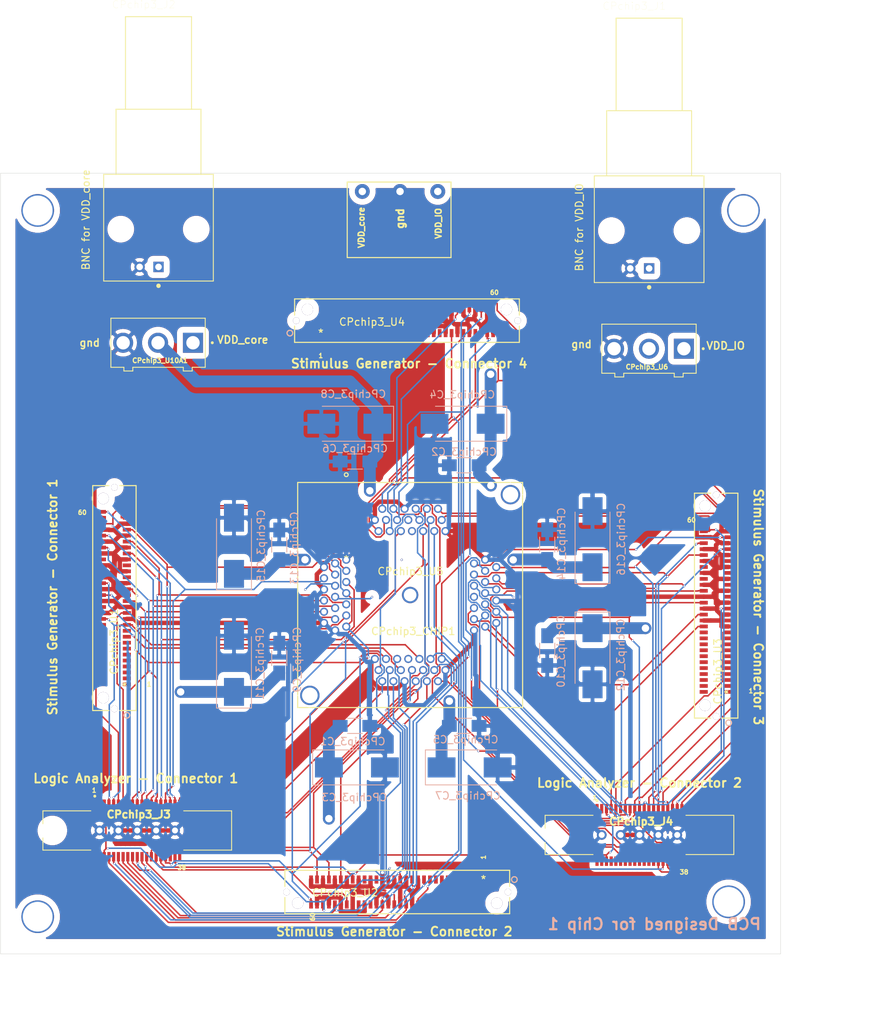
<source format=kicad_pcb>
(kicad_pcb (version 20171130) (host pcbnew "(5.1.6)-1")
  (layers (0 F.Cu signal) (1 In1.Cu power) (2 In2.Cu power) (31 B.Cu signal) (34 B.Paste user) (35 F.Paste user) (36 B.SilkS user) (37 F.SilkS user) (38 B.Mask user) (39 F.Mask user) (44 Edge.Cuts user))
  (net 0 "")
  (net 1 VDD_IO)
  (net 2 VSSQ)
  (net 3 VDD_core)
  (net 4 I_SI)
  (net 5 O_SO)
  (net 6 I_scanEn)
  (net 7 I_SCLK)
  (net 8 I_SEL1)
  (net 9 I_SEL0)
  (net 10 I_enable)
  (net 11 I_testmode)
  (net 12 I_FCLK)
  (net 13 I_SEL4)
  (net 14 I_SEL3)
  (net 15 I_SEL2)
  (net 16 I_DIN)
  (net 17 O_DOUT)
  (net 18 VDDQ)
  (net 19 I_PGM)
  (net 20 O_outData0)
  (net 21 I_reset)
  (net 22 I_clk)
  (net 23 I_inData0)
  (net 24 O_outData1)
  (net 25 I_inData3)
  (net 26 I_inData2)
  (net 27 I_inData1)
  (net 28 O_outData5)
  (net 29 O_outData4)
  (net 30 O_outData3)
  (net 31 O_outData2)
  (net 32 O_outData7)
  (net 33 O_outData6)
  (net 34 B_inData_bi1)
  (net 35 B_inData_bi0)
  (net 36 B_outData_bi4)
  (net 37 B_outData_bi5)
  (net 38 B_outData_bi2)
  (net 39 B_outData_bi3)
  (net 40 B_inData_bi10)
  (net 41 B_inData_bi11)
  (net 42 B_outData_bi0)
  (net 43 B_outData_bi1)
  (net 44 B_inData_bi6)
  (net 45 B_inData_bi7)
  (net 46 B_inData_bi8)
  (net 47 B_inData_bi9)
  (net 48 B_inData_bi4)
  (net 49 B_inData_bi3)
  (net 50 B_inData_bi2)
  (net 51 B_inData_bi5)
  (net 52 I_address1)
  (net 53 B_outData_bi6)
  (net 54 B_outData_bi7)
  (net 55 I_address0)
  (net 56 I_address5)
  (net 57 I_address4)
  (net 58 I_address3)
  (net 59 I_address2)
  (net 60 "Net-(CPchip3_J1-Pad1)")
  (net 61 "Net-(CPchip3_J2-Pad1)")
  (net 62 "Net-(CPchip3_J3-Pad4)")
  (net 63 "Net-(CPchip3_J3-Pad3)")
  (net 64 "Net-(CPchip3_J3-Pad2)")
  (net 65 "Net-(CPchip3_J3-Pad1)")
  (net 66 "Net-(CPchip3_J4-Pad22)")
  (net 67 "Net-(CPchip3_J4-Pad20)")
  (net 68 "Net-(CPchip3_J4-Pad18)")
  (net 69 "Net-(CPchip3_J4-Pad16)")
  (net 70 "Net-(CPchip3_J4-Pad14)")
  (net 71 "Net-(CPchip3_J4-Pad12)")
  (net 72 "Net-(CPchip3_J4-Pad10)")
  (net 73 "Net-(CPchip3_J4-Pad8)")
  (net 74 "Net-(CPchip3_J4-Pad4)")
  (net 75 "Net-(CPchip3_J4-Pad3)")
  (net 76 "Net-(CPchip3_J4-Pad2)")
  (net 77 "Net-(CPchip3_J4-Pad1)")
  (net 78 "Net-(CPchip3_U1-Pad44)")
  (net 79 "Net-(CPchip3_U1-Pad41)")
  (net 80 "Net-(CPchip3_U1-Pad40)")
  (net 81 "Net-(CPchip3_U1-Pad37)")
  (net 82 "Net-(CPchip3_U1-Pad22)")
  (net 83 "Net-(CPchip3_U1-Pad20)")
  (net 84 "Net-(CPchip3_U1-Pad19)")
  (net 85 "Net-(CPchip3_U1-Pad18)")
  (net 86 "Net-(CPchip3_U1-Pad17)")
  (net 87 "Net-(CPchip3_U1-Pad16)")
  (net 88 "Net-(CPchip3_U1-Pad15)")
  (net 89 "Net-(CPchip3_U1-Pad14)")
  (net 90 "Net-(CPchip3_U1-Pad13)")
  (net 91 "Net-(CPchip3_U1-Pad12)")
  (net 92 "Net-(CPchip3_U1-Pad11)")
  (net 93 "Net-(CPchip3_U1-Pad10)")
  (net 94 "Net-(CPchip3_U1-Pad9)")
  (net 95 "Net-(CPchip3_U1-Pad8)")
  (net 96 "Net-(CPchip3_U1-Pad7)")
  (net 97 "Net-(CPchip3_U1-Pad6)")
  (net 98 "Net-(CPchip3_U1-Pad5)")
  (net 99 "Net-(CPchip3_U1-Pad4)")
  (net 100 "Net-(CPchip3_U1-Pad3)")
  (net 101 "Net-(CPchip3_U1-Pad2)")
  (net 102 "Net-(CPchip3_U1-Pad1)")
  (net 103 "Net-(CPchip3_U2-Pad1)")
  (net 104 "Net-(CPchip3_U2-Pad2)")
  (net 105 "Net-(CPchip3_U2-Pad3)")
  (net 106 "Net-(CPchip3_U2-Pad4)")
  (net 107 "Net-(CPchip3_U2-Pad5)")
  (net 108 "Net-(CPchip3_U2-Pad6)")
  (net 109 "Net-(CPchip3_U2-Pad7)")
  (net 110 "Net-(CPchip3_U2-Pad8)")
  (net 111 "Net-(CPchip3_U2-Pad9)")
  (net 112 "Net-(CPchip3_U2-Pad10)")
  (net 113 "Net-(CPchip3_U2-Pad11)")
  (net 114 "Net-(CPchip3_U2-Pad12)")
  (net 115 "Net-(CPchip3_U2-Pad13)")
  (net 116 "Net-(CPchip3_U2-Pad14)")
  (net 117 "Net-(CPchip3_U2-Pad15)")
  (net 118 "Net-(CPchip3_U2-Pad16)")
  (net 119 "Net-(CPchip3_U2-Pad17)")
  (net 120 "Net-(CPchip3_U2-Pad18)")
  (net 121 "Net-(CPchip3_U2-Pad19)")
  (net 122 "Net-(CPchip3_U2-Pad20)")
  (net 123 "Net-(CPchip3_U2-Pad22)")
  (net 124 "Net-(CPchip3_U2-Pad37)")
  (net 125 "Net-(CPchip3_U2-Pad40)")
  (net 126 "Net-(CPchip3_U2-Pad41)")
  (net 127 "Net-(CPchip3_U2-Pad44)")
  (net 128 "Net-(CPchip3_U3-Pad44)")
  (net 129 "Net-(CPchip3_U3-Pad41)")
  (net 130 "Net-(CPchip3_U3-Pad40)")
  (net 131 "Net-(CPchip3_U3-Pad37)")
  (net 132 "Net-(CPchip3_U3-Pad22)")
  (net 133 "Net-(CPchip3_U3-Pad20)")
  (net 134 "Net-(CPchip3_U3-Pad19)")
  (net 135 "Net-(CPchip3_U3-Pad18)")
  (net 136 "Net-(CPchip3_U3-Pad17)")
  (net 137 "Net-(CPchip3_U3-Pad16)")
  (net 138 "Net-(CPchip3_U3-Pad15)")
  (net 139 "Net-(CPchip3_U3-Pad14)")
  (net 140 "Net-(CPchip3_U3-Pad13)")
  (net 141 "Net-(CPchip3_U3-Pad12)")
  (net 142 "Net-(CPchip3_U3-Pad11)")
  (net 143 "Net-(CPchip3_U3-Pad10)")
  (net 144 "Net-(CPchip3_U3-Pad9)")
  (net 145 "Net-(CPchip3_U3-Pad8)")
  (net 146 "Net-(CPchip3_U3-Pad7)")
  (net 147 "Net-(CPchip3_U3-Pad6)")
  (net 148 "Net-(CPchip3_U3-Pad5)")
  (net 149 "Net-(CPchip3_U3-Pad4)")
  (net 150 "Net-(CPchip3_U3-Pad3)")
  (net 151 "Net-(CPchip3_U3-Pad2)")
  (net 152 "Net-(CPchip3_U3-Pad1)")
  (net 153 "Net-(CPchip3_U4-Pad44)")
  (net 154 "Net-(CPchip3_U4-Pad41)")
  (net 155 "Net-(CPchip3_U4-Pad40)")
  (net 156 "Net-(CPchip3_U4-Pad37)")
  (net 157 "Net-(CPchip3_U4-Pad36)")
  (net 158 "Net-(CPchip3_U4-Pad33)")
  (net 159 "Net-(CPchip3_U4-Pad32)")
  (net 160 "Net-(CPchip3_U4-Pad29)")
  (net 161 "Net-(CPchip3_U4-Pad28)")
  (net 162 "Net-(CPchip3_U4-Pad25)")
  (net 163 "Net-(CPchip3_U4-Pad24)")
  (net 164 "Net-(CPchip3_U4-Pad22)")
  (net 165 "Net-(CPchip3_U4-Pad21)")
  (net 166 "Net-(CPchip3_U4-Pad20)")
  (net 167 "Net-(CPchip3_U4-Pad19)")
  (net 168 "Net-(CPchip3_U4-Pad18)")
  (net 169 "Net-(CPchip3_U4-Pad17)")
  (net 170 "Net-(CPchip3_U4-Pad16)")
  (net 171 "Net-(CPchip3_U4-Pad15)")
  (net 172 "Net-(CPchip3_U4-Pad14)")
  (net 173 "Net-(CPchip3_U4-Pad13)")
  (net 174 "Net-(CPchip3_U4-Pad12)")
  (net 175 "Net-(CPchip3_U4-Pad11)")
  (net 176 "Net-(CPchip3_U4-Pad10)")
  (net 177 "Net-(CPchip3_U4-Pad9)")
  (net 178 "Net-(CPchip3_U4-Pad8)")
  (net 179 "Net-(CPchip3_U4-Pad7)")
  (net 180 "Net-(CPchip3_U4-Pad6)")
  (net 181 "Net-(CPchip3_U4-Pad5)")
  (net 182 "Net-(CPchip3_U4-Pad4)")
  (net 183 "Net-(CPchip3_U4-Pad3)")
  (net 184 "Net-(CPchip3_U4-Pad2)")
  (net 185 "Net-(CPchip3_U4-Pad1)")
  (module Y1247AstimulusGenerator:ERF8-030-05.0-L-DV-L-TR (layer F.Cu) (at 44 110.744 270)
    (fp_text reference CPchip3_U1 (at -5.744 1.72 90) (layer F.SilkS))
    (fp_text value Y1247AstimulusGenerator hide)
    (fp_text user * (at 0 0 90) (layer F.SilkS))
    (pad 64 thru_hole circle (at 3.29565 1.6764) (size 0.889 0.889) (drill 0.889) (layers *.Cu *.Mask))
    (pad 63 thru_hole circle (at -26.49855 1.6764) (size 0.889 0.889) (drill 0.889) (layers *.Cu *.Mask))
    (pad 62 thru_hole circle (at 1.79705 3.175) (size 1.524 1.524) (drill 1.524) (layers *.Cu *.Mask))
    (pad 61 thru_hole circle (at -24.99995 3.175) (size 1.524 1.524) (drill 1.524) (layers *.Cu *.Mask))
    (pad 60 smd rect (at -23.2029 3.3528 270) (size 0.50038 1.0922) (layers F.Cu F.Paste F.Mask) (net 19 I_PGM))
    (pad 59 smd rect (at -23.2029 0 270) (size 0.50038 1.0922) (layers F.Cu F.Paste F.Mask) (net 2 VSSQ))
    (pad 58 smd rect (at -22.4028 3.3528 270) (size 0.50038 1.0922) (layers F.Cu F.Paste F.Mask) (net 2 VSSQ))
    (pad 57 smd rect (at -22.4028 0 270) (size 0.50038 1.0922) (layers F.Cu F.Paste F.Mask) (net 18 VDDQ))
    (pad 56 smd rect (at -21.6027 3.3528 270) (size 0.50038 1.0922) (layers F.Cu F.Paste F.Mask) (net 17 O_DOUT))
    (pad 55 smd rect (at -21.6027 0 270) (size 0.50038 1.0922) (layers F.Cu F.Paste F.Mask) (net 2 VSSQ))
    (pad 54 smd rect (at -20.8026 3.3528 270) (size 0.50038 1.0922) (layers F.Cu F.Paste F.Mask) (net 2 VSSQ))
    (pad 53 smd rect (at -20.8026 0 270) (size 0.50038 1.0922) (layers F.Cu F.Paste F.Mask) (net 16 I_DIN))
    (pad 52 smd rect (at -20.0025 3.3528 270) (size 0.50038 1.0922) (layers F.Cu F.Paste F.Mask) (net 15 I_SEL2))
    (pad 51 smd rect (at -20.0025 0 270) (size 0.50038 1.0922) (layers F.Cu F.Paste F.Mask) (net 2 VSSQ))
    (pad 50 smd rect (at -19.2024 3.3528 270) (size 0.50038 1.0922) (layers F.Cu F.Paste F.Mask) (net 2 VSSQ))
    (pad 49 smd rect (at -19.2024 0 270) (size 0.50038 1.0922) (layers F.Cu F.Paste F.Mask) (net 14 I_SEL3))
    (pad 48 smd rect (at -18.4023 3.3528 270) (size 0.50038 1.0922) (layers F.Cu F.Paste F.Mask) (net 13 I_SEL4))
    (pad 47 smd rect (at -18.4023 0 270) (size 0.50038 1.0922) (layers F.Cu F.Paste F.Mask) (net 2 VSSQ))
    (pad 46 smd rect (at -17.6022 3.3528 270) (size 0.50038 1.0922) (layers F.Cu F.Paste F.Mask) (net 2 VSSQ))
    (pad 45 smd rect (at -17.6022 0 270) (size 0.50038 1.0922) (layers F.Cu F.Paste F.Mask) (net 12 I_FCLK))
    (pad 44 smd rect (at -16.8021 3.3528 270) (size 0.50038 1.0922) (layers F.Cu F.Paste F.Mask) (net 78 "Net-(CPchip3_U1-Pad44)"))
    (pad 43 smd rect (at -16.8021 0 270) (size 0.50038 1.0922) (layers F.Cu F.Paste F.Mask) (net 2 VSSQ))
    (pad 42 smd rect (at -16.002 3.3528 270) (size 0.50038 1.0922) (layers F.Cu F.Paste F.Mask) (net 2 VSSQ))
    (pad 41 smd rect (at -16.002 0 270) (size 0.50038 1.0922) (layers F.Cu F.Paste F.Mask) (net 79 "Net-(CPchip3_U1-Pad41)"))
    (pad 40 smd rect (at -15.2019 3.3528 270) (size 0.50038 1.0922) (layers F.Cu F.Paste F.Mask) (net 80 "Net-(CPchip3_U1-Pad40)"))
    (pad 39 smd rect (at -15.2019 0 270) (size 0.50038 1.0922) (layers F.Cu F.Paste F.Mask) (net 2 VSSQ))
    (pad 38 smd rect (at -14.4018 3.3528 270) (size 0.50038 1.0922) (layers F.Cu F.Paste F.Mask) (net 2 VSSQ))
    (pad 37 smd rect (at -14.4018 0 270) (size 0.50038 1.0922) (layers F.Cu F.Paste F.Mask) (net 81 "Net-(CPchip3_U1-Pad37)"))
    (pad 36 smd rect (at -13.6017 3.3528 270) (size 0.50038 1.0922) (layers F.Cu F.Paste F.Mask) (net 11 I_testmode))
    (pad 35 smd rect (at -13.6017 0 270) (size 0.50038 1.0922) (layers F.Cu F.Paste F.Mask) (net 2 VSSQ))
    (pad 34 smd rect (at -12.8016 3.3528 270) (size 0.50038 1.0922) (layers F.Cu F.Paste F.Mask) (net 2 VSSQ))
    (pad 33 smd rect (at -12.8016 0 270) (size 0.50038 1.0922) (layers F.Cu F.Paste F.Mask) (net 10 I_enable))
    (pad 32 smd rect (at -12.0015 3.3528 270) (size 0.50038 1.0922) (layers F.Cu F.Paste F.Mask) (net 9 I_SEL0))
    (pad 31 smd rect (at -12.0015 0 270) (size 0.50038 1.0922) (layers F.Cu F.Paste F.Mask) (net 2 VSSQ))
    (pad 30 smd rect (at -11.2014 3.3528 270) (size 0.50038 1.0922) (layers F.Cu F.Paste F.Mask) (net 2 VSSQ))
    (pad 29 smd rect (at -11.2014 0 270) (size 0.50038 1.0922) (layers F.Cu F.Paste F.Mask) (net 8 I_SEL1))
    (pad 28 smd rect (at -10.4013 3.3528 270) (size 0.50038 1.0922) (layers F.Cu F.Paste F.Mask) (net 7 I_SCLK))
    (pad 27 smd rect (at -10.4013 0 270) (size 0.50038 1.0922) (layers F.Cu F.Paste F.Mask) (net 2 VSSQ))
    (pad 26 smd rect (at -9.6012 3.3528 270) (size 0.50038 1.0922) (layers F.Cu F.Paste F.Mask) (net 2 VSSQ))
    (pad 25 smd rect (at -9.6012 0 270) (size 0.50038 1.0922) (layers F.Cu F.Paste F.Mask) (net 6 I_scanEn))
    (pad 24 smd rect (at -8.8011 3.3528 270) (size 0.50038 1.0922) (layers F.Cu F.Paste F.Mask) (net 5 O_SO))
    (pad 23 smd rect (at -8.8011 0 270) (size 0.50038 1.0922) (layers F.Cu F.Paste F.Mask) (net 2 VSSQ))
    (pad 22 smd rect (at -8.001 3.3528 270) (size 0.50038 1.0922) (layers F.Cu F.Paste F.Mask) (net 82 "Net-(CPchip3_U1-Pad22)"))
    (pad 21 smd rect (at -8.001 0 270) (size 0.50038 1.0922) (layers F.Cu F.Paste F.Mask) (net 4 I_SI))
    (pad 20 smd rect (at -7.2009 3.3528 270) (size 0.50038 1.0922) (layers F.Cu F.Paste F.Mask) (net 83 "Net-(CPchip3_U1-Pad20)"))
    (pad 19 smd rect (at -7.2009 0 270) (size 0.50038 1.0922) (layers F.Cu F.Paste F.Mask) (net 84 "Net-(CPchip3_U1-Pad19)"))
    (pad 18 smd rect (at -6.4008 3.3528 270) (size 0.50038 1.0922) (layers F.Cu F.Paste F.Mask) (net 85 "Net-(CPchip3_U1-Pad18)"))
    (pad 17 smd rect (at -6.4008 0 270) (size 0.50038 1.0922) (layers F.Cu F.Paste F.Mask) (net 86 "Net-(CPchip3_U1-Pad17)"))
    (pad 16 smd rect (at -5.6007 3.3528 270) (size 0.50038 1.0922) (layers F.Cu F.Paste F.Mask) (net 87 "Net-(CPchip3_U1-Pad16)"))
    (pad 15 smd rect (at -5.6007 0 270) (size 0.50038 1.0922) (layers F.Cu F.Paste F.Mask) (net 88 "Net-(CPchip3_U1-Pad15)"))
    (pad 14 smd rect (at -4.8006 3.3528 270) (size 0.50038 1.0922) (layers F.Cu F.Paste F.Mask) (net 89 "Net-(CPchip3_U1-Pad14)"))
    (pad 13 smd rect (at -4.8006 0 270) (size 0.50038 1.0922) (layers F.Cu F.Paste F.Mask) (net 90 "Net-(CPchip3_U1-Pad13)"))
    (pad 12 smd rect (at -4.0005 3.3528 270) (size 0.50038 1.0922) (layers F.Cu F.Paste F.Mask) (net 91 "Net-(CPchip3_U1-Pad12)"))
    (pad 11 smd rect (at -4.0005 0 270) (size 0.50038 1.0922) (layers F.Cu F.Paste F.Mask) (net 92 "Net-(CPchip3_U1-Pad11)"))
    (pad 10 smd rect (at -3.2004 3.3528 270) (size 0.50038 1.0922) (layers F.Cu F.Paste F.Mask) (net 93 "Net-(CPchip3_U1-Pad10)"))
    (pad 9 smd rect (at -3.2004 0 270) (size 0.50038 1.0922) (layers F.Cu F.Paste F.Mask) (net 94 "Net-(CPchip3_U1-Pad9)"))
    (pad 8 smd rect (at -2.4003 3.3528 270) (size 0.50038 1.0922) (layers F.Cu F.Paste F.Mask) (net 95 "Net-(CPchip3_U1-Pad8)"))
    (pad 7 smd rect (at -2.4003 0 270) (size 0.50038 1.0922) (layers F.Cu F.Paste F.Mask) (net 96 "Net-(CPchip3_U1-Pad7)"))
    (pad 6 smd rect (at -1.6002 3.3528 270) (size 0.50038 1.0922) (layers F.Cu F.Paste F.Mask) (net 97 "Net-(CPchip3_U1-Pad6)"))
    (pad 5 smd rect (at -1.6002 0 270) (size 0.50038 1.0922) (layers F.Cu F.Paste F.Mask) (net 98 "Net-(CPchip3_U1-Pad5)"))
    (pad 4 smd rect (at -0.8001 3.3528 270) (size 0.50038 1.0922) (layers F.Cu F.Paste F.Mask) (net 99 "Net-(CPchip3_U1-Pad4)"))
    (pad 3 smd rect (at -0.8001 0 270) (size 0.50038 1.0922) (layers F.Cu F.Paste F.Mask) (net 100 "Net-(CPchip3_U1-Pad3)"))
    (pad 2 smd rect (at 0 3.3528 270) (size 0.50038 1.0922) (layers F.Cu F.Paste F.Mask) (net 101 "Net-(CPchip3_U1-Pad2)"))
    (pad 1 smd rect (at 0 0 270) (size 0.50038 1.0922) (layers F.Cu F.Paste F.Mask) (net 102 "Net-(CPchip3_U1-Pad1)"))
  )
  (module Y1247AstimulusGenerator:ERF8-030-05.0-L-DV-L-TR (layer F.Cu) (at 92 137)
    (fp_text reference CPchip3_U2 (at -18.6211 1.764) (layer F.SilkS))
    (fp_text value Y1247AstimulusGenerator hide)
    (fp_text user * (at 0 0) (layer F.SilkS))
    (pad 1 smd rect (at 0 0) (size 0.50038 1.0922) (layers F.Cu F.Paste F.Mask) (net 103 "Net-(CPchip3_U2-Pad1)"))
    (pad 2 smd rect (at 0 3.3528) (size 0.50038 1.0922) (layers F.Cu F.Paste F.Mask) (net 104 "Net-(CPchip3_U2-Pad2)"))
    (pad 3 smd rect (at -0.8001 0) (size 0.50038 1.0922) (layers F.Cu F.Paste F.Mask) (net 105 "Net-(CPchip3_U2-Pad3)"))
    (pad 4 smd rect (at -0.8001 3.3528) (size 0.50038 1.0922) (layers F.Cu F.Paste F.Mask) (net 106 "Net-(CPchip3_U2-Pad4)"))
    (pad 5 smd rect (at -1.6002 0) (size 0.50038 1.0922) (layers F.Cu F.Paste F.Mask) (net 107 "Net-(CPchip3_U2-Pad5)"))
    (pad 6 smd rect (at -1.6002 3.3528) (size 0.50038 1.0922) (layers F.Cu F.Paste F.Mask) (net 108 "Net-(CPchip3_U2-Pad6)"))
    (pad 7 smd rect (at -2.4003 0) (size 0.50038 1.0922) (layers F.Cu F.Paste F.Mask) (net 109 "Net-(CPchip3_U2-Pad7)"))
    (pad 8 smd rect (at -2.4003 3.3528) (size 0.50038 1.0922) (layers F.Cu F.Paste F.Mask) (net 110 "Net-(CPchip3_U2-Pad8)"))
    (pad 9 smd rect (at -3.2004 0) (size 0.50038 1.0922) (layers F.Cu F.Paste F.Mask) (net 111 "Net-(CPchip3_U2-Pad9)"))
    (pad 10 smd rect (at -3.2004 3.3528) (size 0.50038 1.0922) (layers F.Cu F.Paste F.Mask) (net 112 "Net-(CPchip3_U2-Pad10)"))
    (pad 11 smd rect (at -4.0005 0) (size 0.50038 1.0922) (layers F.Cu F.Paste F.Mask) (net 113 "Net-(CPchip3_U2-Pad11)"))
    (pad 12 smd rect (at -4.0005 3.3528) (size 0.50038 1.0922) (layers F.Cu F.Paste F.Mask) (net 114 "Net-(CPchip3_U2-Pad12)"))
    (pad 13 smd rect (at -4.8006 0) (size 0.50038 1.0922) (layers F.Cu F.Paste F.Mask) (net 115 "Net-(CPchip3_U2-Pad13)"))
    (pad 14 smd rect (at -4.8006 3.3528) (size 0.50038 1.0922) (layers F.Cu F.Paste F.Mask) (net 116 "Net-(CPchip3_U2-Pad14)"))
    (pad 15 smd rect (at -5.6007 0) (size 0.50038 1.0922) (layers F.Cu F.Paste F.Mask) (net 117 "Net-(CPchip3_U2-Pad15)"))
    (pad 16 smd rect (at -5.6007 3.3528) (size 0.50038 1.0922) (layers F.Cu F.Paste F.Mask) (net 118 "Net-(CPchip3_U2-Pad16)"))
    (pad 17 smd rect (at -6.4008 0) (size 0.50038 1.0922) (layers F.Cu F.Paste F.Mask) (net 119 "Net-(CPchip3_U2-Pad17)"))
    (pad 18 smd rect (at -6.4008 3.3528) (size 0.50038 1.0922) (layers F.Cu F.Paste F.Mask) (net 120 "Net-(CPchip3_U2-Pad18)"))
    (pad 19 smd rect (at -7.2009 0) (size 0.50038 1.0922) (layers F.Cu F.Paste F.Mask) (net 121 "Net-(CPchip3_U2-Pad19)"))
    (pad 20 smd rect (at -7.2009 3.3528) (size 0.50038 1.0922) (layers F.Cu F.Paste F.Mask) (net 122 "Net-(CPchip3_U2-Pad20)"))
    (pad 21 smd rect (at -8.001 0) (size 0.50038 1.0922) (layers F.Cu F.Paste F.Mask) (net 35 B_inData_bi0))
    (pad 22 smd rect (at -8.001 3.3528) (size 0.50038 1.0922) (layers F.Cu F.Paste F.Mask) (net 123 "Net-(CPchip3_U2-Pad22)"))
    (pad 23 smd rect (at -8.8011 0) (size 0.50038 1.0922) (layers F.Cu F.Paste F.Mask) (net 2 VSSQ))
    (pad 24 smd rect (at -8.8011 3.3528) (size 0.50038 1.0922) (layers F.Cu F.Paste F.Mask) (net 34 B_inData_bi1))
    (pad 25 smd rect (at -9.6012 0) (size 0.50038 1.0922) (layers F.Cu F.Paste F.Mask) (net 33 O_outData6))
    (pad 26 smd rect (at -9.6012 3.3528) (size 0.50038 1.0922) (layers F.Cu F.Paste F.Mask) (net 2 VSSQ))
    (pad 27 smd rect (at -10.4013 0) (size 0.50038 1.0922) (layers F.Cu F.Paste F.Mask) (net 2 VSSQ))
    (pad 28 smd rect (at -10.4013 3.3528) (size 0.50038 1.0922) (layers F.Cu F.Paste F.Mask) (net 32 O_outData7))
    (pad 29 smd rect (at -11.2014 0) (size 0.50038 1.0922) (layers F.Cu F.Paste F.Mask) (net 31 O_outData2))
    (pad 30 smd rect (at -11.2014 3.3528) (size 0.50038 1.0922) (layers F.Cu F.Paste F.Mask) (net 2 VSSQ))
    (pad 31 smd rect (at -12.0015 0) (size 0.50038 1.0922) (layers F.Cu F.Paste F.Mask) (net 2 VSSQ))
    (pad 32 smd rect (at -12.0015 3.3528) (size 0.50038 1.0922) (layers F.Cu F.Paste F.Mask) (net 30 O_outData3))
    (pad 33 smd rect (at -12.8016 0) (size 0.50038 1.0922) (layers F.Cu F.Paste F.Mask) (net 29 O_outData4))
    (pad 34 smd rect (at -12.8016 3.3528) (size 0.50038 1.0922) (layers F.Cu F.Paste F.Mask) (net 2 VSSQ))
    (pad 35 smd rect (at -13.6017 0) (size 0.50038 1.0922) (layers F.Cu F.Paste F.Mask) (net 2 VSSQ))
    (pad 36 smd rect (at -13.6017 3.3528) (size 0.50038 1.0922) (layers F.Cu F.Paste F.Mask) (net 28 O_outData5))
    (pad 37 smd rect (at -14.4018 0) (size 0.50038 1.0922) (layers F.Cu F.Paste F.Mask) (net 124 "Net-(CPchip3_U2-Pad37)"))
    (pad 38 smd rect (at -14.4018 3.3528) (size 0.50038 1.0922) (layers F.Cu F.Paste F.Mask) (net 2 VSSQ))
    (pad 39 smd rect (at -15.2019 0) (size 0.50038 1.0922) (layers F.Cu F.Paste F.Mask) (net 2 VSSQ))
    (pad 40 smd rect (at -15.2019 3.3528) (size 0.50038 1.0922) (layers F.Cu F.Paste F.Mask) (net 125 "Net-(CPchip3_U2-Pad40)"))
    (pad 41 smd rect (at -16.002 0) (size 0.50038 1.0922) (layers F.Cu F.Paste F.Mask) (net 126 "Net-(CPchip3_U2-Pad41)"))
    (pad 42 smd rect (at -16.002 3.3528) (size 0.50038 1.0922) (layers F.Cu F.Paste F.Mask) (net 2 VSSQ))
    (pad 43 smd rect (at -16.8021 0) (size 0.50038 1.0922) (layers F.Cu F.Paste F.Mask) (net 2 VSSQ))
    (pad 44 smd rect (at -16.8021 3.3528) (size 0.50038 1.0922) (layers F.Cu F.Paste F.Mask) (net 127 "Net-(CPchip3_U2-Pad44)"))
    (pad 45 smd rect (at -17.6022 0) (size 0.50038 1.0922) (layers F.Cu F.Paste F.Mask) (net 27 I_inData1))
    (pad 46 smd rect (at -17.6022 3.3528) (size 0.50038 1.0922) (layers F.Cu F.Paste F.Mask) (net 2 VSSQ))
    (pad 47 smd rect (at -18.4023 0) (size 0.50038 1.0922) (layers F.Cu F.Paste F.Mask) (net 2 VSSQ))
    (pad 48 smd rect (at -18.4023 3.3528) (size 0.50038 1.0922) (layers F.Cu F.Paste F.Mask) (net 26 I_inData2))
    (pad 49 smd rect (at -19.2024 0) (size 0.50038 1.0922) (layers F.Cu F.Paste F.Mask) (net 25 I_inData3))
    (pad 50 smd rect (at -19.2024 3.3528) (size 0.50038 1.0922) (layers F.Cu F.Paste F.Mask) (net 2 VSSQ))
    (pad 51 smd rect (at -20.0025 0) (size 0.50038 1.0922) (layers F.Cu F.Paste F.Mask) (net 2 VSSQ))
    (pad 52 smd rect (at -20.0025 3.3528) (size 0.50038 1.0922) (layers F.Cu F.Paste F.Mask) (net 24 O_outData1))
    (pad 53 smd rect (at -20.8026 0) (size 0.50038 1.0922) (layers F.Cu F.Paste F.Mask) (net 23 I_inData0))
    (pad 54 smd rect (at -20.8026 3.3528) (size 0.50038 1.0922) (layers F.Cu F.Paste F.Mask) (net 2 VSSQ))
    (pad 55 smd rect (at -21.6027 0) (size 0.50038 1.0922) (layers F.Cu F.Paste F.Mask) (net 2 VSSQ))
    (pad 56 smd rect (at -21.6027 3.3528) (size 0.50038 1.0922) (layers F.Cu F.Paste F.Mask) (net 22 I_clk))
    (pad 57 smd rect (at -22.4028 0) (size 0.50038 1.0922) (layers F.Cu F.Paste F.Mask) (net 21 I_reset))
    (pad 58 smd rect (at -22.4028 3.3528) (size 0.50038 1.0922) (layers F.Cu F.Paste F.Mask) (net 2 VSSQ))
    (pad 59 smd rect (at -23.2029 0) (size 0.50038 1.0922) (layers F.Cu F.Paste F.Mask) (net 2 VSSQ))
    (pad 60 smd rect (at -23.2029 3.3528) (size 0.50038 1.0922) (layers F.Cu F.Paste F.Mask) (net 20 O_outData0))
    (pad 61 thru_hole circle (at -24.99995 3.175 90) (size 1.524 1.524) (drill 1.524) (layers *.Cu *.Mask))
    (pad 62 thru_hole circle (at 1.79705 3.175 90) (size 1.524 1.524) (drill 1.524) (layers *.Cu *.Mask))
    (pad 63 thru_hole circle (at -26.49855 1.6764 90) (size 0.889 0.889) (drill 0.889) (layers *.Cu *.Mask))
    (pad 64 thru_hole circle (at 3.29565 1.6764 90) (size 0.889 0.889) (drill 0.889) (layers *.Cu *.Mask))
  )
  (module Y1247AstimulusGenerator:ERF8-030-05.0-L-DV-L-TR (layer F.Cu) (at 70.104 63.5 180)
    (fp_text reference CPchip3_U4 (at -6.896 1.5) (layer F.SilkS))
    (fp_text value Y1247AstimulusGenerator hide)
    (fp_text user * (at 0 0) (layer F.SilkS))
    (pad 64 thru_hole circle (at 3.29565 1.6764 270) (size 0.889 0.889) (drill 0.889) (layers *.Cu *.Mask))
    (pad 63 thru_hole circle (at -26.49855 1.6764 270) (size 0.889 0.889) (drill 0.889) (layers *.Cu *.Mask))
    (pad 62 thru_hole circle (at 1.79705 3.175 270) (size 1.524 1.524) (drill 1.524) (layers *.Cu *.Mask))
    (pad 61 thru_hole circle (at -24.99995 3.175 270) (size 1.524 1.524) (drill 1.524) (layers *.Cu *.Mask))
    (pad 60 smd rect (at -23.2029 3.3528 180) (size 0.50038 1.0922) (layers F.Cu F.Paste F.Mask) (net 52 I_address1))
    (pad 59 smd rect (at -23.2029 0 180) (size 0.50038 1.0922) (layers F.Cu F.Paste F.Mask) (net 2 VSSQ))
    (pad 58 smd rect (at -22.4028 3.3528 180) (size 0.50038 1.0922) (layers F.Cu F.Paste F.Mask) (net 2 VSSQ))
    (pad 57 smd rect (at -22.4028 0 180) (size 0.50038 1.0922) (layers F.Cu F.Paste F.Mask) (net 53 B_outData_bi6))
    (pad 56 smd rect (at -21.6027 3.3528 180) (size 0.50038 1.0922) (layers F.Cu F.Paste F.Mask) (net 54 B_outData_bi7))
    (pad 55 smd rect (at -21.6027 0 180) (size 0.50038 1.0922) (layers F.Cu F.Paste F.Mask) (net 2 VSSQ))
    (pad 54 smd rect (at -20.8026 3.3528 180) (size 0.50038 1.0922) (layers F.Cu F.Paste F.Mask) (net 2 VSSQ))
    (pad 53 smd rect (at -20.8026 0 180) (size 0.50038 1.0922) (layers F.Cu F.Paste F.Mask) (net 55 I_address0))
    (pad 52 smd rect (at -20.0025 3.3528 180) (size 0.50038 1.0922) (layers F.Cu F.Paste F.Mask) (net 56 I_address5))
    (pad 51 smd rect (at -20.0025 0 180) (size 0.50038 1.0922) (layers F.Cu F.Paste F.Mask) (net 2 VSSQ))
    (pad 50 smd rect (at -19.2024 3.3528 180) (size 0.50038 1.0922) (layers F.Cu F.Paste F.Mask) (net 2 VSSQ))
    (pad 49 smd rect (at -19.2024 0 180) (size 0.50038 1.0922) (layers F.Cu F.Paste F.Mask) (net 57 I_address4))
    (pad 48 smd rect (at -18.4023 3.3528 180) (size 0.50038 1.0922) (layers F.Cu F.Paste F.Mask) (net 58 I_address3))
    (pad 47 smd rect (at -18.4023 0 180) (size 0.50038 1.0922) (layers F.Cu F.Paste F.Mask) (net 2 VSSQ))
    (pad 46 smd rect (at -17.6022 3.3528 180) (size 0.50038 1.0922) (layers F.Cu F.Paste F.Mask) (net 2 VSSQ))
    (pad 45 smd rect (at -17.6022 0 180) (size 0.50038 1.0922) (layers F.Cu F.Paste F.Mask) (net 59 I_address2))
    (pad 44 smd rect (at -16.8021 3.3528 180) (size 0.50038 1.0922) (layers F.Cu F.Paste F.Mask) (net 153 "Net-(CPchip3_U4-Pad44)"))
    (pad 43 smd rect (at -16.8021 0 180) (size 0.50038 1.0922) (layers F.Cu F.Paste F.Mask) (net 2 VSSQ))
    (pad 42 smd rect (at -16.002 3.3528 180) (size 0.50038 1.0922) (layers F.Cu F.Paste F.Mask) (net 2 VSSQ))
    (pad 41 smd rect (at -16.002 0 180) (size 0.50038 1.0922) (layers F.Cu F.Paste F.Mask) (net 154 "Net-(CPchip3_U4-Pad41)"))
    (pad 40 smd rect (at -15.2019 3.3528 180) (size 0.50038 1.0922) (layers F.Cu F.Paste F.Mask) (net 155 "Net-(CPchip3_U4-Pad40)"))
    (pad 39 smd rect (at -15.2019 0 180) (size 0.50038 1.0922) (layers F.Cu F.Paste F.Mask) (net 2 VSSQ))
    (pad 38 smd rect (at -14.4018 3.3528 180) (size 0.50038 1.0922) (layers F.Cu F.Paste F.Mask) (net 2 VSSQ))
    (pad 37 smd rect (at -14.4018 0 180) (size 0.50038 1.0922) (layers F.Cu F.Paste F.Mask) (net 156 "Net-(CPchip3_U4-Pad37)"))
    (pad 36 smd rect (at -13.6017 3.3528 180) (size 0.50038 1.0922) (layers F.Cu F.Paste F.Mask) (net 157 "Net-(CPchip3_U4-Pad36)"))
    (pad 35 smd rect (at -13.6017 0 180) (size 0.50038 1.0922) (layers F.Cu F.Paste F.Mask) (net 2 VSSQ))
    (pad 34 smd rect (at -12.8016 3.3528 180) (size 0.50038 1.0922) (layers F.Cu F.Paste F.Mask) (net 2 VSSQ))
    (pad 33 smd rect (at -12.8016 0 180) (size 0.50038 1.0922) (layers F.Cu F.Paste F.Mask) (net 158 "Net-(CPchip3_U4-Pad33)"))
    (pad 32 smd rect (at -12.0015 3.3528 180) (size 0.50038 1.0922) (layers F.Cu F.Paste F.Mask) (net 159 "Net-(CPchip3_U4-Pad32)"))
    (pad 31 smd rect (at -12.0015 0 180) (size 0.50038 1.0922) (layers F.Cu F.Paste F.Mask) (net 2 VSSQ))
    (pad 30 smd rect (at -11.2014 3.3528 180) (size 0.50038 1.0922) (layers F.Cu F.Paste F.Mask) (net 2 VSSQ))
    (pad 29 smd rect (at -11.2014 0 180) (size 0.50038 1.0922) (layers F.Cu F.Paste F.Mask) (net 160 "Net-(CPchip3_U4-Pad29)"))
    (pad 28 smd rect (at -10.4013 3.3528 180) (size 0.50038 1.0922) (layers F.Cu F.Paste F.Mask) (net 161 "Net-(CPchip3_U4-Pad28)"))
    (pad 27 smd rect (at -10.4013 0 180) (size 0.50038 1.0922) (layers F.Cu F.Paste F.Mask) (net 2 VSSQ))
    (pad 26 smd rect (at -9.6012 3.3528 180) (size 0.50038 1.0922) (layers F.Cu F.Paste F.Mask) (net 2 VSSQ))
    (pad 25 smd rect (at -9.6012 0 180) (size 0.50038 1.0922) (layers F.Cu F.Paste F.Mask) (net 162 "Net-(CPchip3_U4-Pad25)"))
    (pad 24 smd rect (at -8.8011 3.3528 180) (size 0.50038 1.0922) (layers F.Cu F.Paste F.Mask) (net 163 "Net-(CPchip3_U4-Pad24)"))
    (pad 23 smd rect (at -8.8011 0 180) (size 0.50038 1.0922) (layers F.Cu F.Paste F.Mask) (net 2 VSSQ))
    (pad 22 smd rect (at -8.001 3.3528 180) (size 0.50038 1.0922) (layers F.Cu F.Paste F.Mask) (net 164 "Net-(CPchip3_U4-Pad22)"))
    (pad 21 smd rect (at -8.001 0 180) (size 0.50038 1.0922) (layers F.Cu F.Paste F.Mask) (net 165 "Net-(CPchip3_U4-Pad21)"))
    (pad 20 smd rect (at -7.2009 3.3528 180) (size 0.50038 1.0922) (layers F.Cu F.Paste F.Mask) (net 166 "Net-(CPchip3_U4-Pad20)"))
    (pad 19 smd rect (at -7.2009 0 180) (size 0.50038 1.0922) (layers F.Cu F.Paste F.Mask) (net 167 "Net-(CPchip3_U4-Pad19)"))
    (pad 18 smd rect (at -6.4008 3.3528 180) (size 0.50038 1.0922) (layers F.Cu F.Paste F.Mask) (net 168 "Net-(CPchip3_U4-Pad18)"))
    (pad 17 smd rect (at -6.4008 0 180) (size 0.50038 1.0922) (layers F.Cu F.Paste F.Mask) (net 169 "Net-(CPchip3_U4-Pad17)"))
    (pad 16 smd rect (at -5.6007 3.3528 180) (size 0.50038 1.0922) (layers F.Cu F.Paste F.Mask) (net 170 "Net-(CPchip3_U4-Pad16)"))
    (pad 15 smd rect (at -5.6007 0 180) (size 0.50038 1.0922) (layers F.Cu F.Paste F.Mask) (net 171 "Net-(CPchip3_U4-Pad15)"))
    (pad 14 smd rect (at -4.8006 3.3528 180) (size 0.50038 1.0922) (layers F.Cu F.Paste F.Mask) (net 172 "Net-(CPchip3_U4-Pad14)"))
    (pad 13 smd rect (at -4.8006 0 180) (size 0.50038 1.0922) (layers F.Cu F.Paste F.Mask) (net 173 "Net-(CPchip3_U4-Pad13)"))
    (pad 12 smd rect (at -4.0005 3.3528 180) (size 0.50038 1.0922) (layers F.Cu F.Paste F.Mask) (net 174 "Net-(CPchip3_U4-Pad12)"))
    (pad 11 smd rect (at -4.0005 0 180) (size 0.50038 1.0922) (layers F.Cu F.Paste F.Mask) (net 175 "Net-(CPchip3_U4-Pad11)"))
    (pad 10 smd rect (at -3.2004 3.3528 180) (size 0.50038 1.0922) (layers F.Cu F.Paste F.Mask) (net 176 "Net-(CPchip3_U4-Pad10)"))
    (pad 9 smd rect (at -3.2004 0 180) (size 0.50038 1.0922) (layers F.Cu F.Paste F.Mask) (net 177 "Net-(CPchip3_U4-Pad9)"))
    (pad 8 smd rect (at -2.4003 3.3528 180) (size 0.50038 1.0922) (layers F.Cu F.Paste F.Mask) (net 178 "Net-(CPchip3_U4-Pad8)"))
    (pad 7 smd rect (at -2.4003 0 180) (size 0.50038 1.0922) (layers F.Cu F.Paste F.Mask) (net 179 "Net-(CPchip3_U4-Pad7)"))
    (pad 6 smd rect (at -1.6002 3.3528 180) (size 0.50038 1.0922) (layers F.Cu F.Paste F.Mask) (net 180 "Net-(CPchip3_U4-Pad6)"))
    (pad 5 smd rect (at -1.6002 0 180) (size 0.50038 1.0922) (layers F.Cu F.Paste F.Mask) (net 181 "Net-(CPchip3_U4-Pad5)"))
    (pad 4 smd rect (at -0.8001 3.3528 180) (size 0.50038 1.0922) (layers F.Cu F.Paste F.Mask) (net 182 "Net-(CPchip3_U4-Pad4)"))
    (pad 3 smd rect (at -0.8001 0 180) (size 0.50038 1.0922) (layers F.Cu F.Paste F.Mask) (net 183 "Net-(CPchip3_U4-Pad3)"))
    (pad 2 smd rect (at 0 3.3528 180) (size 0.50038 1.0922) (layers F.Cu F.Paste F.Mask) (net 184 "Net-(CPchip3_U4-Pad2)"))
    (pad 1 smd rect (at 0 0 180) (size 0.50038 1.0922) (layers F.Cu F.Paste F.Mask) (net 185 "Net-(CPchip3_U4-Pad1)"))
  )
  (module Capacitors_SMD:C_1206_HandSoldering (layer B.Cu) (at 74.708 116.332)
    (fp_text reference CPchip3_C1 (at -0.308 2.093) (layer B.SilkS) (effects (justify mirror)))
    (fp_text value 10uF)
    (pad 1 smd rect (at -2 0) (size 2 1.6) (layers B.Cu B.Paste B.Mask) (net 1 VDD_IO))
    (pad 2 smd rect (at 2 0) (size 2 1.6) (layers B.Cu B.Paste B.Mask) (net 2 VSSQ))
  )
  (module Capacitors_SMD:C_1206_HandSoldering (layer B.Cu) (at 89.408 81.28 180)
    (fp_text reference CPchip3_C2 (at 0.033 1.805) (layer B.SilkS) (effects (justify mirror)))
    (fp_text value 10uF)
    (pad 1 smd rect (at -2 0 180) (size 2 1.6) (layers B.Cu B.Paste B.Mask) (net 1 VDD_IO))
    (pad 2 smd rect (at 2 0 180) (size 2 1.6) (layers B.Cu B.Paste B.Mask) (net 2 VSSQ))
  )
  (module Capacitors_Tantalum_SMD:CP_Tantalum_Case-X_EIA-7343-43_Hand (layer B.Cu) (at 74.965 121.92)
    (fp_text reference CPchip3_C3 (at -0.34 4.03) (layer B.SilkS) (effects (justify mirror)))
    (fp_text value 100uF)
    (pad 2 smd rect (at 3.775 0) (size 3.75 2.7) (layers B.Cu B.Paste B.Mask) (net 2 VSSQ))
    (pad 1 smd rect (at -3.775 0) (size 3.75 2.7) (layers B.Cu B.Paste B.Mask) (net 1 VDD_IO))
  )
  (module Capacitors_Tantalum_SMD:CP_Tantalum_Case-X_EIA-7343-43_Hand (layer B.Cu) (at 89.189 75.692 180)
    (fp_text reference CPchip3_C4 (at 0.039 3.917) (layer B.SilkS) (effects (justify mirror)))
    (fp_text value 100uF)
    (pad 2 smd rect (at 3.775 0 180) (size 3.75 2.7) (layers B.Cu B.Paste B.Mask) (net 2 VSSQ))
    (pad 1 smd rect (at -3.775 0 180) (size 3.75 2.7) (layers B.Cu B.Paste B.Mask) (net 1 VDD_IO))
  )
  (module Capacitors_SMD:C_1206_HandSoldering (layer B.Cu) (at 89.408 116.332)
    (fp_text reference CPchip3_C5 (at 0.192 1.843) (layer B.SilkS) (effects (justify mirror)))
    (fp_text value 10uF)
    (pad 2 smd rect (at 2 0) (size 2 1.6) (layers B.Cu B.Paste B.Mask) (net 2 VSSQ))
    (pad 1 smd rect (at -2 0) (size 2 1.6) (layers B.Cu B.Paste B.Mask) (net 3 VDD_core))
  )
  (module Capacitors_SMD:C_1206_HandSoldering (layer B.Cu) (at 74.708 80.772 180)
    (fp_text reference CPchip3_C6 (at 0 1.75) (layer B.SilkS) (effects (justify mirror)))
    (fp_text value 10uF)
    (pad 2 smd rect (at 2 0 180) (size 2 1.6) (layers B.Cu B.Paste B.Mask) (net 2 VSSQ))
    (pad 1 smd rect (at -2 0 180) (size 2 1.6) (layers B.Cu B.Paste B.Mask) (net 3 VDD_core))
  )
  (module Capacitors_Tantalum_SMD:CP_Tantalum_Case-X_EIA-7343-43_Hand (layer B.Cu) (at 90.135 121.92)
    (fp_text reference CPchip3_C7 (at -0.235 3.805) (layer B.SilkS) (effects (justify mirror)))
    (fp_text value 100uF)
    (pad 1 smd rect (at -3.775 0) (size 3.75 2.7) (layers B.Cu B.Paste B.Mask) (net 3 VDD_core))
    (pad 2 smd rect (at 3.775 0) (size 3.75 2.7) (layers B.Cu B.Paste B.Mask) (net 2 VSSQ))
  )
  (module Capacitors_Tantalum_SMD:CP_Tantalum_Case-X_EIA-7343-43_Hand (layer B.Cu) (at 73.949 75.692 180)
    (fp_text reference CPchip3_C8 (at -0.526 3.992) (layer B.SilkS) (effects (justify mirror)))
    (fp_text value 100uF)
    (pad 1 smd rect (at -3.775 0 180) (size 3.75 2.7) (layers B.Cu B.Paste B.Mask) (net 3 VDD_core))
    (pad 2 smd rect (at 3.775 0 180) (size 3.75 2.7) (layers B.Cu B.Paste B.Mask) (net 2 VSSQ))
  )
  (module Capacitors_SMD:C_1206_HandSoldering (layer B.Cu) (at 64.516 107.22 90)
    (fp_text reference CPchip3_C9 (at -0.205 2.409 270) (layer B.SilkS) (effects (justify mirror)))
    (fp_text value 10uF)
    (pad 1 smd rect (at -2 0 90) (size 2 1.6) (layers B.Cu B.Paste B.Mask) (net 1 VDD_IO))
    (pad 2 smd rect (at 2 0 90) (size 2 1.6) (layers B.Cu B.Paste B.Mask) (net 2 VSSQ))
  )
  (module Capacitors_SMD:C_1206_HandSoldering (layer B.Cu) (at 100.584 106.204 270)
    (fp_text reference CPchip3_C10 (at 0.096 -1.841 270) (layer B.SilkS) (effects (justify mirror)))
    (fp_text value 10uF)
    (pad 2 smd rect (at 2 0 270) (size 2 1.6) (layers B.Cu B.Paste B.Mask) (net 2 VSSQ))
    (pad 1 smd rect (at -2 0 270) (size 2 1.6) (layers B.Cu B.Paste B.Mask) (net 1 VDD_IO))
  )
  (module Capacitors_Tantalum_SMD:CP_Tantalum_Case-X_EIA-7343-43_Hand (layer B.Cu) (at 58.42 107.985 90)
    (fp_text reference CPchip3_C11 (at 0.035 3.505 270) (layer B.SilkS) (effects (justify mirror)))
    (fp_text value 100uF)
    (pad 2 smd rect (at 3.775 0 90) (size 3.75 2.7) (layers B.Cu B.Paste B.Mask) (net 2 VSSQ))
    (pad 1 smd rect (at -3.775 0 90) (size 3.75 2.7) (layers B.Cu B.Paste B.Mask) (net 1 VDD_IO))
  )
  (module Capacitors_Tantalum_SMD:CP_Tantalum_Case-X_EIA-7343-43_Hand (layer B.Cu) (at 106.68 106.969 270)
    (fp_text reference CPchip3_C12 (at -0.169 -3.795 270) (layer B.SilkS) (effects (justify mirror)))
    (fp_text value 100uF)
    (pad 1 smd rect (at -3.775 0 270) (size 3.75 2.7) (layers B.Cu B.Paste B.Mask) (net 1 VDD_IO))
    (pad 2 smd rect (at 3.775 0 270) (size 3.75 2.7) (layers B.Cu B.Paste B.Mask) (net 2 VSSQ))
  )
  (module Capacitors_SMD:C_1206_HandSoldering (layer B.Cu) (at 64.516 91.98 90)
    (fp_text reference CPchip3_C13 (at -0.42 2.034 270) (layer B.SilkS) (effects (justify mirror)))
    (fp_text value 10uF)
    (pad 2 smd rect (at 2 0 90) (size 2 1.6) (layers B.Cu B.Paste B.Mask) (net 2 VSSQ))
    (pad 1 smd rect (at -2 0 90) (size 2 1.6) (layers B.Cu B.Paste B.Mask) (net 3 VDD_core))
  )
  (module Capacitors_SMD:C_1206_HandSoldering (layer B.Cu) (at 100.584 91.948 90)
    (fp_text reference CPchip3_C14 (at 0.098 1.916 270) (layer B.SilkS) (effects (justify mirror)))
    (fp_text value 10uF)
    (pad 2 smd rect (at 2 0 90) (size 2 1.6) (layers B.Cu B.Paste B.Mask) (net 2 VSSQ))
    (pad 1 smd rect (at -2 0 90) (size 2 1.6) (layers B.Cu B.Paste B.Mask) (net 3 VDD_core))
  )
  (module Capacitors_Tantalum_SMD:CP_Tantalum_Case-X_EIA-7343-43_Hand (layer B.Cu) (at 58.42 92.11 90)
    (fp_text reference CPchip3_C15 (at 0 3.655 270) (layer B.SilkS) (effects (justify mirror)))
    (fp_text value 100uF)
    (pad 1 smd rect (at -3.775 0 90) (size 3.75 2.7) (layers B.Cu B.Paste B.Mask) (net 3 VDD_core))
    (pad 2 smd rect (at 3.775 0 90) (size 3.75 2.7) (layers B.Cu B.Paste B.Mask) (net 2 VSSQ))
  )
  (module Capacitors_Tantalum_SMD:CP_Tantalum_Case-X_EIA-7343-43_Hand (layer B.Cu) (at 106.68 91.221 90)
    (fp_text reference CPchip3_C16 (at 0 3.85 270) (layer B.SilkS) (effects (justify mirror)))
    (fp_text value 100uF)
    (pad 2 smd rect (at 3.775 0 90) (size 3.75 2.7) (layers B.Cu B.Paste B.Mask) (net 2 VSSQ))
    (pad 1 smd rect (at -3.775 0 90) (size 3.75 2.7) (layers B.Cu B.Paste B.Mask) (net 3 VDD_core))
  )
  (module bnc_connector:TE_227161-1 (layer F.Cu) (at 114.3 54.8)
    (fp_text reference CPchip3_J1 (at -1.987005 -35.290745) (layer F.SilkS) (effects (font (size 1.001016 1.001016) (thickness 0.015))))
    (fp_text value BNC)
    (pad 2 thru_hole circle (at -2.54 0) (size 1.398 1.398) (drill 0.89) (layers *.Cu *.Mask) (net 2 VSSQ))
    (pad 1 thru_hole rect (at 0 0) (size 1.398 1.398) (drill 0.89) (layers *.Cu *.Mask) (net 60 "Net-(CPchip3_J1-Pad1)"))
    (pad None np_thru_hole circle (at 5.08 -5.08) (size 2.01 2.01) (drill 2.01) (layers *.Cu *.Mask))
    (pad None np_thru_hole circle (at -5.08 -5.08) (size 2.01 2.01) (drill 2.01) (layers *.Cu *.Mask))
  )
  (module bnc_connector:TE_227161-1 (layer F.Cu) (at 48.26 54.6)
    (fp_text reference CPchip3_J2 (at -1.987005 -35.290745) (layer F.SilkS) (effects (font (size 1.001016 1.001016) (thickness 0.015))))
    (fp_text value BNC)
    (pad None np_thru_hole circle (at -5.08 -5.08) (size 2.01 2.01) (drill 2.01) (layers *.Cu *.Mask))
    (pad None np_thru_hole circle (at 5.08 -5.08) (size 2.01 2.01) (drill 2.01) (layers *.Cu *.Mask))
    (pad 1 thru_hole rect (at 0 0) (size 1.398 1.398) (drill 0.89) (layers *.Cu *.Mask) (net 61 "Net-(CPchip3_J2-Pad1)"))
    (pad 2 thru_hole circle (at -2.54 0) (size 1.398 1.398) (drill 0.89) (layers *.Cu *.Mask) (net 2 VSSQ))
  )
  (module Y1247AstimulusGenerator:ERF8-030-05.0-L-DV-L-TR (layer F.Cu) (at 125 111.76 270)
    (fp_text reference CPchip3_U3 (at -2.76 1.46 90) (layer F.SilkS))
    (fp_text value Y1247AstimulusGenerator hide)
    (fp_text user * (at 0 0 90) (layer F.SilkS))
    (pad 64 thru_hole circle (at 3.29565 1.6764) (size 0.889 0.889) (drill 0.889) (layers *.Cu *.Mask))
    (pad 63 thru_hole circle (at -26.49855 1.6764) (size 0.889 0.889) (drill 0.889) (layers *.Cu *.Mask))
    (pad 62 thru_hole circle (at 1.79705 3.175) (size 1.524 1.524) (drill 1.524) (layers *.Cu *.Mask))
    (pad 61 thru_hole circle (at -24.99995 3.175) (size 1.524 1.524) (drill 1.524) (layers *.Cu *.Mask))
    (pad 60 smd rect (at -23.2029 3.3528 270) (size 0.50038 1.0922) (layers F.Cu F.Paste F.Mask) (net 51 B_inData_bi5))
    (pad 59 smd rect (at -23.2029 0 270) (size 0.50038 1.0922) (layers F.Cu F.Paste F.Mask) (net 2 VSSQ))
    (pad 58 smd rect (at -22.4028 3.3528 270) (size 0.50038 1.0922) (layers F.Cu F.Paste F.Mask) (net 2 VSSQ))
    (pad 57 smd rect (at -22.4028 0 270) (size 0.50038 1.0922) (layers F.Cu F.Paste F.Mask) (net 50 B_inData_bi2))
    (pad 56 smd rect (at -21.6027 3.3528 270) (size 0.50038 1.0922) (layers F.Cu F.Paste F.Mask) (net 49 B_inData_bi3))
    (pad 55 smd rect (at -21.6027 0 270) (size 0.50038 1.0922) (layers F.Cu F.Paste F.Mask) (net 2 VSSQ))
    (pad 54 smd rect (at -20.8026 3.3528 270) (size 0.50038 1.0922) (layers F.Cu F.Paste F.Mask) (net 2 VSSQ))
    (pad 53 smd rect (at -20.8026 0 270) (size 0.50038 1.0922) (layers F.Cu F.Paste F.Mask) (net 48 B_inData_bi4))
    (pad 52 smd rect (at -20.0025 3.3528 270) (size 0.50038 1.0922) (layers F.Cu F.Paste F.Mask) (net 47 B_inData_bi9))
    (pad 51 smd rect (at -20.0025 0 270) (size 0.50038 1.0922) (layers F.Cu F.Paste F.Mask) (net 2 VSSQ))
    (pad 50 smd rect (at -19.2024 3.3528 270) (size 0.50038 1.0922) (layers F.Cu F.Paste F.Mask) (net 2 VSSQ))
    (pad 49 smd rect (at -19.2024 0 270) (size 0.50038 1.0922) (layers F.Cu F.Paste F.Mask) (net 46 B_inData_bi8))
    (pad 48 smd rect (at -18.4023 3.3528 270) (size 0.50038 1.0922) (layers F.Cu F.Paste F.Mask) (net 45 B_inData_bi7))
    (pad 47 smd rect (at -18.4023 0 270) (size 0.50038 1.0922) (layers F.Cu F.Paste F.Mask) (net 2 VSSQ))
    (pad 46 smd rect (at -17.6022 3.3528 270) (size 0.50038 1.0922) (layers F.Cu F.Paste F.Mask) (net 2 VSSQ))
    (pad 45 smd rect (at -17.6022 0 270) (size 0.50038 1.0922) (layers F.Cu F.Paste F.Mask) (net 44 B_inData_bi6))
    (pad 44 smd rect (at -16.8021 3.3528 270) (size 0.50038 1.0922) (layers F.Cu F.Paste F.Mask) (net 128 "Net-(CPchip3_U3-Pad44)"))
    (pad 43 smd rect (at -16.8021 0 270) (size 0.50038 1.0922) (layers F.Cu F.Paste F.Mask) (net 2 VSSQ))
    (pad 42 smd rect (at -16.002 3.3528 270) (size 0.50038 1.0922) (layers F.Cu F.Paste F.Mask) (net 2 VSSQ))
    (pad 41 smd rect (at -16.002 0 270) (size 0.50038 1.0922) (layers F.Cu F.Paste F.Mask) (net 129 "Net-(CPchip3_U3-Pad41)"))
    (pad 40 smd rect (at -15.2019 3.3528 270) (size 0.50038 1.0922) (layers F.Cu F.Paste F.Mask) (net 130 "Net-(CPchip3_U3-Pad40)"))
    (pad 39 smd rect (at -15.2019 0 270) (size 0.50038 1.0922) (layers F.Cu F.Paste F.Mask) (net 2 VSSQ))
    (pad 38 smd rect (at -14.4018 3.3528 270) (size 0.50038 1.0922) (layers F.Cu F.Paste F.Mask) (net 2 VSSQ))
    (pad 37 smd rect (at -14.4018 0 270) (size 0.50038 1.0922) (layers F.Cu F.Paste F.Mask) (net 131 "Net-(CPchip3_U3-Pad37)"))
    (pad 36 smd rect (at -13.6017 3.3528 270) (size 0.50038 1.0922) (layers F.Cu F.Paste F.Mask) (net 43 B_outData_bi1))
    (pad 35 smd rect (at -13.6017 0 270) (size 0.50038 1.0922) (layers F.Cu F.Paste F.Mask) (net 2 VSSQ))
    (pad 34 smd rect (at -12.8016 3.3528 270) (size 0.50038 1.0922) (layers F.Cu F.Paste F.Mask) (net 2 VSSQ))
    (pad 33 smd rect (at -12.8016 0 270) (size 0.50038 1.0922) (layers F.Cu F.Paste F.Mask) (net 42 B_outData_bi0))
    (pad 32 smd rect (at -12.0015 3.3528 270) (size 0.50038 1.0922) (layers F.Cu F.Paste F.Mask) (net 41 B_inData_bi11))
    (pad 31 smd rect (at -12.0015 0 270) (size 0.50038 1.0922) (layers F.Cu F.Paste F.Mask) (net 2 VSSQ))
    (pad 30 smd rect (at -11.2014 3.3528 270) (size 0.50038 1.0922) (layers F.Cu F.Paste F.Mask) (net 2 VSSQ))
    (pad 29 smd rect (at -11.2014 0 270) (size 0.50038 1.0922) (layers F.Cu F.Paste F.Mask) (net 40 B_inData_bi10))
    (pad 28 smd rect (at -10.4013 3.3528 270) (size 0.50038 1.0922) (layers F.Cu F.Paste F.Mask) (net 39 B_outData_bi3))
    (pad 27 smd rect (at -10.4013 0 270) (size 0.50038 1.0922) (layers F.Cu F.Paste F.Mask) (net 2 VSSQ))
    (pad 26 smd rect (at -9.6012 3.3528 270) (size 0.50038 1.0922) (layers F.Cu F.Paste F.Mask) (net 2 VSSQ))
    (pad 25 smd rect (at -9.6012 0 270) (size 0.50038 1.0922) (layers F.Cu F.Paste F.Mask) (net 38 B_outData_bi2))
    (pad 24 smd rect (at -8.8011 3.3528 270) (size 0.50038 1.0922) (layers F.Cu F.Paste F.Mask) (net 37 B_outData_bi5))
    (pad 23 smd rect (at -8.8011 0 270) (size 0.50038 1.0922) (layers F.Cu F.Paste F.Mask) (net 2 VSSQ))
    (pad 22 smd rect (at -8.001 3.3528 270) (size 0.50038 1.0922) (layers F.Cu F.Paste F.Mask) (net 132 "Net-(CPchip3_U3-Pad22)"))
    (pad 21 smd rect (at -8.001 0 270) (size 0.50038 1.0922) (layers F.Cu F.Paste F.Mask) (net 36 B_outData_bi4))
    (pad 20 smd rect (at -7.2009 3.3528 270) (size 0.50038 1.0922) (layers F.Cu F.Paste F.Mask) (net 133 "Net-(CPchip3_U3-Pad20)"))
    (pad 19 smd rect (at -7.2009 0 270) (size 0.50038 1.0922) (layers F.Cu F.Paste F.Mask) (net 134 "Net-(CPchip3_U3-Pad19)"))
    (pad 18 smd rect (at -6.4008 3.3528 270) (size 0.50038 1.0922) (layers F.Cu F.Paste F.Mask) (net 135 "Net-(CPchip3_U3-Pad18)"))
    (pad 17 smd rect (at -6.4008 0 270) (size 0.50038 1.0922) (layers F.Cu F.Paste F.Mask) (net 136 "Net-(CPchip3_U3-Pad17)"))
    (pad 16 smd rect (at -5.6007 3.3528 270) (size 0.50038 1.0922) (layers F.Cu F.Paste F.Mask) (net 137 "Net-(CPchip3_U3-Pad16)"))
    (pad 15 smd rect (at -5.6007 0 270) (size 0.50038 1.0922) (layers F.Cu F.Paste F.Mask) (net 138 "Net-(CPchip3_U3-Pad15)"))
    (pad 14 smd rect (at -4.8006 3.3528 270) (size 0.50038 1.0922) (layers F.Cu F.Paste F.Mask) (net 139 "Net-(CPchip3_U3-Pad14)"))
    (pad 13 smd rect (at -4.8006 0 270) (size 0.50038 1.0922) (layers F.Cu F.Paste F.Mask) (net 140 "Net-(CPchip3_U3-Pad13)"))
    (pad 12 smd rect (at -4.0005 3.3528 270) (size 0.50038 1.0922) (layers F.Cu F.Paste F.Mask) (net 141 "Net-(CPchip3_U3-Pad12)"))
    (pad 11 smd rect (at -4.0005 0 270) (size 0.50038 1.0922) (layers F.Cu F.Paste F.Mask) (net 142 "Net-(CPchip3_U3-Pad11)"))
    (pad 10 smd rect (at -3.2004 3.3528 270) (size 0.50038 1.0922) (layers F.Cu F.Paste F.Mask) (net 143 "Net-(CPchip3_U3-Pad10)"))
    (pad 9 smd rect (at -3.2004 0 270) (size 0.50038 1.0922) (layers F.Cu F.Paste F.Mask) (net 144 "Net-(CPchip3_U3-Pad9)"))
    (pad 8 smd rect (at -2.4003 3.3528 270) (size 0.50038 1.0922) (layers F.Cu F.Paste F.Mask) (net 145 "Net-(CPchip3_U3-Pad8)"))
    (pad 7 smd rect (at -2.4003 0 270) (size 0.50038 1.0922) (layers F.Cu F.Paste F.Mask) (net 146 "Net-(CPchip3_U3-Pad7)"))
    (pad 6 smd rect (at -1.6002 3.3528 270) (size 0.50038 1.0922) (layers F.Cu F.Paste F.Mask) (net 147 "Net-(CPchip3_U3-Pad6)"))
    (pad 5 smd rect (at -1.6002 0 270) (size 0.50038 1.0922) (layers F.Cu F.Paste F.Mask) (net 148 "Net-(CPchip3_U3-Pad5)"))
    (pad 4 smd rect (at -0.8001 3.3528 270) (size 0.50038 1.0922) (layers F.Cu F.Paste F.Mask) (net 149 "Net-(CPchip3_U3-Pad4)"))
    (pad 3 smd rect (at -0.8001 0 270) (size 0.50038 1.0922) (layers F.Cu F.Paste F.Mask) (net 150 "Net-(CPchip3_U3-Pad3)"))
    (pad 2 smd rect (at 0 3.3528 270) (size 0.50038 1.0922) (layers F.Cu F.Paste F.Mask) (net 151 "Net-(CPchip3_U3-Pad2)"))
    (pad 1 smd rect (at 0 0 270) (size 0.50038 1.0922) (layers F.Cu F.Paste F.Mask) (net 152 "Net-(CPchip3_U3-Pad1)"))
  )
  (module chip1:280-5205-01 (layer F.Cu) (at 73.533 93.98)
    (fp_text reference CPchip3_U5 (at 8.642 1.57) (layer F.SilkS))
    (fp_text value CPchip3_CHIP1 (at 9.017 9.62) (layer F.SilkS))
    (fp_text user * (at 0 0) (layer F.SilkS))
    (pad 83 thru_hole circle (at 22.098 -8.750099) (size 2.6162 2.6162) (drill 2.1082) (layers *.Cu *.Mask))
    (pad 82 thru_hole circle (at -4.9022 18.250101) (size 2.6162 2.6162) (drill 2.1082) (layers *.Cu *.Mask))
    (pad 81 thru_hole circle (at 8.5979 4.750001) (size 2.2098 2.2098) (drill 1.7018) (layers *.Cu *.Mask))
    (pad 80 thru_hole circle (at 3.847899 -5.346499) (size 1.0922 1.0922) (drill 0.7112) (layers *.Cu *.Mask) (net 2 VSSQ))
    (pad 79 thru_hole circle (at 4.347901 -3.847899) (size 1.0922 1.0922) (drill 0.7112) (layers *.Cu *.Mask) (net 55 I_address0))
    (pad 78 thru_hole circle (at 4.8479 -6.845099) (size 1.0922 1.0922) (drill 0.7112) (layers *.Cu *.Mask) (net 52 I_address1))
    (pad 77 thru_hole circle (at 5.347899 -5.346499) (size 1.0922 1.0922) (drill 0.7112) (layers *.Cu *.Mask) (net 59 I_address2))
    (pad 76 thru_hole circle (at 5.8479 -3.847899) (size 1.0922 1.0922) (drill 0.7112) (layers *.Cu *.Mask) (net 58 I_address3))
    (pad 75 thru_hole circle (at 6.347899 -6.845099) (size 1.0922 1.0922) (drill 0.7112) (layers *.Cu *.Mask) (net 57 I_address4))
    (pad 74 thru_hole circle (at 6.847901 -5.346499) (size 1.0922 1.0922) (drill 0.7112) (layers *.Cu *.Mask) (net 56 I_address5))
    (pad 73 thru_hole circle (at 7.3479 -3.847899) (size 1.0922 1.0922) (drill 0.7112) (layers *.Cu *.Mask) (net 21 I_reset))
    (pad 72 thru_hole circle (at 7.847899 -6.845099) (size 1.0922 1.0922) (drill 0.7112) (layers *.Cu *.Mask) (net 2 VSSQ))
    (pad 71 thru_hole circle (at 8.3479 -5.346499) (size 1.0922 1.0922) (drill 0.7112) (layers *.Cu *.Mask) (net 1 VDD_IO))
    (pad 70 thru_hole circle (at 8.847899 -3.847899) (size 1.0922 1.0922) (drill 0.7112) (layers *.Cu *.Mask) (net 3 VDD_core))
    (pad 69 thru_hole circle (at 9.347901 -6.845099) (size 1.0922 1.0922) (drill 0.7112) (layers *.Cu *.Mask) (net 23 I_inData0))
    (pad 68 thru_hole circle (at 9.8479 -5.346499) (size 1.0922 1.0922) (drill 0.7112) (layers *.Cu *.Mask) (net 27 I_inData1))
    (pad 67 thru_hole circle (at 10.347899 -3.847899) (size 1.0922 1.0922) (drill 0.7112) (layers *.Cu *.Mask) (net 26 I_inData2))
    (pad 66 thru_hole circle (at 10.847901 -6.845099) (size 1.0922 1.0922) (drill 0.7112) (layers *.Cu *.Mask) (net 25 I_inData3))
    (pad 65 thru_hole circle (at 11.3479 -5.346499) (size 1.0922 1.0922) (drill 0.7112) (layers *.Cu *.Mask) (net 35 B_inData_bi0))
    (pad 64 thru_hole circle (at 11.847901 -3.847899) (size 1.0922 1.0922) (drill 0.7112) (layers *.Cu *.Mask) (net 34 B_inData_bi1))
    (pad 63 thru_hole circle (at 12.3479 -6.845099) (size 1.0922 1.0922) (drill 0.7112) (layers *.Cu *.Mask) (net 50 B_inData_bi2))
    (pad 62 thru_hole circle (at 12.847899 -5.346499) (size 1.0922 1.0922) (drill 0.7112) (layers *.Cu *.Mask) (net 49 B_inData_bi3))
    (pad 61 thru_hole circle (at 13.347901 -3.847899) (size 1.0922 1.0922) (drill 0.7112) (layers *.Cu *.Mask) (net 2 VSSQ))
    (pad 60 thru_hole circle (at 18.6944 0 90) (size 1.0922 1.0922) (drill 0.7112) (layers *.Cu *.Mask) (net 2 VSSQ))
    (pad 59 thru_hole circle (at 17.1958 0.500002 90) (size 1.0922 1.0922) (drill 0.7112) (layers *.Cu *.Mask) (net 48 B_inData_bi4))
    (pad 58 thru_hole circle (at 20.193 1.000001 90) (size 1.0922 1.0922) (drill 0.7112) (layers *.Cu *.Mask) (net 51 B_inData_bi5))
    (pad 57 thru_hole circle (at 18.6944 1.5 90) (size 1.0922 1.0922) (drill 0.7112) (layers *.Cu *.Mask) (net 44 B_inData_bi6))
    (pad 56 thru_hole circle (at 17.1958 2.000001 90) (size 1.0922 1.0922) (drill 0.7112) (layers *.Cu *.Mask) (net 45 B_inData_bi7))
    (pad 55 thru_hole circle (at 20.193 2.5 90) (size 1.0922 1.0922) (drill 0.7112) (layers *.Cu *.Mask) (net 46 B_inData_bi8))
    (pad 54 thru_hole circle (at 18.6944 3.000002 90) (size 1.0922 1.0922) (drill 0.7112) (layers *.Cu *.Mask) (net 47 B_inData_bi9))
    (pad 53 thru_hole circle (at 17.1958 3.500001 90) (size 1.0922 1.0922) (drill 0.7112) (layers *.Cu *.Mask) (net 40 B_inData_bi10))
    (pad 52 thru_hole circle (at 20.193 4 90) (size 1.0922 1.0922) (drill 0.7112) (layers *.Cu *.Mask) (net 22 I_clk))
    (pad 51 thru_hole circle (at 18.6944 4.500001 90) (size 1.0922 1.0922) (drill 0.7112) (layers *.Cu *.Mask) (net 3 VDD_core))
    (pad 50 thru_hole circle (at 17.1958 5 90) (size 1.0922 1.0922) (drill 0.7112) (layers *.Cu *.Mask) (net 1 VDD_IO))
    (pad 49 thru_hole circle (at 20.193 5.500002 90) (size 1.0922 1.0922) (drill 0.7112) (layers *.Cu *.Mask) (net 2 VSSQ))
    (pad 48 thru_hole circle (at 18.6944 6.000001 90) (size 1.0922 1.0922) (drill 0.7112) (layers *.Cu *.Mask) (net 41 B_inData_bi11))
    (pad 47 thru_hole circle (at 17.1958 6.5 90) (size 1.0922 1.0922) (drill 0.7112) (layers *.Cu *.Mask) (net 42 B_outData_bi0))
    (pad 46 thru_hole circle (at 20.193 7.000001 90) (size 1.0922 1.0922) (drill 0.7112) (layers *.Cu *.Mask) (net 43 B_outData_bi1))
    (pad 45 thru_hole circle (at 18.6944 7.5 90) (size 1.0922 1.0922) (drill 0.7112) (layers *.Cu *.Mask) (net 38 B_outData_bi2))
    (pad 44 thru_hole circle (at 17.1958 8.000002 90) (size 1.0922 1.0922) (drill 0.7112) (layers *.Cu *.Mask) (net 39 B_outData_bi3))
    (pad 43 thru_hole circle (at 20.193 8.500001 90) (size 1.0922 1.0922) (drill 0.7112) (layers *.Cu *.Mask) (net 36 B_outData_bi4))
    (pad 42 thru_hole circle (at 18.6944 9 90) (size 1.0922 1.0922) (drill 0.7112) (layers *.Cu *.Mask) (net 37 B_outData_bi5))
    (pad 41 thru_hole circle (at 17.1958 9.500001 90) (size 1.0922 1.0922) (drill 0.7112) (layers *.Cu *.Mask) (net 2 VSSQ))
    (pad 40 thru_hole circle (at 13.347901 14.846501) (size 1.0922 1.0922) (drill 0.7112) (layers *.Cu *.Mask) (net 2 VSSQ))
    (pad 39 thru_hole circle (at 12.847899 13.347901) (size 1.0922 1.0922) (drill 0.7112) (layers *.Cu *.Mask) (net 53 B_outData_bi6))
    (pad 38 thru_hole circle (at 12.3479 16.345101) (size 1.0922 1.0922) (drill 0.7112) (layers *.Cu *.Mask) (net 54 B_outData_bi7))
    (pad 37 thru_hole circle (at 11.847901 14.846501) (size 1.0922 1.0922) (drill 0.7112) (layers *.Cu *.Mask) (net 32 O_outData7))
    (pad 36 thru_hole circle (at 11.3479 13.347901) (size 1.0922 1.0922) (drill 0.7112) (layers *.Cu *.Mask) (net 33 O_outData6))
    (pad 35 thru_hole circle (at 10.847901 16.345101) (size 1.0922 1.0922) (drill 0.7112) (layers *.Cu *.Mask) (net 28 O_outData5))
    (pad 34 thru_hole circle (at 10.347899 14.846501) (size 1.0922 1.0922) (drill 0.7112) (layers *.Cu *.Mask) (net 29 O_outData4))
    (pad 33 thru_hole circle (at 9.8479 13.347901) (size 1.0922 1.0922) (drill 0.7112) (layers *.Cu *.Mask) (net 4 I_SI))
    (pad 32 thru_hole circle (at 9.347901 16.345101) (size 1.0922 1.0922) (drill 0.7112) (layers *.Cu *.Mask) (net 7 I_SCLK))
    (pad 31 thru_hole circle (at 8.8479 14.846501) (size 1.0922 1.0922) (drill 0.7112) (layers *.Cu *.Mask) (net 3 VDD_core))
    (pad 30 thru_hole circle (at 8.347901 13.347901) (size 1.0922 1.0922) (drill 0.7112) (layers *.Cu *.Mask) (net 1 VDD_IO))
    (pad 29 thru_hole circle (at 7.847899 16.345101) (size 1.0922 1.0922) (drill 0.7112) (layers *.Cu *.Mask) (net 2 VSSQ))
    (pad 28 thru_hole circle (at 7.3479 14.846501) (size 1.0922 1.0922) (drill 0.7112) (layers *.Cu *.Mask) (net 5 O_SO))
    (pad 27 thru_hole circle (at 6.847901 13.347901) (size 1.0922 1.0922) (drill 0.7112) (layers *.Cu *.Mask) (net 30 O_outData3))
    (pad 26 thru_hole circle (at 6.347899 16.345101) (size 1.0922 1.0922) (drill 0.7112) (layers *.Cu *.Mask) (net 31 O_outData2))
    (pad 25 thru_hole circle (at 5.8479 14.846501) (size 1.0922 1.0922) (drill 0.7112) (layers *.Cu *.Mask) (net 24 O_outData1))
    (pad 24 thru_hole circle (at 5.347899 13.347901) (size 1.0922 1.0922) (drill 0.7112) (layers *.Cu *.Mask) (net 20 O_outData0))
    (pad 23 thru_hole circle (at 4.8479 16.345101) (size 1.0922 1.0922) (drill 0.7112) (layers *.Cu *.Mask) (net 6 I_scanEn))
    (pad 22 thru_hole circle (at 4.347901 14.846501) (size 1.0922 1.0922) (drill 0.7112) (layers *.Cu *.Mask) (net 11 I_testmode))
    (pad 21 thru_hole circle (at 3.847899 13.347901) (size 1.0922 1.0922) (drill 0.7112) (layers *.Cu *.Mask) (net 2 VSSQ))
    (pad 20 thru_hole circle (at -1.4986 9.500001 90) (size 1.0922 1.0922) (drill 0.7112) (layers *.Cu *.Mask) (net 2 VSSQ))
    (pad 19 thru_hole circle (at 0 9 90) (size 1.0922 1.0922) (drill 0.7112) (layers *.Cu *.Mask) (net 18 VDDQ))
    (pad 18 thru_hole circle (at -2.9972 8.500001 90) (size 1.0922 1.0922) (drill 0.7112) (layers *.Cu *.Mask) (net 2 VSSQ))
    (pad 17 thru_hole circle (at -1.4986 8.000002 90) (size 1.0922 1.0922) (drill 0.7112) (layers *.Cu *.Mask) (net 10 I_enable))
    (pad 16 thru_hole circle (at 0 7.5 90) (size 1.0922 1.0922) (drill 0.7112) (layers *.Cu *.Mask) (net 9 I_SEL0))
    (pad 15 thru_hole circle (at -2.9972 7.000001 90) (size 1.0922 1.0922) (drill 0.7112) (layers *.Cu *.Mask) (net 8 I_SEL1))
    (pad 14 thru_hole circle (at -1.4986 6.5 90) (size 1.0922 1.0922) (drill 0.7112) (layers *.Cu *.Mask) (net 15 I_SEL2))
    (pad 13 thru_hole circle (at 0 6.000001 90) (size 1.0922 1.0922) (drill 0.7112) (layers *.Cu *.Mask) (net 14 I_SEL3))
    (pad 12 thru_hole circle (at -2.9972 5.500002 90) (size 1.0922 1.0922) (drill 0.7112) (layers *.Cu *.Mask) (net 13 I_SEL4))
    (pad 11 thru_hole circle (at -1.4986 5 90) (size 1.0922 1.0922) (drill 0.7112) (layers *.Cu *.Mask) (net 1 VDD_IO))
    (pad 10 thru_hole circle (at 0 4.500001 90) (size 1.0922 1.0922) (drill 0.7112) (layers *.Cu *.Mask) (net 18 VDDQ))
    (pad 9 thru_hole circle (at -2.9972 4 90) (size 1.0922 1.0922) (drill 0.7112) (layers *.Cu *.Mask) (net 2 VSSQ))
    (pad 8 thru_hole circle (at -1.4986 3.500001 90) (size 1.0922 1.0922) (drill 0.7112) (layers *.Cu *.Mask) (net 3 VDD_core))
    (pad 7 thru_hole circle (at 0 3.000002 90) (size 1.0922 1.0922) (drill 0.7112) (layers *.Cu *.Mask) (net 12 I_FCLK))
    (pad 6 thru_hole circle (at -2.9972 2.5 90) (size 1.0922 1.0922) (drill 0.7112) (layers *.Cu *.Mask) (net 19 I_PGM))
    (pad 5 thru_hole circle (at -1.4986 2.000001 90) (size 1.0922 1.0922) (drill 0.7112) (layers *.Cu *.Mask) (net 16 I_DIN))
    (pad 4 thru_hole circle (at 0 1.5 90) (size 1.0922 1.0922) (drill 0.7112) (layers *.Cu *.Mask) (net 17 O_DOUT))
    (pad 3 thru_hole circle (at -2.9972 1.000001 90) (size 1.0922 1.0922) (drill 0.7112) (layers *.Cu *.Mask) (net 2 VSSQ))
    (pad 2 thru_hole circle (at -1.4986 0.500002 90) (size 1.0922 1.0922) (drill 0.7112) (layers *.Cu *.Mask) (net 18 VDDQ))
    (pad 1 thru_hole circle (at 0 0 90) (size 1.0922 1.0922) (drill 0.7112) (layers *.Cu *.Mask) (net 2 VSSQ))
  )
  (module U4164AlogicAnalyser:TE_5767007-8 (layer F.Cu) (at 45.4 130.4)
    (fp_text reference CPchip3_J3 (at 0.2 -2.16) (layer F.SilkS) (effects (font (size 1.000346 1.000346) (thickness 0.250087))))
    (fp_text value 5767007-8)
    (pad S5 thru_hole circle (at 5.08 0) (size 1.318 1.318) (drill 0.81) (layers *.Cu *.Mask) (net 2 VSSQ))
    (pad S4 thru_hole circle (at 2.54 0) (size 1.318 1.318) (drill 0.81) (layers *.Cu *.Mask) (net 2 VSSQ))
    (pad S3 thru_hole circle (at 0 0) (size 1.318 1.318) (drill 0.81) (layers *.Cu *.Mask) (net 2 VSSQ))
    (pad S2 thru_hole circle (at -2.54 0) (size 1.318 1.318) (drill 0.81) (layers *.Cu *.Mask) (net 2 VSSQ))
    (pad S1 thru_hole circle (at -5.08 0) (size 1.318 1.318) (drill 0.81) (layers *.Cu *.Mask) (net 2 VSSQ))
    (pad None np_thru_hole circle (at -11.43 0) (size 2.39 2.39) (drill 2.39) (layers *.Cu *.Mask))
    (pad 38 smd rect (at 5.715 3.53) (size 0.43 1.27) (layers F.Cu F.Paste F.Mask) (net 21 I_reset))
    (pad 37 smd rect (at 5.715 -3.53) (size 0.43 1.27) (layers F.Cu F.Paste F.Mask) (net 18 VDDQ))
    (pad 36 smd rect (at 5.08 3.53) (size 0.43 1.27) (layers F.Cu F.Paste F.Mask) (net 22 I_clk))
    (pad 35 smd rect (at 5.08 -3.53) (size 0.43 1.27) (layers F.Cu F.Paste F.Mask) (net 17 O_DOUT))
    (pad 34 smd rect (at 4.445 3.53) (size 0.43 1.27) (layers F.Cu F.Paste F.Mask) (net 23 I_inData0))
    (pad 33 smd rect (at 4.445 -3.53) (size 0.43 1.27) (layers F.Cu F.Paste F.Mask) (net 16 I_DIN))
    (pad 32 smd rect (at 3.81 3.53) (size 0.43 1.27) (layers F.Cu F.Paste F.Mask) (net 20 O_outData0))
    (pad 31 smd rect (at 3.81 -3.53) (size 0.43 1.27) (layers F.Cu F.Paste F.Mask) (net 19 I_PGM))
    (pad 30 smd rect (at 3.175 3.53) (size 0.43 1.27) (layers F.Cu F.Paste F.Mask) (net 27 I_inData1))
    (pad 29 smd rect (at 3.175 -3.53) (size 0.43 1.27) (layers F.Cu F.Paste F.Mask) (net 12 I_FCLK))
    (pad 28 smd rect (at 2.54 3.53) (size 0.43 1.27) (layers F.Cu F.Paste F.Mask) (net 26 I_inData2))
    (pad 27 smd rect (at 2.54 -3.53) (size 0.43 1.27) (layers F.Cu F.Paste F.Mask) (net 13 I_SEL4))
    (pad 26 smd rect (at 1.905 3.53) (size 0.43 1.27) (layers F.Cu F.Paste F.Mask) (net 25 I_inData3))
    (pad 25 smd rect (at 1.905 -3.53) (size 0.43 1.27) (layers F.Cu F.Paste F.Mask) (net 14 I_SEL3))
    (pad 24 smd rect (at 1.27 3.53) (size 0.43 1.27) (layers F.Cu F.Paste F.Mask) (net 24 O_outData1))
    (pad 23 smd rect (at 1.27 -3.53) (size 0.43 1.27) (layers F.Cu F.Paste F.Mask) (net 15 I_SEL2))
    (pad 22 smd rect (at 0.635 3.53) (size 0.43 1.27) (layers F.Cu F.Paste F.Mask) (net 31 O_outData2))
    (pad 21 smd rect (at 0.635 -3.53) (size 0.43 1.27) (layers F.Cu F.Paste F.Mask) (net 8 I_SEL1))
    (pad 20 smd rect (at 0 3.53) (size 0.43 1.27) (layers F.Cu F.Paste F.Mask) (net 30 O_outData3))
    (pad 19 smd rect (at 0 -3.53) (size 0.43 1.27) (layers F.Cu F.Paste F.Mask) (net 9 I_SEL0))
    (pad 18 smd rect (at -0.635 3.53) (size 0.43 1.27) (layers F.Cu F.Paste F.Mask) (net 29 O_outData4))
    (pad 17 smd rect (at -0.635 -3.53) (size 0.43 1.27) (layers F.Cu F.Paste F.Mask) (net 10 I_enable))
    (pad 16 smd rect (at -1.27 3.53) (size 0.43 1.27) (layers F.Cu F.Paste F.Mask) (net 28 O_outData5))
    (pad 15 smd rect (at -1.27 -3.53) (size 0.43 1.27) (layers F.Cu F.Paste F.Mask) (net 11 I_testmode))
    (pad 14 smd rect (at -1.905 3.53) (size 0.43 1.27) (layers F.Cu F.Paste F.Mask) (net 33 O_outData6))
    (pad 13 smd rect (at -1.905 -3.53) (size 0.43 1.27) (layers F.Cu F.Paste F.Mask) (net 6 I_scanEn))
    (pad 12 smd rect (at -2.54 3.53) (size 0.43 1.27) (layers F.Cu F.Paste F.Mask) (net 32 O_outData7))
    (pad 11 smd rect (at -2.54 -3.53) (size 0.43 1.27) (layers F.Cu F.Paste F.Mask) (net 7 I_SCLK))
    (pad 10 smd rect (at -3.175 3.53) (size 0.43 1.27) (layers F.Cu F.Paste F.Mask) (net 35 B_inData_bi0))
    (pad 9 smd rect (at -3.175 -3.53) (size 0.43 1.27) (layers F.Cu F.Paste F.Mask) (net 4 I_SI))
    (pad 8 smd rect (at -3.81 3.53) (size 0.43 1.27) (layers F.Cu F.Paste F.Mask) (net 34 B_inData_bi1))
    (pad 7 smd rect (at -3.81 -3.53) (size 0.43 1.27) (layers F.Cu F.Paste F.Mask) (net 5 O_SO))
    (pad 6 smd rect (at -4.445 3.53) (size 0.43 1.27) (layers F.Cu F.Paste F.Mask) (net 22 I_clk))
    (pad 5 smd rect (at -4.445 -3.53) (size 0.43 1.27) (layers F.Cu F.Paste F.Mask) (net 22 I_clk))
    (pad 4 smd rect (at -5.08 3.53) (size 0.43 1.27) (layers F.Cu F.Paste F.Mask) (net 62 "Net-(CPchip3_J3-Pad4)"))
    (pad 3 smd rect (at -5.08 -3.53) (size 0.43 1.27) (layers F.Cu F.Paste F.Mask) (net 63 "Net-(CPchip3_J3-Pad3)"))
    (pad 2 smd rect (at -5.715 3.53) (size 0.43 1.27) (layers F.Cu F.Paste F.Mask) (net 64 "Net-(CPchip3_J3-Pad2)"))
    (pad 1 smd rect (at -5.715 -3.53) (size 0.43 1.27) (layers F.Cu F.Paste F.Mask) (net 65 "Net-(CPchip3_J3-Pad1)"))
  )
  (module U4164AlogicAnalyser:TE_5767007-8 (layer F.Cu) (at 113 131)
    (fp_text reference CPchip3_J4 (at 0.223 -1.814) (layer F.SilkS) (effects (font (size 1.000346 1.000346) (thickness 0.250087))))
    (fp_text value 5767007-8)
    (pad S5 thru_hole circle (at 5.08 0) (size 1.318 1.318) (drill 0.81) (layers *.Cu *.Mask) (net 2 VSSQ))
    (pad S4 thru_hole circle (at 2.54 0) (size 1.318 1.318) (drill 0.81) (layers *.Cu *.Mask) (net 2 VSSQ))
    (pad S3 thru_hole circle (at 0 0) (size 1.318 1.318) (drill 0.81) (layers *.Cu *.Mask) (net 2 VSSQ))
    (pad S2 thru_hole circle (at -2.54 0) (size 1.318 1.318) (drill 0.81) (layers *.Cu *.Mask) (net 2 VSSQ))
    (pad S1 thru_hole circle (at -5.08 0) (size 1.318 1.318) (drill 0.81) (layers *.Cu *.Mask) (net 2 VSSQ))
    (pad None np_thru_hole circle (at -11.43 0) (size 2.39 2.39) (drill 2.39) (layers *.Cu *.Mask))
    (pad 38 smd rect (at 5.715 3.53) (size 0.43 1.27) (layers F.Cu F.Paste F.Mask) (net 53 B_outData_bi6))
    (pad 37 smd rect (at 5.715 -3.53) (size 0.43 1.27) (layers F.Cu F.Paste F.Mask) (net 50 B_inData_bi2))
    (pad 36 smd rect (at 5.08 3.53) (size 0.43 1.27) (layers F.Cu F.Paste F.Mask) (net 54 B_outData_bi7))
    (pad 35 smd rect (at 5.08 -3.53) (size 0.43 1.27) (layers F.Cu F.Paste F.Mask) (net 49 B_inData_bi3))
    (pad 34 smd rect (at 4.445 3.53) (size 0.43 1.27) (layers F.Cu F.Paste F.Mask) (net 55 I_address0))
    (pad 33 smd rect (at 4.445 -3.53) (size 0.43 1.27) (layers F.Cu F.Paste F.Mask) (net 48 B_inData_bi4))
    (pad 32 smd rect (at 3.81 3.53) (size 0.43 1.27) (layers F.Cu F.Paste F.Mask) (net 52 I_address1))
    (pad 31 smd rect (at 3.81 -3.53) (size 0.43 1.27) (layers F.Cu F.Paste F.Mask) (net 51 B_inData_bi5))
    (pad 30 smd rect (at 3.175 3.53) (size 0.43 1.27) (layers F.Cu F.Paste F.Mask) (net 59 I_address2))
    (pad 29 smd rect (at 3.175 -3.53) (size 0.43 1.27) (layers F.Cu F.Paste F.Mask) (net 44 B_inData_bi6))
    (pad 28 smd rect (at 2.54 3.53) (size 0.43 1.27) (layers F.Cu F.Paste F.Mask) (net 58 I_address3))
    (pad 27 smd rect (at 2.54 -3.53) (size 0.43 1.27) (layers F.Cu F.Paste F.Mask) (net 45 B_inData_bi7))
    (pad 26 smd rect (at 1.905 3.53) (size 0.43 1.27) (layers F.Cu F.Paste F.Mask) (net 57 I_address4))
    (pad 25 smd rect (at 1.905 -3.53) (size 0.43 1.27) (layers F.Cu F.Paste F.Mask) (net 46 B_inData_bi8))
    (pad 24 smd rect (at 1.27 3.53) (size 0.43 1.27) (layers F.Cu F.Paste F.Mask) (net 56 I_address5))
    (pad 23 smd rect (at 1.27 -3.53) (size 0.43 1.27) (layers F.Cu F.Paste F.Mask) (net 47 B_inData_bi9))
    (pad 22 smd rect (at 0.635 3.53) (size 0.43 1.27) (layers F.Cu F.Paste F.Mask) (net 66 "Net-(CPchip3_J4-Pad22)"))
    (pad 21 smd rect (at 0.635 -3.53) (size 0.43 1.27) (layers F.Cu F.Paste F.Mask) (net 40 B_inData_bi10))
    (pad 20 smd rect (at 0 3.53) (size 0.43 1.27) (layers F.Cu F.Paste F.Mask) (net 67 "Net-(CPchip3_J4-Pad20)"))
    (pad 19 smd rect (at 0 -3.53) (size 0.43 1.27) (layers F.Cu F.Paste F.Mask) (net 41 B_inData_bi11))
    (pad 18 smd rect (at -0.635 3.53) (size 0.43 1.27) (layers F.Cu F.Paste F.Mask) (net 68 "Net-(CPchip3_J4-Pad18)"))
    (pad 17 smd rect (at -0.635 -3.53) (size 0.43 1.27) (layers F.Cu F.Paste F.Mask) (net 42 B_outData_bi0))
    (pad 16 smd rect (at -1.27 3.53) (size 0.43 1.27) (layers F.Cu F.Paste F.Mask) (net 69 "Net-(CPchip3_J4-Pad16)"))
    (pad 15 smd rect (at -1.27 -3.53) (size 0.43 1.27) (layers F.Cu F.Paste F.Mask) (net 43 B_outData_bi1))
    (pad 14 smd rect (at -1.905 3.53) (size 0.43 1.27) (layers F.Cu F.Paste F.Mask) (net 70 "Net-(CPchip3_J4-Pad14)"))
    (pad 13 smd rect (at -1.905 -3.53) (size 0.43 1.27) (layers F.Cu F.Paste F.Mask) (net 38 B_outData_bi2))
    (pad 12 smd rect (at -2.54 3.53) (size 0.43 1.27) (layers F.Cu F.Paste F.Mask) (net 71 "Net-(CPchip3_J4-Pad12)"))
    (pad 11 smd rect (at -2.54 -3.53) (size 0.43 1.27) (layers F.Cu F.Paste F.Mask) (net 39 B_outData_bi3))
    (pad 10 smd rect (at -3.175 3.53) (size 0.43 1.27) (layers F.Cu F.Paste F.Mask) (net 72 "Net-(CPchip3_J4-Pad10)"))
    (pad 9 smd rect (at -3.175 -3.53) (size 0.43 1.27) (layers F.Cu F.Paste F.Mask) (net 36 B_outData_bi4))
    (pad 8 smd rect (at -3.81 3.53) (size 0.43 1.27) (layers F.Cu F.Paste F.Mask) (net 73 "Net-(CPchip3_J4-Pad8)"))
    (pad 7 smd rect (at -3.81 -3.53) (size 0.43 1.27) (layers F.Cu F.Paste F.Mask) (net 37 B_outData_bi5))
    (pad 6 smd rect (at -4.445 3.53) (size 0.43 1.27) (layers F.Cu F.Paste F.Mask) (net 22 I_clk))
    (pad 5 smd rect (at -4.445 -3.53) (size 0.43 1.27) (layers F.Cu F.Paste F.Mask) (net 22 I_clk))
    (pad 4 smd rect (at -5.08 3.53) (size 0.43 1.27) (layers F.Cu F.Paste F.Mask) (net 74 "Net-(CPchip3_J4-Pad4)"))
    (pad 3 smd rect (at -5.08 -3.53) (size 0.43 1.27) (layers F.Cu F.Paste F.Mask) (net 75 "Net-(CPchip3_J4-Pad3)"))
    (pad 2 smd rect (at -5.715 3.53) (size 0.43 1.27) (layers F.Cu F.Paste F.Mask) (net 76 "Net-(CPchip3_J4-Pad2)"))
    (pad 1 smd rect (at -5.715 -3.53) (size 0.43 1.27) (layers F.Cu F.Paste F.Mask) (net 77 "Net-(CPchip3_J4-Pad1)"))
  )
  (module SW_MS12ANW03:SW_MS12ANW03 (layer F.Cu) (at 114.28 65.6 180)
    (fp_text reference CPchip3_U6 (at 0.28 -2.45) (layer F.SilkS) (effects (font (size 0.64 0.64) (thickness 0.16))))
    (fp_text value 3pinSwitchCustom)
    (pad 3 thru_hole circle (at 4.7 0 180) (size 2.7 2.7) (drill 1.8) (layers *.Cu *.Mask) (net 2 VSSQ))
    (pad 1 thru_hole rect (at -4.7 0 180) (size 2.7 2.7) (drill 1.8) (layers *.Cu *.Mask) (net 60 "Net-(CPchip3_J1-Pad1)"))
    (pad 2 thru_hole circle (at 0 0 180) (size 2.7 2.7) (drill 1.8) (layers *.Cu *.Mask) (net 1 VDD_IO))
  )
  (module SW_MS12ANW03:SW_MS12ANW03 (layer F.Cu) (at 48.2 64.8 180)
    (fp_text reference CPchip3_U10A1 (at -0.26 -2.39) (layer F.SilkS) (effects (font (size 0.64 0.64) (thickness 0.16))))
    (fp_text value 3pinSwitchCustom)
    (pad 2 thru_hole circle (at 0 0 180) (size 2.7 2.7) (drill 1.8) (layers *.Cu *.Mask) (net 3 VDD_core))
    (pad 1 thru_hole rect (at -4.7 0 180) (size 2.7 2.7) (drill 1.8) (layers *.Cu *.Mask) (net 61 "Net-(CPchip3_J2-Pad1)"))
    (pad 3 thru_hole circle (at 4.7 0 180) (size 2.7 2.7) (drill 1.8) (layers *.Cu *.Mask) (net 2 VSSQ))
  )
  (gr_line (start 27 42) (end 27 147) (layer Edge.Cuts) (width 0.05))
  (gr_line (start 132 42) (end 27 42) (layer Edge.Cuts) (width 0.05))
  (gr_line (start 132 147) (end 132 42) (layer Edge.Cuts) (width 0.05))
  (gr_line (start 27 147) (end 132 147) (layer Edge.Cuts) (width 0.05))
  (gr_text gnd (at 105.2 65) (layer F.SilkS) (effects (font (size 1 1) (thickness 0.2))))
  (gr_line (start 73.66 43.18) (end 73.66 53.34) (layer F.SilkS) (width 0.15))
  (gr_line (start 87.63 43.18) (end 73.66 43.18) (layer F.SilkS) (width 0.15))
  (gr_line (start 87.63 53.34) (end 87.63 43.18) (layer F.SilkS) (width 0.15))
  (gr_line (start 73.66 53.34) (end 87.63 53.34) (layer F.SilkS) (width 0.15))
  (gr_text VDD_core (at 75.57008 49.3014 90) (layer F.SilkS) (effects (font (size 0.8 0.8) (thickness 0.2))))
  (gr_text VDD_IO (at 85.94344 48.75784 90) (layer F.SilkS) (effects (font (size 0.8 0.8) (thickness 0.2))))
  (gr_text gnd (at 80.78724 48.09236 90) (layer F.SilkS) (effects (font (size 1 1) (thickness 0.25))))
  (gr_text "PCB Designed for Chip 1" (at 115 143) (layer B.SilkS) (effects (font (size 1.5 1.5) (thickness 0.3)) (justify mirror)))
  (gr_text 1 (at 107 126) (layer F.SilkS) (effects (font (size 0.6 0.6))))
  (gr_text 38 (at 119 136) (layer F.SilkS) (effects (font (size 0.6 0.6))))
  (gr_text 38 (at 51.4 135.4) (layer F.SilkS) (effects (font (size 0.6 0.6))))
  (gr_text 1 (at 39.6 125) (layer F.SilkS) (effects (font (size 0.6 0.6))))
  (gr_text 60 (at 69 142 90) (layer F.SilkS) (effects (font (size 0.6 0.6))))
  (gr_text 1 (at 92 134 90) (layer F.SilkS) (effects (font (size 0.6 0.6))))
  (gr_text 1 (at 128 111.633) (layer F.SilkS) (effects (font (size 0.6 0.6))))
  (gr_text 60 (at 120 88.646) (layer F.SilkS) (effects (font (size 0.6 0.6))))
  (gr_text 1 (at 70.104 66.548) (layer F.SilkS) (effects (font (size 0.6 0.6))))
  (gr_text 60 (at 93.472 58.039) (layer F.SilkS) (effects (font (size 0.6 0.6))))
  (gr_text 1 (at 47 110.744) (layer F.SilkS) (effects (font (size 0.6 0.6))))
  (gr_text 60 (at 38 87.63) (layer F.SilkS) (effects (font (size 0.6 0.6))))
  (gr_text "BNC for VDD_IO" (at 104.902 49.276 90) (layer F.SilkS) (effects (font (size 1 1))))
  (gr_text "BNC for VDD_core" (at 38.481 48.26 90) (layer F.SilkS) (effects (font (size 1 1))))
  (gr_text VDD_IO (at 124.6 65.2) (layer F.SilkS) (effects (font (size 1 1) (thickness 0.2))))
  (gr_text VDD_core (at 59.6 64.4) (layer F.SilkS) (effects (font (size 1 1) (thickness 0.2))))
  (gr_text gnd (at 39 64.8) (layer F.SilkS) (effects (font (size 1 1) (thickness 0.2))))
  (gr_text "Logic Analyzer - Connector 2" (at 113 124) (layer F.SilkS) (effects (font (size 1.2 1.2) (thickness 0.25))))
  (gr_text "Logic Analyzer - Connector 1" (at 45.2 123.4) (layer F.SilkS) (effects (font (size 1.2 1.2) (thickness 0.25))))
  (gr_text "Stimulus Generator - Connector 4" (at 82 67.6) (layer F.SilkS) (effects (font (size 1.2 1.2) (thickness 0.25))))
  (gr_text "Stimulus Generator - Connector 3" (at 129 100.33 270) (layer F.SilkS) (effects (font (size 1.2 1.2) (thickness 0.25))))
  (gr_text "Stimulus Generator - Connector 2" (at 80 144) (layer F.SilkS) (effects (font (size 1.2 1.2) (thickness 0.25))))
  (gr_text "Stimulus Generator - Connector 1" (at 34 99 90) (layer F.SilkS) (effects (font (size 1.2 1.2) (thickness 0.25))))
  (via (at 32 142) (size 4.4) (drill 4) (layers F.Cu B.Cu) (net 0))
  (via (at 125 140) (size 4.4) (drill 4) (layers F.Cu B.Cu) (net 0))
  (via (at 127 47) (size 4.4) (drill 4) (layers F.Cu B.Cu) (net 0))
  (via (at 32 47) (size 4.4) (drill 4) (layers F.Cu B.Cu) (net 0))
  (segment (start 106.68 103.194) (end 101.594 103.194) (width 1.6) (layer B.Cu) (net 1))
  (segment (start 101.594 103.194) (end 100.584 104.204) (width 1.6) (layer B.Cu) (net 1))
  (segment (start 92.964 75.692) (end 92.964 69.036) (width 1.6) (layer B.Cu) (net 1))
  (segment (start 106.68 103.194) (end 113.806 103.194) (width 1.6) (layer B.Cu) (net 1))
  (segment (start 58.42 111.76) (end 51.24 111.76) (width 1.6) (layer B.Cu) (net 1))
  (segment (start 71.19 121.92) (end 71.19 128.81) (width 1.6) (layer B.Cu) (net 1))
  (segment (start 91.408 81.28) (end 91.408 82.408) (width 1.6) (layer B.Cu) (net 1))
  (segment (start 91.408 82.408) (end 93 84) (width 1.6) (layer B.Cu) (net 1))
  (segment (start 92.964 75.692) (end 92.964 79.724) (width 1.6) (layer B.Cu) (net 1))
  (segment (start 92.964 79.724) (end 91.408 81.28) (width 1.6) (layer B.Cu) (net 1))
  (segment (start 58.42 111.76) (end 61.976 111.76) (width 1.6) (layer B.Cu) (net 1))
  (segment (start 61.976 111.76) (end 64.516 109.22) (width 1.6) (layer B.Cu) (net 1))
  (segment (start 71.19 121.92) (end 71.19 117.85) (width 1.6) (layer B.Cu) (net 1))
  (segment (start 71.19 117.85) (end 72.708 116.332) (width 1.6) (layer B.Cu) (net 1))
  (segment (start 72.0344 98.98) (end 72.2805 99.2261) (width 0.2) (layer B.Cu) (net 1))
  (segment (start 76.7739 99.2261) (end 77 99) (width 0.2) (layer B.Cu) (net 1))
  (segment (start 81.8809 88.6335) (end 81.6348 88.8796) (width 0.2) (layer B.Cu) (net 1))
  (via (at 92.964 69.036) (size 1.6) (drill 1) (layers F.Cu B.Cu) (net 1))
  (via (at 113.806 103.194) (size 1.6) (drill 1) (layers F.Cu B.Cu) (net 1))
  (via (at 51.24 111.76) (size 1.6) (drill 1) (layers F.Cu B.Cu) (net 1))
  (via (at 71.19 128.81) (size 1.6) (drill 1) (layers F.Cu B.Cu) (net 1))
  (via (at 93 84) (size 1.6) (drill 1) (layers F.Cu B.Cu) (net 1))
  (via (at 77 99) (size 0.3) (layers F.Cu B.Cu) (net 1))
  (via (at 81 94) (size 0.3) (layers F.Cu B.Cu) (net 1))
  (segment (start 76.773898 99.226102) (end 77 99) (width 0.2) (layer B.Cu) (net 1))
  (segment (start 72.280502 99.226102) (end 76.773898 99.226102) (width 0.2) (layer B.Cu) (net 1))
  (segment (start 72.0344 98.98) (end 72.280502 99.226102) (width 0.2) (layer B.Cu) (net 1))
  (segment (start 109.58 65.6) (end 106.68 68.5) (width 0.6) (layer B.Cu) (net 2))
  (segment (start 106.68 68.5) (end 106.68 87.446) (width 0.6) (layer B.Cu) (net 2))
  (segment (start 81.3809 110.3251) (end 81.3809 113.1664) (width 0.6) (layer B.Cu) (net 2))
  (segment (start 81.3809 113.1664) (end 81.7767 113.5622) (width 0.6) (layer B.Cu) (net 2))
  (segment (start 81.7767 113.5622) (end 83.9934 113.5622) (width 0.6) (layer B.Cu) (net 2))
  (segment (start 83.9934 113.5622) (end 86.8809 110.6747) (width 0.6) (layer B.Cu) (net 2))
  (segment (start 86.8809 110.6747) (end 86.8809 108.8265) (width 0.6) (layer B.Cu) (net 2))
  (segment (start 123.4554 100.5586) (end 123.4554 100.841) (width 0.6) (layer F.Cu) (net 2))
  (segment (start 123.4554 100.841) (end 123.9731 101.3587) (width 0.6) (layer F.Cu) (net 2))
  (segment (start 123.9731 101.3587) (end 124.0536 101.3587) (width 0.6) (layer F.Cu) (net 2))
  (segment (start 123.8093 99.7585) (end 123.4554 100.1124) (width 0.6) (layer F.Cu) (net 2))
  (segment (start 123.4554 100.1124) (end 123.4554 100.5586) (width 0.6) (layer F.Cu) (net 2))
  (segment (start 123.4554 100.5586) (end 122.5936 100.5586) (width 0.6) (layer F.Cu) (net 2))
  (segment (start 121.6472 100.5586) (end 122.5936 100.5586) (width 0.6) (layer F.Cu) (net 2))
  (segment (start 124.0536 99.7585) (end 123.8093 99.7585) (width 0.6) (layer F.Cu) (net 2))
  (segment (start 123.8093 99.7585) (end 123.0092 98.9584) (width 0.6) (layer F.Cu) (net 2))
  (segment (start 93.726 99.48) (end 93.7964 99.5504) (width 0.6) (layer F.Cu) (net 2))
  (segment (start 93.7964 99.5504) (end 108.1361 99.5504) (width 0.6) (layer F.Cu) (net 2))
  (segment (start 108.1361 99.5504) (end 108.7281 98.9584) (width 0.6) (layer F.Cu) (net 2))
  (segment (start 108.7281 98.9584) (end 121.6472 98.9584) (width 0.6) (layer F.Cu) (net 2))
  (segment (start 106.68 87.446) (end 104.9297 87.446) (width 0.6) (layer B.Cu) (net 2))
  (segment (start 100.584 89.948) (end 102.4277 89.948) (width 0.6) (layer B.Cu) (net 2))
  (segment (start 102.4277 89.948) (end 104.9297 87.446) (width 0.6) (layer B.Cu) (net 2))
  (segment (start 94.2849 93.9873) (end 98.3242 89.948) (width 0.6) (layer B.Cu) (net 2))
  (segment (start 98.3242 89.948) (end 100.584 89.948) (width 0.6) (layer B.Cu) (net 2))
  (segment (start 91.408 116.332) (end 91.408 115.1317) (width 0.6) (layer B.Cu) (net 2))
  (segment (start 90.7288 103.48) (end 90.8905 103.6417) (width 0.6) (layer B.Cu) (net 2))
  (segment (start 90.8905 103.6417) (end 90.8905 109.4705) (width 0.6) (layer B.Cu) (net 2))
  (segment (start 90.8905 109.4705) (end 91.0373 109.6173) (width 0.6) (layer B.Cu) (net 2))
  (segment (start 91.0373 109.6173) (end 91.0373 114.761) (width 0.6) (layer B.Cu) (net 2))
  (segment (start 91.0373 114.761) (end 91.408 115.1317) (width 0.6) (layer B.Cu) (net 2))
  (segment (start 124.0536 102.1588) (end 124.0536 101.3587) (width 0.6) (layer F.Cu) (net 2))
  (segment (start 124.0536 102.9589) (end 124.0536 102.1588) (width 0.6) (layer F.Cu) (net 2))
  (segment (start 122.5936 102.1588) (end 124.0536 102.1588) (width 0.6) (layer F.Cu) (net 2))
  (segment (start 121.6472 102.1588) (end 122.5936 102.1588) (width 0.6) (layer F.Cu) (net 2))
  (segment (start 121.6472 94.1578) (end 122.5936 94.1578) (width 0.6) (layer F.Cu) (net 2))
  (segment (start 123.2744 95.0772) (end 122.5936 95.758) (width 0.6) (layer F.Cu) (net 2))
  (segment (start 124.0536 94.9579) (end 123.9342 95.0773) (width 0.6) (layer F.Cu) (net 2))
  (segment (start 123.9342 95.0773) (end 123.2744 95.0773) (width 0.6) (layer F.Cu) (net 2))
  (segment (start 123.2744 95.0773) (end 123.2744 95.0772) (width 0.6) (layer F.Cu) (net 2))
  (segment (start 122.5936 94.1578) (end 122.5936 94.3965) (width 0.6) (layer F.Cu) (net 2))
  (segment (start 122.5936 94.3965) (end 123.2744 95.0772) (width 0.6) (layer F.Cu) (net 2))
  (segment (start 123.3149 92.5576) (end 123.3149 92.7116) (width 0.6) (layer F.Cu) (net 2))
  (segment (start 123.3149 92.7116) (end 123.961 93.3577) (width 0.6) (layer F.Cu) (net 2))
  (segment (start 123.961 93.3577) (end 124.0536 93.3577) (width 0.6) (layer F.Cu) (net 2))
  (segment (start 123.6566 91.6562) (end 123.3149 91.9979) (width 0.6) (layer F.Cu) (net 2))
  (segment (start 123.3149 91.9979) (end 123.3149 92.5576) (width 0.6) (layer F.Cu) (net 2))
  (segment (start 123.3149 92.5576) (end 122.5936 92.5576) (width 0.6) (layer F.Cu) (net 2))
  (segment (start 121.6472 92.5576) (end 122.5936 92.5576) (width 0.6) (layer F.Cu) (net 2))
  (segment (start 123.0497 91.0011) (end 123.6566 91.608) (width 0.6) (layer F.Cu) (net 2))
  (segment (start 123.6566 91.608) (end 123.6566 91.6562) (width 0.6) (layer F.Cu) (net 2))
  (segment (start 123.6566 91.6562) (end 123.9523 91.6562) (width 0.6) (layer F.Cu) (net 2))
  (segment (start 123.9523 91.6562) (end 124.0536 91.7575) (width 0.6) (layer F.Cu) (net 2))
  (segment (start 86.8809 108.8265) (end 90.7288 104.9786) (width 0.6) (layer F.Cu) (net 2))
  (segment (start 90.7288 104.9786) (end 90.7288 103.48) (width 0.6) (layer F.Cu) (net 2))
  (segment (start 42.3544 89.9869) (end 42.3544 89.9825) (width 0.6) (layer F.Cu) (net 2))
  (segment (start 42.3544 89.9825) (end 43.0536 89.2833) (width 0.6) (layer F.Cu) (net 2))
  (segment (start 43.0536 89.2833) (end 43.0536 89.1413) (width 0.6) (layer F.Cu) (net 2))
  (segment (start 43.0536 90.7415) (end 42.3544 90.0423) (width 0.6) (layer F.Cu) (net 2))
  (segment (start 42.3544 90.0423) (end 42.3544 89.9869) (width 0.6) (layer F.Cu) (net 2))
  (segment (start 41.5936 89.9414) (end 41.6391 89.9869) (width 0.6) (layer F.Cu) (net 2))
  (segment (start 41.6391 89.9869) (end 42.3544 89.9869) (width 0.6) (layer F.Cu) (net 2))
  (segment (start 125 93.3577) (end 124.0536 93.3577) (width 0.6) (layer F.Cu) (net 2))
  (segment (start 124.0536 93.3577) (end 124.0536 94.9579) (width 0.6) (layer F.Cu) (net 2))
  (segment (start 125 91.7575) (end 124.0536 91.7575) (width 0.6) (layer F.Cu) (net 2))
  (segment (start 43.0536 90.7415) (end 43.1791 90.7415) (width 0.6) (layer F.Cu) (net 2))
  (segment (start 42.2535 91.5416) (end 43.0536 90.7415) (width 0.6) (layer F.Cu) (net 2))
  (segment (start 44 89.1413) (end 43.0536 89.1413) (width 0.6) (layer F.Cu) (net 2))
  (segment (start 40.6472 89.9414) (end 41.5936 89.9414) (width 0.6) (layer F.Cu) (net 2))
  (segment (start 44 90.7415) (end 43.1791 90.7415) (width 0.6) (layer F.Cu) (net 2))
  (segment (start 70.5358 94.98) (end 69.5769 95.9389) (width 0.6) (layer F.Cu) (net 2))
  (segment (start 69.5769 95.9389) (end 69.5769 97.0211) (width 0.6) (layer F.Cu) (net 2))
  (segment (start 69.5769 97.0211) (end 70.5358 97.98) (width 0.6) (layer F.Cu) (net 2))
  (segment (start 42.2535 91.5416) (end 43.0536 92.3417) (width 0.6) (layer F.Cu) (net 2))
  (segment (start 41.4185 91.5416) (end 42.2535 91.5416) (width 0.6) (layer F.Cu) (net 2))
  (segment (start 50.48 130.4) (end 47.94 130.4) (width 0.6) (layer F.Cu) (net 2))
  (segment (start 87.408 81.28) (end 87.408 82.4803) (width 0.6) (layer B.Cu) (net 2))
  (segment (start 87.3421 86.1826) (end 87.3421 82.5462) (width 0.6) (layer B.Cu) (net 2))
  (segment (start 87.3421 82.5462) (end 87.408 82.4803) (width 0.6) (layer B.Cu) (net 2))
  (segment (start 86.8809 90.1321) (end 87.3421 89.6709) (width 0.6) (layer B.Cu) (net 2))
  (segment (start 87.3421 89.6709) (end 87.3421 86.1826) (width 0.6) (layer B.Cu) (net 2))
  (segment (start 81.3809 87.1349) (end 82.3332 86.1826) (width 0.6) (layer B.Cu) (net 2))
  (segment (start 82.3332 86.1826) (end 87.3421 86.1826) (width 0.6) (layer B.Cu) (net 2))
  (segment (start 94.2849 93.9873) (end 96.5758 96.2783) (width 0.6) (layer B.Cu) (net 2))
  (segment (start 96.5758 96.2783) (end 96.5758 99.4177) (width 0.6) (layer B.Cu) (net 2))
  (segment (start 96.5758 99.4177) (end 96.4432 99.5503) (width 0.6) (layer B.Cu) (net 2))
  (segment (start 92.2274 93.98) (end 94.2775 93.98) (width 0.6) (layer B.Cu) (net 2))
  (segment (start 94.2775 93.98) (end 94.2849 93.9873) (width 0.6) (layer B.Cu) (net 2))
  (segment (start 96.4432 99.5503) (end 96.4432 105.2635) (width 0.6) (layer B.Cu) (net 2))
  (segment (start 96.4432 105.2635) (end 99.3837 108.204) (width 0.6) (layer B.Cu) (net 2))
  (segment (start 93.726 99.48) (end 93.7963 99.5503) (width 0.6) (layer B.Cu) (net 2))
  (segment (start 93.7963 99.5503) (end 96.4432 99.5503) (width 0.6) (layer B.Cu) (net 2))
  (segment (start 77.3809 88.6335) (end 72.708 83.9606) (width 0.6) (layer B.Cu) (net 2))
  (segment (start 72.708 83.9606) (end 72.708 80.772) (width 0.6) (layer B.Cu) (net 2))
  (segment (start 73.533 93.4784) (end 73.533 92.4814) (width 0.6) (layer B.Cu) (net 2))
  (segment (start 73.533 92.4814) (end 77.3809 88.6335) (width 0.6) (layer B.Cu) (net 2))
  (segment (start 77.3809 107.3279) (end 76.9013 107.8075) (width 0.6) (layer F.Cu) (net 2))
  (segment (start 76.9013 107.8075) (end 76.9013 110.2134) (width 0.6) (layer F.Cu) (net 2))
  (segment (start 76.9013 110.2134) (end 77.9743 111.2864) (width 0.6) (layer F.Cu) (net 2))
  (segment (start 77.9743 111.2864) (end 80.4196 111.2864) (width 0.6) (layer F.Cu) (net 2))
  (segment (start 80.4196 111.2864) (end 81.3809 110.3251) (width 0.6) (layer F.Cu) (net 2))
  (segment (start 76.708 107.7277) (end 76.3031 107.7277) (width 0.6) (layer B.Cu) (net 2))
  (segment (start 76.3031 107.7277) (end 75.9412 107.3658) (width 0.6) (layer B.Cu) (net 2))
  (segment (start 75.9412 107.3658) (end 75.9412 106.3887) (width 0.6) (layer B.Cu) (net 2))
  (segment (start 75.9412 106.3887) (end 73.5372 103.9847) (width 0.6) (layer B.Cu) (net 2))
  (segment (start 73.5372 103.9847) (end 72.5391 103.9847) (width 0.6) (layer B.Cu) (net 2))
  (segment (start 72.5391 103.9847) (end 72.0344 103.48) (width 0.6) (layer B.Cu) (net 2))
  (segment (start 43.5 64.8) (end 39.626 68.674) (width 0.6) (layer F.Cu) (net 2))
  (segment (start 39.626 68.674) (end 39.626 88.2664) (width 0.6) (layer F.Cu) (net 2))
  (segment (start 39.626 88.2664) (end 39.7008 88.3412) (width 0.6) (layer F.Cu) (net 2))
  (segment (start 40.6472 88.3412) (end 39.7008 88.3412) (width 0.6) (layer F.Cu) (net 2))
  (segment (start 40.6472 89.9414) (end 39.7008 89.9414) (width 0.6) (layer F.Cu) (net 2))
  (segment (start 39.7008 89.9414) (end 39.7008 88.3412) (width 0.6) (layer F.Cu) (net 2))
  (segment (start 80.7986 137.9464) (end 81.5987 137.9464) (width 0.6) (layer F.Cu) (net 2))
  (segment (start 79.9985 137.7713) (end 80.1736 137.9464) (width 0.6) (layer F.Cu) (net 2))
  (segment (start 80.1736 137.9464) (end 80.7986 137.9464) (width 0.6) (layer F.Cu) (net 2))
  (segment (start 80.7986 137.9464) (end 80.7986 139.4064) (width 0.6) (layer F.Cu) (net 2))
  (segment (start 80.7986 140.3528) (end 80.7986 139.4064) (width 0.6) (layer F.Cu) (net 2))
  (segment (start 75.998 140.3528) (end 75.998 141.2992) (width 0.6) (layer F.Cu) (net 2))
  (segment (start 74.3978 141.2992) (end 75.998 141.2992) (width 0.6) (layer F.Cu) (net 2))
  (segment (start 72.7976 141.2992) (end 74.3978 141.2992) (width 0.6) (layer F.Cu) (net 2))
  (segment (start 74.3978 137.9464) (end 74.3978 140.3528) (width 0.6) (layer F.Cu) (net 2))
  (segment (start 74.3978 137.9464) (end 75.1979 137.9464) (width 0.6) (layer F.Cu) (net 2))
  (segment (start 73.5977 137.9464) (end 74.3978 137.9464) (width 0.6) (layer F.Cu) (net 2))
  (segment (start 70.5358 102.48) (end 71.5358 103.48) (width 0.6) (layer B.Cu) (net 2))
  (segment (start 71.5358 103.48) (end 72.0344 103.48) (width 0.6) (layer B.Cu) (net 2))
  (segment (start 69.5864 101.5306) (end 70.5358 102.48) (width 0.6) (layer B.Cu) (net 2))
  (segment (start 65.7163 105.22) (end 65.7163 115.1637) (width 0.6) (layer B.Cu) (net 2))
  (segment (start 65.7163 115.1637) (end 50.48 130.4) (width 0.6) (layer B.Cu) (net 2))
  (segment (start 69.5864 101.5306) (end 69.4057 101.5306) (width 0.6) (layer B.Cu) (net 2))
  (segment (start 69.4057 101.5306) (end 65.7163 105.22) (width 0.6) (layer B.Cu) (net 2))
  (segment (start 120.7008 89.3572) (end 120.7008 90.9574) (width 0.6) (layer F.Cu) (net 2))
  (segment (start 121.6472 90.9574) (end 120.7008 90.9574) (width 0.6) (layer F.Cu) (net 2))
  (segment (start 77.9688 138.9765) (end 78.7685 138.9765) (width 0.6) (layer F.Cu) (net 2))
  (segment (start 78.7685 138.9765) (end 79.1984 139.4064) (width 0.6) (layer F.Cu) (net 2))
  (segment (start 77.5982 139.4064) (end 77.9688 139.0358) (width 0.6) (layer F.Cu) (net 2))
  (segment (start 77.9688 139.0358) (end 77.9688 138.9765) (width 0.6) (layer F.Cu) (net 2))
  (segment (start 77.8294 138.5153) (end 77.8294 138.8371) (width 0.6) (layer F.Cu) (net 2))
  (segment (start 77.8294 138.8371) (end 77.9688 138.9765) (width 0.6) (layer F.Cu) (net 2))
  (segment (start 77.8294 138.5153) (end 78.3983 137.9464) (width 0.6) (layer F.Cu) (net 2))
  (segment (start 76.7981 137.9464) (end 77.367 138.5153) (width 0.6) (layer F.Cu) (net 2))
  (segment (start 77.367 138.5153) (end 77.8294 138.5153) (width 0.6) (layer F.Cu) (net 2))
  (segment (start 78.3983 137) (end 78.3983 137.9464) (width 0.6) (layer F.Cu) (net 2))
  (segment (start 79.9985 137.6577) (end 79.9985 137.7713) (width 0.6) (layer F.Cu) (net 2))
  (segment (start 79.9985 137) (end 79.9985 137.6577) (width 0.6) (layer F.Cu) (net 2))
  (segment (start 78.3983 137.9464) (end 79.6145 137.9464) (width 0.6) (layer F.Cu) (net 2))
  (segment (start 79.6145 137.9464) (end 79.9031 137.6578) (width 0.6) (layer F.Cu) (net 2))
  (segment (start 79.9031 137.6578) (end 79.9031 137.6577) (width 0.6) (layer F.Cu) (net 2))
  (segment (start 79.9031 137.6577) (end 79.9985 137.6577) (width 0.6) (layer F.Cu) (net 2))
  (segment (start 78.3983 136.7019) (end 78.3983 137) (width 0.6) (layer F.Cu) (net 2))
  (segment (start 75.1979 137.9464) (end 76.7981 137.9464) (width 0.6) (layer F.Cu) (net 2))
  (segment (start 77.5982 140.3528) (end 77.5982 139.4064) (width 0.6) (layer F.Cu) (net 2))
  (segment (start 78.3983 136.7019) (end 78.3983 136.0536) (width 0.6) (layer F.Cu) (net 2))
  (segment (start 76.708 107.7277) (end 76.9811 107.7277) (width 0.6) (layer B.Cu) (net 2))
  (segment (start 76.9811 107.7277) (end 77.3809 107.3279) (width 0.6) (layer B.Cu) (net 2))
  (segment (start 76.708 107.7277) (end 76.708 115.1317) (width 0.6) (layer B.Cu) (net 2))
  (segment (start 78.74 121.92) (end 78.74 123.6703) (width 0.6) (layer B.Cu) (net 2))
  (segment (start 78.74 123.6703) (end 78.3983 124.012) (width 0.6) (layer B.Cu) (net 2))
  (segment (start 78.3983 124.012) (end 78.3983 136.0536) (width 0.6) (layer B.Cu) (net 2))
  (segment (start 123.0497 91.0011) (end 123.8935 90.1573) (width 0.6) (layer F.Cu) (net 2))
  (segment (start 123.8935 90.1573) (end 124.0536 90.1573) (width 0.6) (layer F.Cu) (net 2))
  (segment (start 122.5936 90.9574) (end 122.6373 91.0011) (width 0.6) (layer F.Cu) (net 2))
  (segment (start 122.6373 91.0011) (end 123.0497 91.0011) (width 0.6) (layer F.Cu) (net 2))
  (segment (start 121.6472 90.9574) (end 122.5936 90.9574) (width 0.6) (layer F.Cu) (net 2))
  (segment (start 100.584 108.204) (end 99.3837 108.204) (width 0.6) (layer B.Cu) (net 2))
  (segment (start 87.6786 61.8662) (end 88.1158 62.3034) (width 0.6) (layer F.Cu) (net 2))
  (segment (start 88.1158 62.3034) (end 88.5063 62.3034) (width 0.6) (layer F.Cu) (net 2))
  (segment (start 87.7062 61.0936) (end 87.6786 61.1212) (width 0.6) (layer F.Cu) (net 2))
  (segment (start 87.6786 61.1212) (end 87.6786 61.8662) (width 0.6) (layer F.Cu) (net 2))
  (segment (start 87.6786 61.8662) (end 87.5935 61.8662) (width 0.6) (layer F.Cu) (net 2))
  (segment (start 87.5935 61.8662) (end 86.9061 62.5536) (width 0.6) (layer F.Cu) (net 2))
  (segment (start 82.1055 62.5536) (end 83.7057 62.5536) (width 0.6) (layer F.Cu) (net 2))
  (segment (start 80.5053 62.5536) (end 82.1055 62.5536) (width 0.6) (layer F.Cu) (net 2))
  (segment (start 83.7057 63.5) (end 83.7057 62.5536) (width 0.6) (layer F.Cu) (net 2))
  (segment (start 85.3059 62.5536) (end 83.7057 62.5536) (width 0.6) (layer F.Cu) (net 2))
  (segment (start 85.3059 62.8162) (end 85.3059 62.5536) (width 0.6) (layer F.Cu) (net 2))
  (segment (start 85.3059 62.5536) (end 86.9061 62.5536) (width 0.6) (layer F.Cu) (net 2))
  (segment (start 85.3059 63.5) (end 85.3059 62.8162) (width 0.6) (layer F.Cu) (net 2))
  (segment (start 81.3809 87.1349) (end 80.4295 86.1835) (width 0.6) (layer F.Cu) (net 2))
  (segment (start 80.4295 86.1835) (end 77.9581 86.1835) (width 0.6) (layer F.Cu) (net 2))
  (segment (start 77.9581 86.1835) (end 77.3809 86.7607) (width 0.6) (layer F.Cu) (net 2))
  (segment (start 77.3809 86.7607) (end 77.3809 88.6335) (width 0.6) (layer F.Cu) (net 2))
  (segment (start 79.1984 140.3528) (end 79.1984 139.4064) (width 0.6) (layer F.Cu) (net 2))
  (segment (start 82.3988 138.6279) (end 82.7621 138.6279) (width 0.6) (layer F.Cu) (net 2))
  (segment (start 82.7621 138.6279) (end 83.1989 138.1911) (width 0.6) (layer F.Cu) (net 2))
  (segment (start 83.1989 138.1911) (end 83.1989 137.9464) (width 0.6) (layer F.Cu) (net 2))
  (segment (start 81.5987 137.9464) (end 82.2802 138.6279) (width 0.6) (layer F.Cu) (net 2))
  (segment (start 82.2802 138.6279) (end 82.3988 138.6279) (width 0.6) (layer F.Cu) (net 2))
  (segment (start 82.3988 138.6279) (end 82.3988 139.4064) (width 0.6) (layer F.Cu) (net 2))
  (segment (start 76.708 116.332) (end 76.708 115.1317) (width 0.6) (layer B.Cu) (net 2))
  (segment (start 91.7067 62.5536) (end 92.4515 61.8088) (width 0.6) (layer F.Cu) (net 2))
  (segment (start 92.4515 61.8088) (end 92.5068 61.8088) (width 0.6) (layer F.Cu) (net 2))
  (segment (start 92.5068 61.8088) (end 92.5621 61.8088) (width 0.6) (layer F.Cu) (net 2))
  (segment (start 92.5621 61.8088) (end 93.3069 62.5536) (width 0.6) (layer F.Cu) (net 2))
  (segment (start 92.5068 61.8088) (end 92.5068 61.0936) (width 0.6) (layer F.Cu) (net 2))
  (segment (start 93.3069 63.5) (end 93.3069 62.5536) (width 0.6) (layer F.Cu) (net 2))
  (segment (start 91.7067 62.5536) (end 90.7888 61.6357) (width 0.6) (layer F.Cu) (net 2))
  (segment (start 92.5068 60.1472) (end 92.5068 61.0936) (width 0.6) (layer F.Cu) (net 2))
  (segment (start 89.8563 61.6357) (end 90.7888 61.6357) (width 0.6) (layer F.Cu) (net 2))
  (segment (start 90.7888 61.6357) (end 90.7888 61.2114) (width 0.6) (layer F.Cu) (net 2))
  (segment (start 90.7888 61.2114) (end 90.9066 61.0936) (width 0.6) (layer F.Cu) (net 2))
  (segment (start 91.7067 63.5) (end 91.7067 62.5536) (width 0.6) (layer F.Cu) (net 2))
  (segment (start 89.3064 61.0936) (end 89.8485 61.6357) (width 0.6) (layer F.Cu) (net 2))
  (segment (start 89.8485 61.6357) (end 89.8563 61.6357) (width 0.6) (layer F.Cu) (net 2))
  (segment (start 89.8563 61.6357) (end 89.8563 62.3034) (width 0.6) (layer F.Cu) (net 2))
  (segment (start 89.3064 60.1472) (end 89.3064 61.0936) (width 0.6) (layer F.Cu) (net 2))
  (segment (start 88.5063 62.3034) (end 88.5063 62.5536) (width 0.6) (layer F.Cu) (net 2))
  (segment (start 88.5063 62.3034) (end 89.8563 62.3034) (width 0.6) (layer F.Cu) (net 2))
  (segment (start 89.8563 62.3034) (end 90.1065 62.5536) (width 0.6) (layer F.Cu) (net 2))
  (segment (start 86.9061 63.5) (end 86.9061 62.5536) (width 0.6) (layer F.Cu) (net 2))
  (segment (start 70.5358 102.48) (end 45.4835 102.48) (width 0.6) (layer F.Cu) (net 2))
  (segment (start 45.4835 102.48) (end 44.9464 101.9429) (width 0.6) (layer F.Cu) (net 2))
  (segment (start 44 87.5411) (end 44.9464 87.5411) (width 0.6) (layer F.Cu) (net 2))
  (segment (start 44 89.1413) (end 44.9464 89.1413) (width 0.6) (layer F.Cu) (net 2))
  (segment (start 44.9464 89.1413) (end 44.9464 87.5411) (width 0.6) (layer F.Cu) (net 2))
  (segment (start 47.94 130.4) (end 45.4 130.4) (width 0.6) (layer F.Cu) (net 2))
  (segment (start 123.3628 98.1583) (end 123.0092 98.5119) (width 0.6) (layer F.Cu) (net 2))
  (segment (start 123.0092 98.5119) (end 123.0092 98.9584) (width 0.6) (layer F.Cu) (net 2))
  (segment (start 123.0092 98.9584) (end 122.5936 98.9584) (width 0.6) (layer F.Cu) (net 2))
  (segment (start 121.6472 98.9584) (end 122.5936 98.9584) (width 0.6) (layer F.Cu) (net 2))
  (segment (start 124.0536 98.1583) (end 123.3628 98.1583) (width 0.6) (layer F.Cu) (net 2))
  (segment (start 123.3628 98.1583) (end 123.3628 98.1274) (width 0.6) (layer F.Cu) (net 2))
  (segment (start 123.3628 98.1274) (end 122.5936 97.3582) (width 0.6) (layer F.Cu) (net 2))
  (segment (start 90.1065 63.5) (end 90.1065 62.5536) (width 0.6) (layer F.Cu) (net 2))
  (segment (start 88.5063 63.5) (end 88.5063 62.5536) (width 0.6) (layer F.Cu) (net 2))
  (segment (start 92.2274 93.98) (end 88.3795 90.1321) (width 0.6) (layer F.Cu) (net 2))
  (segment (start 88.3795 90.1321) (end 86.8809 90.1321) (width 0.6) (layer F.Cu) (net 2))
  (segment (start 85.414 75.692) (end 85.414 77.4423) (width 0.6) (layer B.Cu) (net 2))
  (segment (start 85.414 77.4423) (end 85.414 78.0857) (width 0.6) (layer B.Cu) (net 2))
  (segment (start 85.414 78.0857) (end 87.408 80.0797) (width 0.6) (layer B.Cu) (net 2))
  (segment (start 83.1989 137) (end 83.1989 137.9464) (width 0.6) (layer F.Cu) (net 2))
  (segment (start 70.5358 97.98) (end 69.5864 98.9294) (width 0.6) (layer B.Cu) (net 2))
  (segment (start 69.5864 98.9294) (end 69.5864 101.5306) (width 0.6) (layer B.Cu) (net 2))
  (segment (start 64.516 105.22) (end 65.7163 105.22) (width 0.6) (layer B.Cu) (net 2))
  (segment (start 124.0536 88.5571) (end 124.0536 90.1573) (width 0.6) (layer F.Cu) (net 2))
  (segment (start 82.3988 140.3528) (end 82.3988 139.4064) (width 0.6) (layer F.Cu) (net 2))
  (segment (start 125 88.5571) (end 124.0536 88.5571) (width 0.6) (layer F.Cu) (net 2))
  (segment (start 125 90.1573) (end 124.0536 90.1573) (width 0.6) (layer F.Cu) (net 2))
  (segment (start 123.3937 96.5581) (end 122.5936 95.758) (width 0.6) (layer F.Cu) (net 2))
  (segment (start 124.2287 96.5581) (end 123.3937 96.5581) (width 0.6) (layer F.Cu) (net 2))
  (segment (start 123.3937 96.5581) (end 122.5936 97.3582) (width 0.6) (layer F.Cu) (net 2))
  (segment (start 121.6472 97.3582) (end 122.5936 97.3582) (width 0.6) (layer F.Cu) (net 2))
  (segment (start 70.174 75.692) (end 70.174 77.4423) (width 0.6) (layer B.Cu) (net 2))
  (segment (start 72.708 80.772) (end 72.708 79.5717) (width 0.6) (layer B.Cu) (net 2))
  (segment (start 72.708 79.5717) (end 70.5786 77.4423) (width 0.6) (layer B.Cu) (net 2))
  (segment (start 70.5786 77.4423) (end 70.174 77.4423) (width 0.6) (layer B.Cu) (net 2))
  (segment (start 125 102.9589) (end 124.0536 102.9589) (width 0.6) (layer F.Cu) (net 2))
  (segment (start 70.5358 94.6213) (end 70.5358 94.98) (width 0.6) (layer B.Cu) (net 2))
  (segment (start 73.533 93.4784) (end 71.6787 93.4784) (width 0.6) (layer B.Cu) (net 2))
  (segment (start 71.6787 93.4784) (end 70.5358 94.6213) (width 0.6) (layer B.Cu) (net 2))
  (segment (start 70.5358 94.6213) (end 70.3576 94.6213) (width 0.6) (layer B.Cu) (net 2))
  (segment (start 70.3576 94.6213) (end 65.7163 89.98) (width 0.6) (layer B.Cu) (net 2))
  (segment (start 42.2085 97.1423) (end 42.2085 97.0018) (width 0.6) (layer F.Cu) (net 2))
  (segment (start 42.2085 97.0018) (end 41.4098 96.203) (width 0.6) (layer F.Cu) (net 2))
  (segment (start 42.2085 97.8973) (end 42.2085 97.1423) (width 0.6) (layer F.Cu) (net 2))
  (segment (start 42.2085 97.1423) (end 43.0536 97.1423) (width 0.6) (layer F.Cu) (net 2))
  (segment (start 44 97.1423) (end 43.0536 97.1423) (width 0.6) (layer F.Cu) (net 2))
  (segment (start 41.4098 96.203) (end 41.2706 96.3422) (width 0.6) (layer F.Cu) (net 2))
  (segment (start 42.2322 95.3806) (end 41.4098 96.203) (width 0.6) (layer F.Cu) (net 2))
  (segment (start 42.2085 97.8973) (end 42.1634 97.9424) (width 0.6) (layer F.Cu) (net 2))
  (segment (start 42.1634 97.9424) (end 41.5936 97.9424) (width 0.6) (layer F.Cu) (net 2))
  (segment (start 43.0536 98.7425) (end 42.2085 97.8973) (width 0.6) (layer F.Cu) (net 2))
  (segment (start 72.7976 140.3528) (end 72.7976 141.2992) (width 0.6) (layer F.Cu) (net 2))
  (segment (start 64.516 89.98) (end 65.7163 89.98) (width 0.6) (layer B.Cu) (net 2))
  (segment (start 73.533 93.98) (end 73.533 93.4784) (width 0.6) (layer B.Cu) (net 2))
  (segment (start 42.313 99.5426) (end 43.0536 98.802) (width 0.6) (layer F.Cu) (net 2))
  (segment (start 43.0536 98.802) (end 43.0536 98.7425) (width 0.6) (layer F.Cu) (net 2))
  (segment (start 42.313 99.5426) (end 42.7821 100.0117) (width 0.6) (layer F.Cu) (net 2))
  (segment (start 42.7821 100.0117) (end 42.7821 100.0711) (width 0.6) (layer F.Cu) (net 2))
  (segment (start 41.5936 99.5426) (end 42.313 99.5426) (width 0.6) (layer F.Cu) (net 2))
  (segment (start 44 98.7425) (end 43.0536 98.7425) (width 0.6) (layer F.Cu) (net 2))
  (segment (start 42.7821 100.0711) (end 43.0537 100.3427) (width 0.6) (layer F.Cu) (net 2))
  (segment (start 43.0537 100.3427) (end 43.4786 100.3427) (width 0.6) (layer F.Cu) (net 2))
  (segment (start 42.7821 100.0711) (end 41.7104 101.1428) (width 0.6) (layer F.Cu) (net 2))
  (segment (start 41.7104 101.1428) (end 41.5936 101.1428) (width 0.6) (layer F.Cu) (net 2))
  (segment (start 40.6472 101.1428) (end 41.5936 101.1428) (width 0.6) (layer F.Cu) (net 2))
  (segment (start 44 100.3427) (end 43.4786 100.3427) (width 0.6) (layer F.Cu) (net 2))
  (segment (start 40.6472 99.5426) (end 41.5936 99.5426) (width 0.6) (layer F.Cu) (net 2))
  (segment (start 107.92 131) (end 98.84 121.92) (width 0.6) (layer B.Cu) (net 2))
  (segment (start 98.84 121.92) (end 93.91 121.92) (width 0.6) (layer B.Cu) (net 2))
  (segment (start 106.68 110.744) (end 104.9297 110.744) (width 0.6) (layer B.Cu) (net 2))
  (segment (start 100.584 108.204) (end 102.3897 108.204) (width 0.6) (layer B.Cu) (net 2))
  (segment (start 102.3897 108.204) (end 104.9297 110.744) (width 0.6) (layer B.Cu) (net 2))
  (segment (start 80.772 59.2008) (end 81.3054 59.2008) (width 0.6) (layer F.Cu) (net 2))
  (segment (start 79.7052 59.2008) (end 80.772 59.2008) (width 0.6) (layer F.Cu) (net 2))
  (segment (start 80.772 44.45) (end 80.772 59.2008) (width 0.6) (layer F.Cu) (net 2))
  (segment (start 81.5987 137) (end 81.5987 137.9464) (width 0.6) (layer F.Cu) (net 2))
  (segment (start 78.74 121.92) (end 78.74 120.1697) (width 0.6) (layer B.Cu) (net 2))
  (segment (start 76.708 116.332) (end 76.708 118.1377) (width 0.6) (layer B.Cu) (net 2))
  (segment (start 76.708 118.1377) (end 78.74 120.1697) (width 0.6) (layer B.Cu) (net 2))
  (segment (start 69.5972 140.3528) (end 69.5972 139.4064) (width 0.6) (layer F.Cu) (net 2))
  (segment (start 69.5972 139.4064) (end 71.1974 139.4064) (width 0.6) (layer F.Cu) (net 2))
  (segment (start 71.1974 140.3528) (end 71.1974 139.4064) (width 0.6) (layer F.Cu) (net 2))
  (segment (start 72.7976 140.3528) (end 72.7976 139.4064) (width 0.6) (layer F.Cu) (net 2))
  (segment (start 72.7976 139.4064) (end 71.1974 139.4064) (width 0.6) (layer F.Cu) (net 2))
  (segment (start 68.7971 137) (end 68.7971 137.9464) (width 0.6) (layer F.Cu) (net 2))
  (segment (start 68.7971 137.9464) (end 70.3973 137.9464) (width 0.6) (layer F.Cu) (net 2))
  (segment (start 70.3973 137) (end 70.3973 137.9464) (width 0.6) (layer F.Cu) (net 2))
  (segment (start 71.9975 137.9464) (end 70.3973 137.9464) (width 0.6) (layer F.Cu) (net 2))
  (segment (start 73.5977 137.9464) (end 71.9975 137.9464) (width 0.6) (layer F.Cu) (net 2))
  (segment (start 58.42 88.335) (end 60.1703 88.335) (width 0.6) (layer B.Cu) (net 2))
  (segment (start 64.516 89.98) (end 61.8153 89.98) (width 0.6) (layer B.Cu) (net 2))
  (segment (start 61.8153 89.98) (end 60.1703 88.335) (width 0.6) (layer B.Cu) (net 2))
  (segment (start 43.0536 95.3806) (end 43.0536 95.5421) (width 0.6) (layer F.Cu) (net 2))
  (segment (start 43.0536 93.9419) (end 43.0536 95.3806) (width 0.6) (layer F.Cu) (net 2))
  (segment (start 43.0536 95.3806) (end 42.2322 95.3806) (width 0.6) (layer F.Cu) (net 2))
  (segment (start 44 95.5421) (end 43.0536 95.5421) (width 0.6) (layer F.Cu) (net 2))
  (segment (start 125 94.9579) (end 124.0536 94.9579) (width 0.6) (layer F.Cu) (net 2))
  (segment (start 125 101.3587) (end 124.0536 101.3587) (width 0.6) (layer F.Cu) (net 2))
  (segment (start 125 99.7585) (end 124.0536 99.7585) (width 0.6) (layer F.Cu) (net 2))
  (segment (start 125 96.5581) (end 124.2287 96.5581) (width 0.6) (layer F.Cu) (net 2))
  (segment (start 121.6472 95.758) (end 122.5936 95.758) (width 0.6) (layer F.Cu) (net 2))
  (segment (start 121.6472 89.3572) (end 120.7008 89.3572) (width 0.6) (layer F.Cu) (net 2))
  (segment (start 125 98.1583) (end 124.0536 98.1583) (width 0.6) (layer F.Cu) (net 2))
  (segment (start 113 131) (end 110.46 131) (width 0.6) (layer F.Cu) (net 2))
  (segment (start 90.9066 60.1472) (end 90.9066 61.0936) (width 0.6) (layer F.Cu) (net 2))
  (segment (start 87.7062 60.1472) (end 87.7062 59.2008) (width 0.6) (layer F.Cu) (net 2))
  (segment (start 86.106 59.2008) (end 87.7062 59.2008) (width 0.6) (layer F.Cu) (net 2))
  (segment (start 86.106 59.3759) (end 86.106 59.2008) (width 0.6) (layer F.Cu) (net 2))
  (segment (start 86.106 60.1472) (end 86.106 59.3759) (width 0.6) (layer F.Cu) (net 2))
  (segment (start 87.7062 60.1472) (end 87.7062 61.0936) (width 0.6) (layer F.Cu) (net 2))
  (segment (start 78.9051 62.5536) (end 80.5053 62.5536) (width 0.6) (layer F.Cu) (net 2))
  (segment (start 82.1055 63.5) (end 82.1055 62.5536) (width 0.6) (layer F.Cu) (net 2))
  (segment (start 78.9051 63.5) (end 78.9051 62.5536) (width 0.6) (layer F.Cu) (net 2))
  (segment (start 76.7981 137) (end 76.7981 137.9464) (width 0.6) (layer F.Cu) (net 2))
  (segment (start 75.1979 137) (end 75.1979 137.9464) (width 0.6) (layer F.Cu) (net 2))
  (segment (start 73.5977 137) (end 73.5977 137.9464) (width 0.6) (layer F.Cu) (net 2))
  (segment (start 71.9975 137) (end 71.9975 137.9464) (width 0.6) (layer F.Cu) (net 2))
  (segment (start 58.42 104.21) (end 60.1703 104.21) (width 0.6) (layer B.Cu) (net 2))
  (segment (start 64.516 105.22) (end 61.1803 105.22) (width 0.6) (layer B.Cu) (net 2))
  (segment (start 61.1803 105.22) (end 60.1703 104.21) (width 0.6) (layer B.Cu) (net 2))
  (segment (start 42.2535 93.1418) (end 43.0536 93.9419) (width 0.6) (layer F.Cu) (net 2))
  (segment (start 41.5936 93.1418) (end 42.2535 93.1418) (width 0.6) (layer F.Cu) (net 2))
  (segment (start 42.2535 93.1418) (end 43.0536 92.3417) (width 0.6) (layer F.Cu) (net 2))
  (segment (start 44 92.3417) (end 43.0536 92.3417) (width 0.6) (layer F.Cu) (net 2))
  (segment (start 40.6472 91.5416) (end 41.4185 91.5416) (width 0.6) (layer F.Cu) (net 2))
  (segment (start 40.6472 97.9424) (end 41.5936 97.9424) (width 0.6) (layer F.Cu) (net 2))
  (segment (start 42.2322 95.3806) (end 41.5936 94.742) (width 0.6) (layer F.Cu) (net 2))
  (segment (start 40.6472 96.3422) (end 41.2706 96.3422) (width 0.6) (layer F.Cu) (net 2))
  (segment (start 40.6472 94.742) (end 41.5936 94.742) (width 0.6) (layer F.Cu) (net 2))
  (segment (start 44 93.9419) (end 43.0536 93.9419) (width 0.6) (layer F.Cu) (net 2))
  (segment (start 40.6472 93.1418) (end 41.5936 93.1418) (width 0.6) (layer F.Cu) (net 2))
  (segment (start 44 100.3427) (end 44.9464 100.3427) (width 0.6) (layer F.Cu) (net 2))
  (segment (start 44 101.9429) (end 44.9464 101.9429) (width 0.6) (layer F.Cu) (net 2))
  (segment (start 44.9464 101.9429) (end 44.9464 100.3427) (width 0.6) (layer F.Cu) (net 2))
  (segment (start 86.106 59.2008) (end 84.5058 59.2008) (width 0.6) (layer F.Cu) (net 2))
  (segment (start 79.7052 60.1472) (end 79.7052 59.2008) (width 0.6) (layer F.Cu) (net 2))
  (segment (start 84.5058 60.1472) (end 84.5058 59.2008) (width 0.6) (layer F.Cu) (net 2))
  (segment (start 82.9056 59.2008) (end 84.5058 59.2008) (width 0.6) (layer F.Cu) (net 2))
  (segment (start 82.9056 59.3759) (end 82.9056 59.2008) (width 0.6) (layer F.Cu) (net 2))
  (segment (start 82.9056 60.1472) (end 82.9056 59.3759) (width 0.6) (layer F.Cu) (net 2))
  (segment (start 81.3054 60.1472) (end 81.3054 59.2008) (width 0.6) (layer F.Cu) (net 2))
  (segment (start 81.3054 59.2008) (end 82.9056 59.2008) (width 0.6) (layer F.Cu) (net 2))
  (segment (start 80.5053 63.5) (end 80.5053 62.5536) (width 0.6) (layer F.Cu) (net 2))
  (segment (start 74.3978 140.3528) (end 74.3978 141.2992) (width 0.6) (layer F.Cu) (net 2))
  (segment (start 87.408 81.28) (end 87.408 80.0797) (width 0.6) (layer B.Cu) (net 2))
  (segment (start 93.91 121.92) (end 93.91 120.1697) (width 0.6) (layer B.Cu) (net 2))
  (segment (start 93.91 120.1697) (end 91.408 117.6677) (width 0.6) (layer B.Cu) (net 2))
  (segment (start 91.408 117.6677) (end 91.408 116.332) (width 0.6) (layer B.Cu) (net 2))
  (segment (start 42.86 130.4) (end 45.4 130.4) (width 0.6) (layer F.Cu) (net 2))
  (via (at 78.3983 136.0536) (size 0.6) (drill 0.4) (layers F.Cu B.Cu) (net 2))
  (via (at 80.772 44.45) (size 2) (drill 1) (layers F.Cu B.Cu) (net 2))
  (segment (start 96.052 93.948) (end 96 94) (width 0.2) (layer B.Cu) (net 3))
  (segment (start 100.584 93.948) (end 96.052 93.948) (width 1.6) (layer B.Cu) (net 3))
  (segment (start 87.408 113) (end 87.408 113.408) (width 0.2) (layer B.Cu) (net 3))
  (segment (start 87.408 116.332) (end 87.408 113.408) (width 1.6) (layer B.Cu) (net 3))
  (segment (start 82.3809 108.827) (end 82.1348 109.073) (width 0.2) (layer B.Cu) (net 3))
  (segment (start 82.1348 109.073) (end 82.1348 112.865) (width 0.2) (layer B.Cu) (net 3))
  (segment (start 82.1348 112.865) (end 82 113) (width 0.2) (layer B.Cu) (net 3))
  (segment (start 82.3809 108.827) (end 82.3809 108.8265) (width 0.2) (layer B.Cu) (net 3))
  (segment (start 92.2274 98.48) (end 92.4813 98.7339) (width 0.2) (layer B.Cu) (net 3))
  (segment (start 92.4813 98.7339) (end 95.7339 98.7339) (width 0.2) (layer B.Cu) (net 3))
  (segment (start 95.7339 98.7339) (end 96 99) (width 0.2) (layer B.Cu) (net 3))
  (segment (start 72.0344 97.48) (end 71.7883 97.2339) (width 0.2) (layer B.Cu) (net 3))
  (segment (start 71.7883 97.2339) (end 68.7661 97.2339) (width 0.2) (layer B.Cu) (net 3))
  (segment (start 68.7661 97.2339) (end 68 98) (width 0.2) (layer B.Cu) (net 3))
  (segment (start 64.516 93.98) (end 67.98 93.98) (width 1.6) (layer B.Cu) (net 3))
  (segment (start 76.708 80.772) (end 76.708 84.708) (width 1.6) (layer B.Cu) (net 3))
  (segment (start 77.724 75.692) (end 77.724 79.756) (width 1.6) (layer B.Cu) (net 3))
  (segment (start 77.724 79.756) (end 76.708 80.772) (width 1.6) (layer B.Cu) (net 3))
  (segment (start 106.68 94.996) (end 101.632 94.996) (width 1.6) (layer B.Cu) (net 3))
  (segment (start 101.632 94.996) (end 100.584 93.948) (width 1.6) (layer B.Cu) (net 3))
  (segment (start 86.36 121.92) (end 86.36 117.38) (width 1.6) (layer B.Cu) (net 3))
  (segment (start 86.36 117.38) (end 87.408 116.332) (width 1.6) (layer B.Cu) (net 3))
  (segment (start 58.42 95.885) (end 62.611 95.885) (width 1.6) (layer B.Cu) (net 3))
  (segment (start 62.611 95.885) (end 64.516 93.98) (width 1.6) (layer B.Cu) (net 3))
  (segment (start 77.724 75.692) (end 77.724 73.724) (width 1.6) (layer B.Cu) (net 3))
  (segment (start 77.724 73.724) (end 74 70) (width 1.6) (layer B.Cu) (net 3))
  (segment (start 74 70) (end 53.4 70) (width 1.6) (layer B.Cu) (net 3))
  (segment (start 53.4 70) (end 48.2 64.8) (width 1.6) (layer B.Cu) (net 3))
  (via (at 96 99) (size 0.3) (layers F.Cu B.Cu) (net 3))
  (via (at 82 113) (size 0.3) (layers F.Cu B.Cu) (net 3))
  (via (at 68 98) (size 0.3) (layers F.Cu B.Cu) (net 3))
  (via (at 87.408 113) (size 1.6) (drill 1) (layers F.Cu B.Cu) (net 3))
  (via (at 67.98 93.98) (size 1.6) (drill 1) (layers F.Cu B.Cu) (net 3))
  (via (at 76.708 84.708) (size 1.6) (drill 1) (layers F.Cu B.Cu) (net 3))
  (via (at 96 94) (size 1.6) (drill 1) (layers F.Cu B.Cu) (net 3))
  (segment (start 42.225 126.87) (end 42.225 126.0347) (width 0.2) (layer F.Cu) (net 4))
  (segment (start 42.225 126.0347) (end 42.2385 126.0212) (width 0.2) (layer F.Cu) (net 4))
  (segment (start 42.2385 126.0212) (end 42.2385 125.9615) (width 0.2) (layer F.Cu) (net 4))
  (segment (start 43.0559 103.1667) (end 43.0559 125.1441) (width 0.2) (layer B.Cu) (net 4))
  (segment (start 43.0559 125.1441) (end 42.2385 125.9615) (width 0.2) (layer B.Cu) (net 4))
  (segment (start 43.2536 102.743) (end 43.056 102.9406) (width 0.2) (layer F.Cu) (net 4))
  (segment (start 43.056 102.9406) (end 43.056 103.1667) (width 0.2) (layer F.Cu) (net 4))
  (segment (start 43.056 103.1667) (end 43.0559 103.1667) (width 0.2) (layer F.Cu) (net 4))
  (segment (start 44 102.743) (end 43.2536 102.743) (width 0.2) (layer F.Cu) (net 4))
  (segment (start 44 102.743) (end 44.7464 102.743) (width 0.2) (layer F.Cu) (net 4))
  (segment (start 44.7464 102.743) (end 44.7464 102.8774) (width 0.2) (layer F.Cu) (net 4))
  (segment (start 44.7464 102.8774) (end 47.2869 105.4179) (width 0.2) (layer F.Cu) (net 4))
  (segment (start 47.2869 105.4179) (end 81.4709 105.4179) (width 0.2) (layer F.Cu) (net 4))
  (segment (start 81.4709 105.4179) (end 83.3809 107.3279) (width 0.2) (layer F.Cu) (net 4))
  (via (at 43.0559 103.1667) (size 0.3) (layers F.Cu B.Cu) (net 4))
  (via (at 42.2385 125.9615) (size 0.3) (layers F.Cu B.Cu) (net 4))
  (segment (start 40.6472 101.9429) (end 41.3936 101.9429) (width 0.2) (layer F.Cu) (net 5))
  (segment (start 41.5277 102.0459) (end 41.4966 102.0459) (width 0.2) (layer F.Cu) (net 5))
  (segment (start 41.4966 102.0459) (end 41.3936 101.9429) (width 0.2) (layer F.Cu) (net 5))
  (segment (start 42.2973 102.8155) (end 42.2973 112.8131) (width 0.2) (layer B.Cu) (net 5))
  (segment (start 42.2973 112.8131) (end 41.6361 113.4743) (width 0.2) (layer B.Cu) (net 5))
  (segment (start 41.6361 113.4743) (end 41.6361 125.9704) (width 0.2) (layer B.Cu) (net 5))
  (segment (start 44.8378 104.2154) (end 43.4379 102.8155) (width 0.2) (layer B.Cu) (net 5))
  (segment (start 43.4379 102.8155) (end 42.2973 102.8155) (width 0.2) (layer B.Cu) (net 5))
  (segment (start 42.2973 102.8155) (end 41.5277 102.0459) (width 0.2) (layer B.Cu) (net 5))
  (segment (start 41.59 126.87) (end 41.59 126.0165) (width 0.2) (layer F.Cu) (net 5))
  (segment (start 41.59 126.0165) (end 41.6361 125.9704) (width 0.2) (layer F.Cu) (net 5))
  (segment (start 44.8378 104.2154) (end 46.4909 105.8685) (width 0.2) (layer F.Cu) (net 5))
  (segment (start 46.4909 105.8685) (end 78.4842 105.8685) (width 0.2) (layer F.Cu) (net 5))
  (segment (start 78.4842 105.8685) (end 79.6274 107.0117) (width 0.2) (layer F.Cu) (net 5))
  (segment (start 79.6274 107.0117) (end 79.6274 107.6526) (width 0.2) (layer F.Cu) (net 5))
  (segment (start 79.6274 107.6526) (end 80.8013 108.8265) (width 0.2) (layer F.Cu) (net 5))
  (segment (start 80.8013 108.8265) (end 80.8809 108.8265) (width 0.2) (layer F.Cu) (net 5))
  (via (at 41.5277 102.0459) (size 0.3) (layers F.Cu B.Cu) (net 5))
  (via (at 41.6361 125.9704) (size 0.3) (layers F.Cu B.Cu) (net 5))
  (via (at 44.8378 104.2154) (size 0.3) (layers F.Cu B.Cu) (net 5))
  (segment (start 43.2536 101.1428) (end 42.6906 101.7058) (width 0.2) (layer F.Cu) (net 6))
  (segment (start 42.6906 101.7058) (end 42.6906 110.6509) (width 0.2) (layer F.Cu) (net 6))
  (segment (start 42.6906 110.6509) (end 43.495 111.4553) (width 0.2) (layer F.Cu) (net 6))
  (segment (start 43.495 111.4553) (end 43.495 126.0347) (width 0.2) (layer F.Cu) (net 6))
  (segment (start 43.495 126.87) (end 43.495 127.7053) (width 0.2) (layer F.Cu) (net 6))
  (segment (start 78.247 111.8932) (end 78.3809 111.7593) (width 0.2) (layer B.Cu) (net 6))
  (segment (start 78.3809 111.7593) (end 78.3809 110.3251) (width 0.2) (layer B.Cu) (net 6))
  (segment (start 43.495 127.7053) (end 62.4349 127.7053) (width 0.2) (layer F.Cu) (net 6))
  (segment (start 62.4349 127.7053) (end 78.247 111.8932) (width 0.2) (layer F.Cu) (net 6))
  (segment (start 43.495 126.4523) (end 43.495 126.87) (width 0.2) (layer F.Cu) (net 6))
  (segment (start 43.495 126.4523) (end 43.495 126.0347) (width 0.2) (layer F.Cu) (net 6))
  (segment (start 44 101.1428) (end 43.2536 101.1428) (width 0.2) (layer F.Cu) (net 6))
  (via (at 78.247 111.8932) (size 0.3) (layers F.Cu B.Cu) (net 6))
  (segment (start 42.86 126.87) (end 42.86 127.7053) (width 0.2) (layer F.Cu) (net 7))
  (segment (start 42.86 127.7053) (end 43.1671 128.0124) (width 0.2) (layer F.Cu) (net 7))
  (segment (start 43.1671 128.0124) (end 65.6128 128.0124) (width 0.2) (layer F.Cu) (net 7))
  (segment (start 65.6128 128.0124) (end 82.8809 110.7443) (width 0.2) (layer F.Cu) (net 7))
  (segment (start 82.8809 110.7443) (end 82.8809 110.3251) (width 0.2) (layer F.Cu) (net 7))
  (segment (start 39.9008 100.3427) (end 39.8435 100.4) (width 0.2) (layer F.Cu) (net 7))
  (segment (start 39.8435 100.4) (end 39.8435 114.2079) (width 0.2) (layer F.Cu) (net 7))
  (segment (start 39.8435 114.2079) (end 42.86 117.2244) (width 0.2) (layer F.Cu) (net 7))
  (segment (start 42.86 117.2244) (end 42.86 126.87) (width 0.2) (layer F.Cu) (net 7))
  (segment (start 40.6472 100.3427) (end 39.9008 100.3427) (width 0.2) (layer F.Cu) (net 7))
  (segment (start 46.035 126.0347) (end 46.035 125.6737) (width 0.2) (layer F.Cu) (net 8))
  (segment (start 46.035 125.6737) (end 46.5051 125.2036) (width 0.2) (layer F.Cu) (net 8))
  (segment (start 46.5051 100.98) (end 46.5051 125.2036) (width 0.2) (layer B.Cu) (net 8))
  (segment (start 44.7464 99.5426) (end 45.0677 99.5426) (width 0.2) (layer F.Cu) (net 8))
  (segment (start 45.0677 99.5426) (end 46.5051 100.98) (width 0.2) (layer F.Cu) (net 8))
  (segment (start 70.5358 100.98) (end 46.5051 100.98) (width 0.2) (layer F.Cu) (net 8))
  (segment (start 46.035 126.87) (end 46.035 126.0347) (width 0.2) (layer F.Cu) (net 8))
  (segment (start 44 99.5426) (end 44.7464 99.5426) (width 0.2) (layer F.Cu) (net 8))
  (via (at 46.5051 100.98) (size 0.3) (layers F.Cu B.Cu) (net 8))
  (via (at 46.5051 125.2036) (size 0.3) (layers F.Cu B.Cu) (net 8))
  (segment (start 41.9389 98.7499) (end 45.496 102.307) (width 0.2) (layer B.Cu) (net 9))
  (segment (start 45.496 102.307) (end 45.496 103.1031) (width 0.2) (layer B.Cu) (net 9))
  (segment (start 41.9389 98.7499) (end 41.401 98.7499) (width 0.2) (layer F.Cu) (net 9))
  (segment (start 41.401 98.7499) (end 41.3936 98.7425) (width 0.2) (layer F.Cu) (net 9))
  (segment (start 40.6472 98.7425) (end 41.3936 98.7425) (width 0.2) (layer F.Cu) (net 9))
  (segment (start 45.4201 125.9668) (end 45.4201 106.5649) (width 0.2) (layer B.Cu) (net 9))
  (segment (start 45.4201 106.5649) (end 45.5649 106.4201) (width 0.2) (layer B.Cu) (net 9))
  (segment (start 45.5649 106.4201) (end 45.5649 103.172) (width 0.2) (layer B.Cu) (net 9))
  (segment (start 45.5649 103.172) (end 45.496 103.1031) (width 0.2) (layer B.Cu) (net 9))
  (segment (start 45.4 126.0347) (end 45.42 126.0147) (width 0.2) (layer F.Cu) (net 9))
  (segment (start 45.42 126.0147) (end 45.42 125.9668) (width 0.2) (layer F.Cu) (net 9))
  (segment (start 45.42 125.9668) (end 45.4201 125.9668) (width 0.2) (layer F.Cu) (net 9))
  (segment (start 45.4 126.87) (end 45.4 126.0347) (width 0.2) (layer F.Cu) (net 9))
  (segment (start 73.533 101.48) (end 73.533 101.5656) (width 0.2) (layer F.Cu) (net 9))
  (segment (start 73.533 101.5656) (end 72.3715 102.7271) (width 0.2) (layer F.Cu) (net 9))
  (segment (start 72.3715 102.7271) (end 71.6751 102.7271) (width 0.2) (layer F.Cu) (net 9))
  (segment (start 71.6751 102.7271) (end 71.1369 103.2653) (width 0.2) (layer F.Cu) (net 9))
  (segment (start 71.1369 103.2653) (end 45.6582 103.2653) (width 0.2) (layer F.Cu) (net 9))
  (segment (start 45.6582 103.2653) (end 45.496 103.1031) (width 0.2) (layer F.Cu) (net 9))
  (via (at 41.9389 98.7499) (size 0.3) (layers F.Cu B.Cu) (net 9))
  (via (at 45.4201 125.9668) (size 0.3) (layers F.Cu B.Cu) (net 9))
  (via (at 45.496 103.1031) (size 0.3) (layers F.Cu B.Cu) (net 9))
  (segment (start 44.765 126.0347) (end 45.552 125.2477) (width 0.2) (layer F.Cu) (net 10))
  (segment (start 45.552 125.2477) (end 45.8652 125.2477) (width 0.2) (layer F.Cu) (net 10))
  (segment (start 45.6441 101.7301) (end 45.8652 101.9512) (width 0.2) (layer B.Cu) (net 10))
  (segment (start 45.8652 101.9512) (end 45.8652 125.2477) (width 0.2) (layer B.Cu) (net 10))
  (segment (start 45.6441 101.7301) (end 71.7845 101.7301) (width 0.2) (layer F.Cu) (net 10))
  (segment (start 71.7845 101.7301) (end 72.0344 101.98) (width 0.2) (layer F.Cu) (net 10))
  (segment (start 44 97.9424) (end 44.7464 97.9424) (width 0.2) (layer F.Cu) (net 10))
  (segment (start 45.366 98.8232) (end 44.7464 98.2036) (width 0.2) (layer F.Cu) (net 10))
  (segment (start 44.7464 98.2036) (end 44.7464 97.9424) (width 0.2) (layer F.Cu) (net 10))
  (segment (start 44.765 126.87) (end 44.765 126.0347) (width 0.2) (layer F.Cu) (net 10))
  (via (at 45.366 98.8232) (size 0.3) (layers F.Cu B.Cu) (net 10))
  (via (at 45.8652 125.2477) (size 0.3) (layers F.Cu B.Cu) (net 10))
  (via (at 45.6441 101.7301) (size 0.3) (layers F.Cu B.Cu) (net 10))
  (segment (start 46.8746 107.8117) (end 46.8399 107.8464) (width 0.2) (layer F.Cu) (net 11))
  (segment (start 46.8399 107.8464) (end 46.8399 109.1174) (width 0.2) (layer F.Cu) (net 11))
  (segment (start 46.8399 109.1174) (end 44.13 111.8273) (width 0.2) (layer F.Cu) (net 11))
  (segment (start 44.13 111.8273) (end 44.13 126.87) (width 0.2) (layer F.Cu) (net 11))
  (segment (start 77.8809 108.8265) (end 78.1274 108.58) (width 0.2) (layer F.Cu) (net 11))
  (segment (start 78.1274 108.58) (end 78.1274 107.0021) (width 0.2) (layer F.Cu) (net 11))
  (segment (start 78.1274 107.0021) (end 77.6971 106.5718) (width 0.2) (layer F.Cu) (net 11))
  (segment (start 77.6971 106.5718) (end 76.4705 106.5718) (width 0.2) (layer F.Cu) (net 11))
  (segment (start 76.4705 106.5718) (end 75.2306 107.8117) (width 0.2) (layer F.Cu) (net 11))
  (segment (start 75.2306 107.8117) (end 46.8746 107.8117) (width 0.2) (layer F.Cu) (net 11))
  (segment (start 46.8746 107.8117) (end 45.1881 106.1252) (width 0.2) (layer F.Cu) (net 11))
  (segment (start 41.5666 97.2088) (end 41.5666 100.136) (width 0.2) (layer B.Cu) (net 11))
  (segment (start 41.5666 100.136) (end 45.1881 103.7575) (width 0.2) (layer B.Cu) (net 11))
  (segment (start 45.1881 103.7575) (end 45.1881 106.1252) (width 0.2) (layer B.Cu) (net 11))
  (segment (start 40.6472 97.1423) (end 41.3936 97.1423) (width 0.2) (layer F.Cu) (net 11))
  (segment (start 41.5666 97.2088) (end 41.4601 97.2088) (width 0.2) (layer F.Cu) (net 11))
  (segment (start 41.4601 97.2088) (end 41.3936 97.1423) (width 0.2) (layer F.Cu) (net 11))
  (via (at 41.5666 97.2088) (size 0.3) (layers F.Cu B.Cu) (net 11))
  (via (at 45.1881 106.1252) (size 0.3) (layers F.Cu B.Cu) (net 11))
  (segment (start 44.7464 93.1418) (end 47.9445 96.3399) (width 0.2) (layer F.Cu) (net 12))
  (segment (start 48.6511 104.7243) (end 48.6511 97.0465) (width 0.2) (layer B.Cu) (net 12))
  (segment (start 48.6511 97.0465) (end 47.9445 96.3399) (width 0.2) (layer B.Cu) (net 12))
  (segment (start 48.6511 125.917) (end 48.6511 104.7243) (width 0.2) (layer B.Cu) (net 12))
  (segment (start 48.6511 104.7243) (end 48.6587 104.7243) (width 0.2) (layer B.Cu) (net 12))
  (segment (start 48.6587 104.7243) (end 72.8446 104.7243) (width 0.2) (layer F.Cu) (net 12))
  (segment (start 72.8446 104.7243) (end 74.5886 102.9803) (width 0.2) (layer F.Cu) (net 12))
  (segment (start 74.5886 102.9803) (end 74.5886 98.0356) (width 0.2) (layer F.Cu) (net 12))
  (segment (start 74.5886 98.0356) (end 73.533 96.98) (width 0.2) (layer F.Cu) (net 12))
  (segment (start 48.575 126.87) (end 48.575 126.0347) (width 0.2) (layer F.Cu) (net 12))
  (segment (start 44 93.1418) (end 44.7464 93.1418) (width 0.2) (layer F.Cu) (net 12))
  (segment (start 48.575 126.0347) (end 48.6511 125.9586) (width 0.2) (layer F.Cu) (net 12))
  (segment (start 48.6511 125.9586) (end 48.6511 125.917) (width 0.2) (layer F.Cu) (net 12))
  (via (at 48.6587 104.7243) (size 0.3) (layers F.Cu B.Cu) (net 12))
  (via (at 47.9445 96.3399) (size 0.3) (layers F.Cu B.Cu) (net 12))
  (via (at 48.6511 125.917) (size 0.3) (layers F.Cu B.Cu) (net 12))
  (segment (start 46.948 99.48) (end 41.5053 94.0373) (width 0.2) (layer B.Cu) (net 13))
  (segment (start 41.5053 94.0373) (end 41.5053 92.5594) (width 0.2) (layer B.Cu) (net 13))
  (segment (start 47.1902 109.0827) (end 46.948 108.8405) (width 0.2) (layer B.Cu) (net 13))
  (segment (start 46.948 108.8405) (end 46.948 99.48) (width 0.2) (layer B.Cu) (net 13))
  (segment (start 40.6472 92.3417) (end 41.3936 92.3417) (width 0.2) (layer F.Cu) (net 13))
  (segment (start 41.5053 92.5594) (end 41.3936 92.4477) (width 0.2) (layer F.Cu) (net 13))
  (segment (start 41.3936 92.4477) (end 41.3936 92.3417) (width 0.2) (layer F.Cu) (net 13))
  (segment (start 46.948 99.48) (end 70.5358 99.48) (width 0.2) (layer F.Cu) (net 13))
  (segment (start 47.94 126.87) (end 47.94 126.0347) (width 0.2) (layer F.Cu) (net 13))
  (segment (start 47.94 126.0347) (end 48.0922 125.8825) (width 0.2) (layer F.Cu) (net 13))
  (segment (start 48.0922 125.8825) (end 48.0922 109.9847) (width 0.2) (layer F.Cu) (net 13))
  (segment (start 48.0922 109.9847) (end 47.1902 109.0827) (width 0.2) (layer F.Cu) (net 13))
  (via (at 41.5053 92.5594) (size 0.3) (layers F.Cu B.Cu) (net 13))
  (via (at 47.1902 109.0827) (size 0.3) (layers F.Cu B.Cu) (net 13))
  (via (at 46.948 99.48) (size 0.3) (layers F.Cu B.Cu) (net 13))
  (segment (start 44.7464 91.5416) (end 48.3451 95.1403) (width 0.2) (layer F.Cu) (net 14))
  (segment (start 48.3451 95.1403) (end 48.3451 98.5762) (width 0.2) (layer F.Cu) (net 14))
  (segment (start 48.3451 98.5762) (end 48.499 98.7301) (width 0.2) (layer F.Cu) (net 14))
  (segment (start 48.499 98.7301) (end 70.8618 98.7301) (width 0.2) (layer F.Cu) (net 14))
  (segment (start 70.8618 98.7301) (end 71.2858 99.1541) (width 0.2) (layer F.Cu) (net 14))
  (segment (start 71.2858 99.1541) (end 71.2858 99.2982) (width 0.2) (layer F.Cu) (net 14))
  (segment (start 71.2858 99.2982) (end 71.7176 99.73) (width 0.2) (layer F.Cu) (net 14))
  (segment (start 71.7176 99.73) (end 73.283 99.73) (width 0.2) (layer F.Cu) (net 14))
  (segment (start 73.283 99.73) (end 73.533 99.98) (width 0.2) (layer F.Cu) (net 14))
  (segment (start 48.0918 98.7919) (end 48.1294 98.7919) (width 0.2) (layer F.Cu) (net 14))
  (segment (start 48.1294 98.7919) (end 48.3451 98.5762) (width 0.2) (layer F.Cu) (net 14))
  (segment (start 47.305 126.87) (end 47.305 126.0347) (width 0.2) (layer F.Cu) (net 14))
  (segment (start 47.7419 125.6127) (end 48.0918 125.2628) (width 0.2) (layer B.Cu) (net 14))
  (segment (start 48.0918 125.2628) (end 48.0918 98.7919) (width 0.2) (layer B.Cu) (net 14))
  (segment (start 47.305 126.0347) (end 47.3199 126.0347) (width 0.2) (layer F.Cu) (net 14))
  (segment (start 47.3199 126.0347) (end 47.7419 125.6127) (width 0.2) (layer F.Cu) (net 14))
  (segment (start 44 91.5416) (end 44.7464 91.5416) (width 0.2) (layer F.Cu) (net 14))
  (via (at 48.0918 98.7919) (size 0.3) (layers F.Cu B.Cu) (net 14))
  (via (at 47.7419 125.6127) (size 0.3) (layers F.Cu B.Cu) (net 14))
  (segment (start 41.3936 90.7415) (end 41.5932 90.7415) (width 0.2) (layer F.Cu) (net 15))
  (segment (start 47.5446 100.2301) (end 47.5446 96.6929) (width 0.2) (layer B.Cu) (net 15))
  (segment (start 47.5446 96.6929) (end 41.5932 90.7415) (width 0.2) (layer B.Cu) (net 15))
  (segment (start 40.6472 90.7415) (end 41.3936 90.7415) (width 0.2) (layer F.Cu) (net 15))
  (segment (start 47.5058 124.9162) (end 47.5446 124.8774) (width 0.2) (layer B.Cu) (net 15))
  (segment (start 47.5446 124.8774) (end 47.5446 100.2301) (width 0.2) (layer B.Cu) (net 15))
  (segment (start 72.0344 100.48) (end 71.7845 100.2301) (width 0.2) (layer F.Cu) (net 15))
  (segment (start 71.7845 100.2301) (end 47.5446 100.2301) (width 0.2) (layer F.Cu) (net 15))
  (segment (start 47.5058 124.9162) (end 46.67 125.752) (width 0.2) (layer F.Cu) (net 15))
  (segment (start 46.67 125.752) (end 46.67 126.0347) (width 0.2) (layer F.Cu) (net 15))
  (segment (start 46.67 126.87) (end 46.67 126.0347) (width 0.2) (layer F.Cu) (net 15))
  (via (at 41.5932 90.7415) (size 0.3) (layers F.Cu B.Cu) (net 15))
  (via (at 47.5446 100.2301) (size 0.3) (layers F.Cu B.Cu) (net 15))
  (via (at 47.5058 124.9162) (size 0.3) (layers F.Cu B.Cu) (net 15))
  (segment (start 49.845 126.87) (end 49.845 126.0347) (width 0.2) (layer F.Cu) (net 16))
  (segment (start 49.4224 94.9855) (end 49.4224 94.6174) (width 0.2) (layer F.Cu) (net 16))
  (segment (start 49.4224 94.6174) (end 44.7464 89.9414) (width 0.2) (layer F.Cu) (net 16))
  (segment (start 72.0344 95.98) (end 71.2879 95.2335) (width 0.2) (layer F.Cu) (net 16))
  (segment (start 71.2879 95.2335) (end 71.2879 94.6164) (width 0.2) (layer F.Cu) (net 16))
  (segment (start 71.2879 94.6164) (end 70.9051 94.2336) (width 0.2) (layer F.Cu) (net 16))
  (segment (start 70.9051 94.2336) (end 69.7339 94.2336) (width 0.2) (layer F.Cu) (net 16))
  (segment (start 69.7339 94.2336) (end 68.982 94.9855) (width 0.2) (layer F.Cu) (net 16))
  (segment (start 68.982 94.9855) (end 49.4224 94.9855) (width 0.2) (layer F.Cu) (net 16))
  (segment (start 49.4224 97.6092) (end 49.4224 94.9855) (width 0.2) (layer F.Cu) (net 16))
  (segment (start 49.6714 125.7383) (end 49.4224 125.4893) (width 0.2) (layer B.Cu) (net 16))
  (segment (start 49.4224 125.4893) (end 49.4224 97.6092) (width 0.2) (layer B.Cu) (net 16))
  (segment (start 49.845 126.0347) (end 49.6714 125.8611) (width 0.2) (layer F.Cu) (net 16))
  (segment (start 49.6714 125.8611) (end 49.6714 125.7383) (width 0.2) (layer F.Cu) (net 16))
  (segment (start 44 89.9414) (end 44.7464 89.9414) (width 0.2) (layer F.Cu) (net 16))
  (via (at 49.4224 97.6092) (size 0.3) (layers F.Cu B.Cu) (net 16))
  (via (at 49.6714 125.7383) (size 0.3) (layers F.Cu B.Cu) (net 16))
  (segment (start 50.48 126.87) (end 50.48 126.0347) (width 0.2) (layer F.Cu) (net 17))
  (segment (start 42.122 89.1413) (end 40.6472 89.1413) (width 0.2) (layer F.Cu) (net 17))
  (segment (start 73.533 95.48) (end 72.7865 94.7335) (width 0.2) (layer F.Cu) (net 17))
  (segment (start 72.7865 94.7335) (end 72.7865 94.1164) (width 0.2) (layer F.Cu) (net 17))
  (segment (start 72.7865 94.1164) (end 65.4078 86.7377) (width 0.2) (layer F.Cu) (net 17))
  (segment (start 65.4078 86.7377) (end 43.2509 86.7377) (width 0.2) (layer F.Cu) (net 17))
  (segment (start 43.2509 86.7377) (end 42.122 87.8666) (width 0.2) (layer F.Cu) (net 17))
  (segment (start 42.122 87.8666) (end 42.122 89.1413) (width 0.2) (layer F.Cu) (net 17))
  (segment (start 42.122 89.4366) (end 42.122 89.1413) (width 0.2) (layer F.Cu) (net 17))
  (segment (start 50.2468 125.8054) (end 49.8308 125.3894) (width 0.2) (layer B.Cu) (net 17))
  (segment (start 49.8308 125.3894) (end 49.8308 97.1454) (width 0.2) (layer B.Cu) (net 17))
  (segment (start 49.8308 97.1454) (end 42.122 89.4366) (width 0.2) (layer B.Cu) (net 17))
  (segment (start 50.48 126.0347) (end 50.4761 126.0347) (width 0.2) (layer F.Cu) (net 17))
  (segment (start 50.4761 126.0347) (end 50.2468 125.8054) (width 0.2) (layer F.Cu) (net 17))
  (via (at 42.122 89.4366) (size 0.3) (layers F.Cu B.Cu) (net 17))
  (via (at 50.2468 125.8054) (size 0.3) (layers F.Cu B.Cu) (net 17))
  (segment (start 43.2536 88.3412) (end 43.2536 87.2079) (width 0.2) (layer F.Cu) (net 18))
  (segment (start 43.2536 87.2079) (end 43.4208 87.0407) (width 0.2) (layer F.Cu) (net 18))
  (segment (start 43.4208 87.0407) (end 64.5951 87.0407) (width 0.2) (layer F.Cu) (net 18))
  (segment (start 64.5951 87.0407) (end 72.0344 94.48) (width 0.2) (layer F.Cu) (net 18))
  (segment (start 51.115 126.87) (end 51.115 126.0347) (width 0.2) (layer F.Cu) (net 18))
  (segment (start 51.115 126.0347) (end 57.5433 126.0347) (width 0.2) (layer F.Cu) (net 18))
  (segment (start 57.5433 126.0347) (end 76.5045 107.0735) (width 0.2) (layer F.Cu) (net 18))
  (segment (start 73.533 102.98) (end 76.5045 105.9515) (width 0.2) (layer B.Cu) (net 18))
  (segment (start 76.5045 105.9515) (end 76.5045 107.0735) (width 0.2) (layer B.Cu) (net 18))
  (segment (start 73.533 102.98) (end 74.2865 102.2265) (width 0.2) (layer F.Cu) (net 18))
  (segment (start 74.2865 102.2265) (end 74.2865 99.2335) (width 0.2) (layer F.Cu) (net 18))
  (segment (start 74.2865 99.2335) (end 73.533 98.48) (width 0.2) (layer F.Cu) (net 18))
  (segment (start 73.533 98.48) (end 72.7865 97.7335) (width 0.2) (layer B.Cu) (net 18))
  (segment (start 72.7865 97.7335) (end 72.7865 95.2321) (width 0.2) (layer B.Cu) (net 18))
  (segment (start 72.7865 95.2321) (end 72.0344 94.48) (width 0.2) (layer B.Cu) (net 18))
  (segment (start 44 88.3412) (end 43.2536 88.3412) (width 0.2) (layer F.Cu) (net 18))
  (via (at 76.5045 107.0735) (size 0.3) (layers F.Cu B.Cu) (net 18))
  (segment (start 51.8254 97.9886) (end 51.8254 97.9316) (width 0.2) (layer B.Cu) (net 19))
  (segment (start 51.8254 97.9316) (end 41.4552 87.5614) (width 0.2) (layer B.Cu) (net 19))
  (segment (start 50.2239 124.3698) (end 50.2239 99.5901) (width 0.2) (layer B.Cu) (net 19))
  (segment (start 50.2239 99.5901) (end 51.8254 97.9886) (width 0.2) (layer B.Cu) (net 19))
  (segment (start 51.8254 97.9886) (end 61.0951 97.9886) (width 0.2) (layer B.Cu) (net 19))
  (segment (start 61.0951 97.9886) (end 62.1502 96.9335) (width 0.2) (layer B.Cu) (net 19))
  (segment (start 62.1502 96.9335) (end 70.0823 96.9335) (width 0.2) (layer B.Cu) (net 19))
  (segment (start 70.0823 96.9335) (end 70.5358 96.48) (width 0.2) (layer B.Cu) (net 19))
  (segment (start 40.6472 87.5411) (end 41.3936 87.5411) (width 0.2) (layer F.Cu) (net 19))
  (segment (start 41.4552 87.5614) (end 41.4139 87.5614) (width 0.2) (layer F.Cu) (net 19))
  (segment (start 41.4139 87.5614) (end 41.3936 87.5411) (width 0.2) (layer F.Cu) (net 19))
  (segment (start 50.2239 124.3698) (end 49.21 125.3837) (width 0.2) (layer F.Cu) (net 19))
  (segment (start 49.21 125.3837) (end 49.21 126.0347) (width 0.2) (layer F.Cu) (net 19))
  (segment (start 49.21 126.87) (end 49.21 126.0347) (width 0.2) (layer F.Cu) (net 19))
  (via (at 41.4552 87.5614) (size 0.3) (layers F.Cu B.Cu) (net 19))
  (via (at 50.2239 124.3698) (size 0.3) (layers F.Cu B.Cu) (net 19))
  (segment (start 78.8809 107.3279) (end 77.823 106.27) (width 0.2) (layer F.Cu) (net 20))
  (segment (start 77.823 106.27) (end 76.2367 106.27) (width 0.2) (layer F.Cu) (net 20))
  (segment (start 76.2367 106.27) (end 75.3909 107.1158) (width 0.2) (layer F.Cu) (net 20))
  (segment (start 66.2792 136.2531) (end 75.3909 127.1414) (width 0.2) (layer B.Cu) (net 20))
  (segment (start 75.3909 127.1414) (end 75.3909 107.1158) (width 0.2) (layer B.Cu) (net 20))
  (segment (start 66.2792 136.2531) (end 64.517 134.4909) (width 0.2) (layer B.Cu) (net 20))
  (segment (start 64.517 134.4909) (end 50.4597 134.4909) (width 0.2) (layer B.Cu) (net 20))
  (segment (start 50.4597 134.4909) (end 49.9655 134.9851) (width 0.2) (layer B.Cu) (net 20))
  (segment (start 68.5645 139.5146) (end 66.2792 137.2293) (width 0.2) (layer B.Cu) (net 20))
  (segment (start 66.2792 137.2293) (end 66.2792 136.2531) (width 0.2) (layer B.Cu) (net 20))
  (segment (start 49.21 134.7653) (end 49.7457 134.7653) (width 0.2) (layer F.Cu) (net 20))
  (segment (start 49.7457 134.7653) (end 49.9655 134.9851) (width 0.2) (layer F.Cu) (net 20))
  (segment (start 49.21 133.93) (end 49.21 134.7653) (width 0.2) (layer F.Cu) (net 20))
  (segment (start 68.7971 140.3528) (end 68.7971 139.6064) (width 0.2) (layer F.Cu) (net 20))
  (segment (start 68.5645 139.5146) (end 68.6563 139.6064) (width 0.2) (layer F.Cu) (net 20))
  (segment (start 68.6563 139.6064) (end 68.7971 139.6064) (width 0.2) (layer F.Cu) (net 20))
  (via (at 75.3909 107.1158) (size 0.3) (layers F.Cu B.Cu) (net 20))
  (via (at 49.9655 134.9851) (size 0.3) (layers F.Cu B.Cu) (net 20))
  (via (at 68.5645 139.5146) (size 0.3) (layers F.Cu B.Cu) (net 20))
  (segment (start 73.4241 104.6559) (end 80.1274 97.9526) (width 0.2) (layer F.Cu) (net 21))
  (segment (start 80.1274 97.9526) (end 80.1274 90.8856) (width 0.2) (layer F.Cu) (net 21))
  (segment (start 80.1274 90.8856) (end 80.8809 90.1321) (width 0.2) (layer F.Cu) (net 21))
  (segment (start 68.6634 133.2199) (end 68.6634 114.7518) (width 0.2) (layer B.Cu) (net 21))
  (segment (start 68.6634 114.7518) (end 73.4445 109.9707) (width 0.2) (layer B.Cu) (net 21))
  (segment (start 73.4445 109.9707) (end 73.4445 104.6763) (width 0.2) (layer B.Cu) (net 21))
  (segment (start 73.4445 104.6763) (end 73.4241 104.6559) (width 0.2) (layer B.Cu) (net 21))
  (segment (start 68.6634 133.2199) (end 69.5972 134.1537) (width 0.2) (layer F.Cu) (net 21))
  (segment (start 69.5972 134.1537) (end 69.5972 137) (width 0.2) (layer F.Cu) (net 21))
  (segment (start 51.115 133.0947) (end 68.5382 133.0947) (width 0.2) (layer F.Cu) (net 21))
  (segment (start 68.5382 133.0947) (end 68.6634 133.2199) (width 0.2) (layer F.Cu) (net 21))
  (segment (start 51.115 133.93) (end 51.115 133.0947) (width 0.2) (layer F.Cu) (net 21))
  (via (at 73.4241 104.6559) (size 0.3) (layers F.Cu B.Cu) (net 21))
  (via (at 68.6634 133.2199) (size 0.3) (layers F.Cu B.Cu) (net 21))
  (segment (start 109.4045 129.0344) (end 108.8165 128.4464) (width 0.2) (layer B.Cu) (net 22))
  (segment (start 108.8165 128.4464) (end 108.8165 128.3979) (width 0.2) (layer B.Cu) (net 22))
  (segment (start 93.726 97.98) (end 93.476 97.73) (width 0.2) (layer B.Cu) (net 22))
  (segment (start 93.476 97.73) (end 91.9106 97.73) (width 0.2) (layer B.Cu) (net 22))
  (segment (start 91.9106 97.73) (end 91.4788 97.2982) (width 0.2) (layer B.Cu) (net 22))
  (segment (start 91.4788 97.2982) (end 91.4788 97.1541) (width 0.2) (layer B.Cu) (net 22))
  (segment (start 91.4788 97.1541) (end 91.0547 96.73) (width 0.2) (layer B.Cu) (net 22))
  (segment (start 91.0547 96.73) (end 90.3677 96.73) (width 0.2) (layer B.Cu) (net 22))
  (segment (start 90.3677 96.73) (end 89.9824 97.1153) (width 0.2) (layer B.Cu) (net 22))
  (segment (start 89.9824 97.1153) (end 89.9824 99.3346) (width 0.2) (layer B.Cu) (net 22))
  (segment (start 89.9824 99.3346) (end 90.3778 99.73) (width 0.2) (layer B.Cu) (net 22))
  (segment (start 90.3778 99.73) (end 91.0369 99.73) (width 0.2) (layer B.Cu) (net 22))
  (segment (start 91.0369 99.73) (end 91.479 100.1721) (width 0.2) (layer B.Cu) (net 22))
  (segment (start 91.479 100.1721) (end 91.479 100.3063) (width 0.2) (layer B.Cu) (net 22))
  (segment (start 91.479 100.3063) (end 91.9027 100.73) (width 0.2) (layer B.Cu) (net 22))
  (segment (start 91.9027 100.73) (end 92.5423 100.73) (width 0.2) (layer B.Cu) (net 22))
  (segment (start 92.5423 100.73) (end 92.976 101.1637) (width 0.2) (layer B.Cu) (net 22))
  (segment (start 92.976 101.1637) (end 92.976 111.0891) (width 0.2) (layer B.Cu) (net 22))
  (segment (start 92.976 111.0891) (end 110.4344 128.5475) (width 0.2) (layer B.Cu) (net 22))
  (segment (start 110.4344 128.5475) (end 110.4344 128.8257) (width 0.2) (layer B.Cu) (net 22))
  (segment (start 110.4344 128.8257) (end 110.2257 129.0344) (width 0.2) (layer B.Cu) (net 22))
  (segment (start 110.2257 129.0344) (end 109.4045 129.0344) (width 0.2) (layer B.Cu) (net 22))
  (segment (start 109.4045 129.0344) (end 109.4045 132.974) (width 0.2) (layer B.Cu) (net 22))
  (segment (start 109.4045 132.974) (end 109.0626 133.3159) (width 0.2) (layer B.Cu) (net 22))
  (segment (start 109.0626 133.3159) (end 108.9338 133.3159) (width 0.2) (layer F.Cu) (net 22))
  (segment (start 108.9338 133.3159) (end 108.555 133.6947) (width 0.2) (layer F.Cu) (net 22))
  (segment (start 50.7611 134.8556) (end 50.2747 135.342) (width 0.2) (layer B.Cu) (net 22))
  (segment (start 50.2747 135.342) (end 48.4267 135.342) (width 0.2) (layer B.Cu) (net 22))
  (segment (start 48.4267 135.342) (end 45.8737 132.789) (width 0.2) (layer B.Cu) (net 22))
  (segment (start 45.8737 132.789) (end 41.4435 132.789) (width 0.2) (layer B.Cu) (net 22))
  (segment (start 70.5427 139.981) (end 68.1672 139.981) (width 0.2) (layer B.Cu) (net 22))
  (segment (start 68.1672 139.981) (end 63.0418 134.8556) (width 0.2) (layer B.Cu) (net 22))
  (segment (start 63.0418 134.8556) (end 50.7611 134.8556) (width 0.2) (layer B.Cu) (net 22))
  (segment (start 41.182 132.789) (end 41.182 132.8677) (width 0.2) (layer F.Cu) (net 22))
  (segment (start 41.182 132.8677) (end 40.955 133.0947) (width 0.2) (layer F.Cu) (net 22))
  (segment (start 40.955 126.87) (end 40.955 129.7104) (width 0.2) (layer F.Cu) (net 22))
  (segment (start 40.955 129.7104) (end 41.182 129.9374) (width 0.2) (layer F.Cu) (net 22))
  (segment (start 41.182 129.9374) (end 41.182 132.789) (width 0.2) (layer F.Cu) (net 22))
  (segment (start 41.4435 132.789) (end 41.182 132.789) (width 0.2) (layer F.Cu) (net 22))
  (segment (start 108.555 127.47) (end 108.555 128.3053) (width 0.2) (layer F.Cu) (net 22))
  (segment (start 108.555 128.3053) (end 108.7239 128.3053) (width 0.2) (layer F.Cu) (net 22))
  (segment (start 108.7239 128.3053) (end 108.8165 128.3979) (width 0.2) (layer F.Cu) (net 22))
  (segment (start 108.555 133.6947) (end 77.2806 133.6947) (width 0.2) (layer F.Cu) (net 22))
  (segment (start 77.2806 133.6947) (end 74.7854 136.1899) (width 0.2) (layer F.Cu) (net 22))
  (segment (start 74.7854 136.1899) (end 74.3338 136.1899) (width 0.2) (layer B.Cu) (net 22))
  (segment (start 74.3338 136.1899) (end 70.5427 139.981) (width 0.2) (layer B.Cu) (net 22))
  (segment (start 70.5427 141.1589) (end 70.5427 139.981) (width 0.2) (layer B.Cu) (net 22))
  (segment (start 50.48 133.93) (end 50.48 134.7653) (width 0.2) (layer F.Cu) (net 22))
  (segment (start 50.48 134.7653) (end 50.6708 134.7653) (width 0.2) (layer F.Cu) (net 22))
  (segment (start 50.6708 134.7653) (end 50.7611 134.8556) (width 0.2) (layer F.Cu) (net 22))
  (segment (start 108.555 134.53) (end 108.555 133.6947) (width 0.2) (layer F.Cu) (net 22))
  (segment (start 70.3973 141.0992) (end 70.483 141.0992) (width 0.2) (layer F.Cu) (net 22))
  (segment (start 70.483 141.0992) (end 70.5427 141.1589) (width 0.2) (layer F.Cu) (net 22))
  (segment (start 70.3973 140.3528) (end 70.3973 141.0992) (width 0.2) (layer F.Cu) (net 22))
  (segment (start 40.955 133.93) (end 40.955 133.0947) (width 0.2) (layer F.Cu) (net 22))
  (via (at 109.0626 133.3159) (size 0.3) (layers F.Cu B.Cu) (net 22))
  (via (at 41.4435 132.789) (size 0.3) (layers F.Cu B.Cu) (net 22))
  (via (at 108.8165 128.3979) (size 0.3) (layers F.Cu B.Cu) (net 22))
  (via (at 74.7854 136.1899) (size 0.3) (layers F.Cu B.Cu) (net 22))
  (via (at 50.7611 134.8556) (size 0.3) (layers F.Cu B.Cu) (net 22))
  (via (at 70.5427 141.1589) (size 0.3) (layers F.Cu B.Cu) (net 22))
  (segment (start 69.1436 132.6795) (end 71.1974 134.7333) (width 0.2) (layer F.Cu) (net 23))
  (segment (start 71.1974 134.7333) (end 71.1974 137) (width 0.2) (layer F.Cu) (net 23))
  (segment (start 49.845 133.0947) (end 50.2602 132.6795) (width 0.2) (layer F.Cu) (net 23))
  (segment (start 50.2602 132.6795) (end 69.1436 132.6795) (width 0.2) (layer F.Cu) (net 23))
  (segment (start 69.1436 132.6795) (end 69.1436 125.3608) (width 0.2) (layer F.Cu) (net 23))
  (segment (start 69.1436 125.3608) (end 82.6217 111.8827) (width 0.2) (layer F.Cu) (net 23))
  (segment (start 82.6217 111.8827) (end 82.8024 111.8827) (width 0.2) (layer F.Cu) (net 23))
  (segment (start 82.8024 111.8827) (end 83.6309 111.0542) (width 0.2) (layer B.Cu) (net 23))
  (segment (start 83.6309 111.0542) (end 83.6309 109.9993) (width 0.2) (layer B.Cu) (net 23))
  (segment (start 83.6309 109.9993) (end 84.0516 109.5786) (width 0.2) (layer B.Cu) (net 23))
  (segment (start 84.0516 109.5786) (end 84.1957 109.5786) (width 0.2) (layer B.Cu) (net 23))
  (segment (start 84.1957 109.5786) (end 84.6344 109.1399) (width 0.2) (layer B.Cu) (net 23))
  (segment (start 84.6344 109.1399) (end 84.6344 108.4222) (width 0.2) (layer B.Cu) (net 23))
  (segment (start 84.6344 108.4222) (end 84.1309 107.9187) (width 0.2) (layer B.Cu) (net 23))
  (segment (start 84.1309 107.9187) (end 84.1309 94.0494) (width 0.2) (layer B.Cu) (net 23))
  (segment (start 84.1309 94.0494) (end 83.1274 93.0459) (width 0.2) (layer B.Cu) (net 23))
  (segment (start 83.1274 93.0459) (end 83.1274 89.8212) (width 0.2) (layer B.Cu) (net 23))
  (segment (start 83.1274 89.8212) (end 83.5658 89.3828) (width 0.2) (layer B.Cu) (net 23))
  (segment (start 83.5658 89.3828) (end 83.7062 89.3828) (width 0.2) (layer B.Cu) (net 23))
  (segment (start 83.7062 89.3828) (end 84.1309 88.9581) (width 0.2) (layer B.Cu) (net 23))
  (segment (start 84.1309 88.9581) (end 84.1309 88.3095) (width 0.2) (layer B.Cu) (net 23))
  (segment (start 84.1309 88.3095) (end 82.9563 87.1349) (width 0.2) (layer B.Cu) (net 23))
  (segment (start 82.9563 87.1349) (end 82.8809 87.1349) (width 0.2) (layer B.Cu) (net 23))
  (segment (start 49.845 133.93) (end 49.845 133.0947) (width 0.2) (layer F.Cu) (net 23))
  (via (at 82.8024 111.8827) (size 0.3) (layers F.Cu B.Cu) (net 23))
  (segment (start 46.67 134.7653) (end 53.421 141.5163) (width 0.2) (layer F.Cu) (net 24))
  (segment (start 53.421 141.5163) (end 71.5804 141.5163) (width 0.2) (layer F.Cu) (net 24))
  (segment (start 71.5804 141.5163) (end 71.9975 141.0992) (width 0.2) (layer F.Cu) (net 24))
  (segment (start 72.2216 141.1585) (end 72.2216 141.1584) (width 0.2) (layer B.Cu) (net 24))
  (segment (start 72.2216 141.1584) (end 74.8777 141.1584) (width 0.2) (layer B.Cu) (net 24))
  (segment (start 74.8777 141.1584) (end 81.121 134.9151) (width 0.2) (layer B.Cu) (net 24))
  (segment (start 81.121 134.9151) (end 81.121 116.9255) (width 0.2) (layer B.Cu) (net 24))
  (segment (start 81.121 116.9255) (end 79.2404 115.0449) (width 0.2) (layer B.Cu) (net 24))
  (segment (start 79.2404 115.0449) (end 79.2404 112.2548) (width 0.2) (layer B.Cu) (net 24))
  (segment (start 79.2404 112.2548) (end 79.1344 112.1488) (width 0.2) (layer B.Cu) (net 24))
  (segment (start 79.1344 112.1488) (end 79.1344 109.073) (width 0.2) (layer B.Cu) (net 24))
  (segment (start 79.1344 109.073) (end 79.3809 108.8265) (width 0.2) (layer B.Cu) (net 24))
  (segment (start 71.9975 141.0992) (end 72.0568 141.1585) (width 0.2) (layer F.Cu) (net 24))
  (segment (start 72.0568 141.1585) (end 72.2216 141.1585) (width 0.2) (layer F.Cu) (net 24))
  (segment (start 71.9975 140.3528) (end 71.9975 141.0992) (width 0.2) (layer F.Cu) (net 24))
  (segment (start 46.67 133.93) (end 46.67 134.7653) (width 0.2) (layer F.Cu) (net 24))
  (via (at 72.2216 141.1585) (size 0.3) (layers F.Cu B.Cu) (net 24))
  (segment (start 84.3809 87.1349) (end 84.1309 87.3849) (width 0.2) (layer F.Cu) (net 25))
  (segment (start 84.1309 87.3849) (end 84.1309 89.1523) (width 0.2) (layer F.Cu) (net 25))
  (segment (start 84.1309 89.1523) (end 84.6309 89.6523) (width 0.2) (layer F.Cu) (net 25))
  (segment (start 84.6309 89.6523) (end 84.6309 94.3694) (width 0.2) (layer F.Cu) (net 25))
  (segment (start 84.6309 94.3694) (end 84.1274 94.8729) (width 0.2) (layer F.Cu) (net 25))
  (segment (start 84.1274 94.8729) (end 84.1274 107.7321) (width 0.2) (layer F.Cu) (net 25))
  (segment (start 84.1274 107.7321) (end 84.6274 108.2321) (width 0.2) (layer F.Cu) (net 25))
  (segment (start 84.6274 108.2321) (end 84.6274 109.2307) (width 0.2) (layer F.Cu) (net 25))
  (segment (start 84.6274 109.2307) (end 84.2795 109.5786) (width 0.2) (layer F.Cu) (net 25))
  (segment (start 84.2795 109.5786) (end 84.0516 109.5786) (width 0.2) (layer F.Cu) (net 25))
  (segment (start 84.0516 109.5786) (end 83.6309 109.9993) (width 0.2) (layer F.Cu) (net 25))
  (segment (start 83.6309 109.9993) (end 83.6309 111.0089) (width 0.2) (layer F.Cu) (net 25))
  (segment (start 83.6309 111.0089) (end 83.1526 111.4872) (width 0.2) (layer F.Cu) (net 25))
  (segment (start 83.1526 111.4872) (end 83.1636 111.4982) (width 0.2) (layer F.Cu) (net 25))
  (segment (start 83.1636 111.4982) (end 83.1636 112.6885) (width 0.2) (layer F.Cu) (net 25))
  (segment (start 83.1636 112.6885) (end 72.7976 123.0545) (width 0.2) (layer F.Cu) (net 25))
  (segment (start 72.7976 123.0545) (end 72.7976 137) (width 0.2) (layer F.Cu) (net 25))
  (segment (start 47.305 133.0947) (end 48.0206 132.3791) (width 0.2) (layer F.Cu) (net 25))
  (segment (start 48.0206 132.3791) (end 61.671 132.3791) (width 0.2) (layer F.Cu) (net 25))
  (segment (start 61.671 132.3791) (end 82.5629 111.4872) (width 0.2) (layer F.Cu) (net 25))
  (segment (start 82.5629 111.4872) (end 83.1526 111.4872) (width 0.2) (layer F.Cu) (net 25))
  (segment (start 47.305 133.93) (end 47.305 133.0947) (width 0.2) (layer F.Cu) (net 25))
  (segment (start 83.8809 90.1321) (end 83.8809 94.6945) (width 0.2) (layer F.Cu) (net 26))
  (segment (start 83.8809 94.6945) (end 73.5223 105.0531) (width 0.2) (layer F.Cu) (net 26))
  (segment (start 73.5223 105.0531) (end 73.0941 105.0531) (width 0.2) (layer F.Cu) (net 26))
  (segment (start 66.2689 135.7032) (end 66.2689 111.8783) (width 0.2) (layer B.Cu) (net 26))
  (segment (start 66.2689 111.8783) (end 73.0941 105.0531) (width 0.2) (layer B.Cu) (net 26))
  (segment (start 47.94 134.7653) (end 48.8779 135.7032) (width 0.2) (layer F.Cu) (net 26))
  (segment (start 48.8779 135.7032) (end 66.2689 135.7032) (width 0.2) (layer F.Cu) (net 26))
  (segment (start 66.2689 135.7032) (end 66.2689 136.146) (width 0.2) (layer F.Cu) (net 26))
  (segment (start 66.2689 136.146) (end 68.9927 138.8698) (width 0.2) (layer F.Cu) (net 26))
  (segment (start 68.9927 138.8698) (end 73.0416 138.8698) (width 0.2) (layer F.Cu) (net 26))
  (segment (start 73.0416 138.8698) (end 73.5977 139.4259) (width 0.2) (layer F.Cu) (net 26))
  (segment (start 73.5977 139.4259) (end 73.5977 140.3528) (width 0.2) (layer F.Cu) (net 26))
  (segment (start 47.94 133.93) (end 47.94 134.7653) (width 0.2) (layer F.Cu) (net 26))
  (via (at 66.2689 135.7032) (size 0.3) (layers F.Cu B.Cu) (net 26))
  (via (at 73.0941 105.0531) (size 0.3) (layers F.Cu B.Cu) (net 26))
  (segment (start 48.575 133.93) (end 48.575 134.7653) (width 0.2) (layer F.Cu) (net 27))
  (segment (start 48.575 134.7653) (end 49.148 135.3383) (width 0.2) (layer F.Cu) (net 27))
  (segment (start 49.148 135.3383) (end 69.2246 135.3383) (width 0.2) (layer F.Cu) (net 27))
  (segment (start 73.5578 135.8019) (end 73.0943 135.3384) (width 0.2) (layer B.Cu) (net 27))
  (segment (start 73.0943 135.3384) (end 69.2246 135.3384) (width 0.2) (layer B.Cu) (net 27))
  (segment (start 69.2246 135.3384) (end 69.2246 135.3383) (width 0.2) (layer B.Cu) (net 27))
  (segment (start 83.3809 88.6335) (end 82.6344 87.887) (width 0.2) (layer B.Cu) (net 27))
  (segment (start 82.6344 87.887) (end 81.5516 87.887) (width 0.2) (layer B.Cu) (net 27))
  (segment (start 81.5516 87.887) (end 81.1309 88.3077) (width 0.2) (layer B.Cu) (net 27))
  (segment (start 81.1309 88.3077) (end 81.1309 88.9504) (width 0.2) (layer B.Cu) (net 27))
  (segment (start 81.1309 88.9504) (end 80.6992 89.3821) (width 0.2) (layer B.Cu) (net 27))
  (segment (start 80.6992 89.3821) (end 80.5551 89.3821) (width 0.2) (layer B.Cu) (net 27))
  (segment (start 80.5551 89.3821) (end 80.1309 89.8063) (width 0.2) (layer B.Cu) (net 27))
  (segment (start 80.1309 89.8063) (end 80.1309 98.5716) (width 0.2) (layer B.Cu) (net 27))
  (segment (start 80.1309 98.5716) (end 78.1309 100.5716) (width 0.2) (layer B.Cu) (net 27))
  (segment (start 78.1309 100.5716) (end 78.1309 107.9187) (width 0.2) (layer B.Cu) (net 27))
  (segment (start 78.1309 107.9187) (end 78.6344 108.4222) (width 0.2) (layer B.Cu) (net 27))
  (segment (start 78.6344 108.4222) (end 78.6344 109.1399) (width 0.2) (layer B.Cu) (net 27))
  (segment (start 78.6344 109.1399) (end 78.1957 109.5786) (width 0.2) (layer B.Cu) (net 27))
  (segment (start 78.1957 109.5786) (end 78.0516 109.5786) (width 0.2) (layer B.Cu) (net 27))
  (segment (start 78.0516 109.5786) (end 77.6345 109.9957) (width 0.2) (layer B.Cu) (net 27))
  (segment (start 77.6345 109.9957) (end 77.6345 114.0759) (width 0.2) (layer B.Cu) (net 27))
  (segment (start 77.6345 114.0759) (end 80.8207 117.2621) (width 0.2) (layer B.Cu) (net 27))
  (segment (start 80.8207 117.2621) (end 80.8207 124.0112) (width 0.2) (layer B.Cu) (net 27))
  (segment (start 80.8207 124.0112) (end 78.9053 125.9266) (width 0.2) (layer B.Cu) (net 27))
  (segment (start 78.9053 125.9266) (end 78.9053 136.2815) (width 0.2) (layer B.Cu) (net 27))
  (segment (start 78.9053 136.2815) (end 78.5966 136.5902) (width 0.2) (layer B.Cu) (net 27))
  (segment (start 78.5966 136.5902) (end 78.2263 136.5902) (width 0.2) (layer B.Cu) (net 27))
  (segment (start 78.2263 136.5902) (end 77.438 135.8019) (width 0.2) (layer B.Cu) (net 27))
  (segment (start 77.438 135.8019) (end 73.5578 135.8019) (width 0.2) (layer B.Cu) (net 27))
  (segment (start 74.3978 137) (end 74.3978 136.2536) (width 0.2) (layer F.Cu) (net 27))
  (segment (start 73.5578 135.8019) (end 74.0095 136.2536) (width 0.2) (layer F.Cu) (net 27))
  (segment (start 74.0095 136.2536) (end 74.3978 136.2536) (width 0.2) (layer F.Cu) (net 27))
  (via (at 69.2246 135.3383) (size 0.3) (layers F.Cu B.Cu) (net 27))
  (via (at 73.5578 135.8019) (size 0.3) (layers F.Cu B.Cu) (net 27))
  (segment (start 81.2793 116.1637) (end 81.7216 116.606) (width 0.2) (layer B.Cu) (net 28))
  (segment (start 81.7216 116.606) (end 81.7216 136.2176) (width 0.2) (layer B.Cu) (net 28))
  (segment (start 81.7216 136.2176) (end 78.4123 139.5269) (width 0.2) (layer B.Cu) (net 28))
  (segment (start 78.3983 140.3528) (end 78.3983 141.0992) (width 0.2) (layer F.Cu) (net 28))
  (segment (start 44.13 133.93) (end 44.13 134.7653) (width 0.2) (layer F.Cu) (net 28))
  (segment (start 44.13 134.7653) (end 51.2095 141.8448) (width 0.2) (layer F.Cu) (net 28))
  (segment (start 51.2095 141.8448) (end 77.6527 141.8448) (width 0.2) (layer F.Cu) (net 28))
  (segment (start 77.6527 141.8448) (end 78.3983 141.0992) (width 0.2) (layer F.Cu) (net 28))
  (segment (start 81.2793 116.1637) (end 84.3809 113.0621) (width 0.2) (layer F.Cu) (net 28))
  (segment (start 84.3809 113.0621) (end 84.3809 110.3251) (width 0.2) (layer F.Cu) (net 28))
  (segment (start 78.3983 139.6064) (end 78.4123 139.5924) (width 0.2) (layer F.Cu) (net 28))
  (segment (start 78.4123 139.5924) (end 78.4123 139.5269) (width 0.2) (layer F.Cu) (net 28))
  (segment (start 78.3983 140.3528) (end 78.3983 139.6064) (width 0.2) (layer F.Cu) (net 28))
  (via (at 81.2793 116.1637) (size 0.3) (layers F.Cu B.Cu) (net 28))
  (via (at 78.4123 139.5269) (size 0.3) (layers F.Cu B.Cu) (net 28))
  (segment (start 79.3987 135.4676) (end 79.2056 135.6607) (width 0.2) (layer B.Cu) (net 29))
  (segment (start 79.2056 135.6607) (end 79.2056 136.4059) (width 0.2) (layer B.Cu) (net 29))
  (segment (start 79.2056 136.4059) (end 78.5358 137.0757) (width 0.2) (layer B.Cu) (net 29))
  (segment (start 78.5358 137.0757) (end 75.7503 137.0757) (width 0.2) (layer B.Cu) (net 29))
  (segment (start 75.7503 137.0757) (end 71.3158 141.5102) (width 0.2) (layer B.Cu) (net 29))
  (segment (start 71.3158 141.5102) (end 52.891 141.5102) (width 0.2) (layer B.Cu) (net 29))
  (segment (start 52.891 141.5102) (end 47.1272 135.7464) (width 0.2) (layer B.Cu) (net 29))
  (segment (start 44.765 134.7653) (end 45.7461 135.7464) (width 0.2) (layer F.Cu) (net 29))
  (segment (start 45.7461 135.7464) (end 47.1272 135.7464) (width 0.2) (layer F.Cu) (net 29))
  (segment (start 79.1984 137) (end 79.1984 135.6679) (width 0.2) (layer F.Cu) (net 29))
  (segment (start 79.1984 135.6679) (end 79.3987 135.4676) (width 0.2) (layer F.Cu) (net 29))
  (segment (start 83.8809 108.8265) (end 83.1288 109.5786) (width 0.2) (layer F.Cu) (net 29))
  (segment (start 83.1288 109.5786) (end 82.5516 109.5786) (width 0.2) (layer F.Cu) (net 29))
  (segment (start 82.5516 109.5786) (end 82.1309 109.9993) (width 0.2) (layer F.Cu) (net 29))
  (segment (start 82.1309 109.9993) (end 82.1309 110.9743) (width 0.2) (layer F.Cu) (net 29))
  (segment (start 82.1309 110.9743) (end 78.8881 114.2171) (width 0.2) (layer F.Cu) (net 29))
  (segment (start 44.765 133.93) (end 44.765 134.7653) (width 0.2) (layer F.Cu) (net 29))
  (via (at 78.8881 114.2171) (size 0.3) (layers F.Cu B.Cu) (net 29))
  (via (at 79.3987 135.4676) (size 0.3) (layers F.Cu B.Cu) (net 29))
  (via (at 47.1272 135.7464) (size 0.3) (layers F.Cu B.Cu) (net 29))
  (segment (start 79.8039 138.8885) (end 82.061 136.6314) (width 0.2) (layer B.Cu) (net 30))
  (segment (start 82.061 136.6314) (end 82.061 115.294) (width 0.2) (layer B.Cu) (net 30))
  (segment (start 82.061 115.294) (end 80.6343 113.8673) (width 0.2) (layer B.Cu) (net 30))
  (segment (start 80.6343 113.8673) (end 80.6343 109.7353) (width 0.2) (layer B.Cu) (net 30))
  (segment (start 80.6343 109.7353) (end 80.1274 109.2284) (width 0.2) (layer B.Cu) (net 30))
  (segment (start 80.1274 109.2284) (end 80.1274 107.5814) (width 0.2) (layer B.Cu) (net 30))
  (segment (start 80.1274 107.5814) (end 80.3809 107.3279) (width 0.2) (layer B.Cu) (net 30))
  (segment (start 45.4994 134.8277) (end 45.4994 135.1049) (width 0.2) (layer B.Cu) (net 30))
  (segment (start 45.4994 135.1049) (end 52.5177 142.1232) (width 0.2) (layer B.Cu) (net 30))
  (segment (start 52.5177 142.1232) (end 76.5692 142.1232) (width 0.2) (layer B.Cu) (net 30))
  (segment (start 76.5692 142.1232) (end 79.8039 138.8885) (width 0.2) (layer B.Cu) (net 30))
  (segment (start 45.4 133.93) (end 45.4 134.7653) (width 0.2) (layer F.Cu) (net 30))
  (segment (start 45.4 134.7653) (end 45.437 134.7653) (width 0.2) (layer F.Cu) (net 30))
  (segment (start 45.437 134.7653) (end 45.4994 134.8277) (width 0.2) (layer F.Cu) (net 30))
  (segment (start 79.8039 138.8885) (end 79.9985 139.0831) (width 0.2) (layer F.Cu) (net 30))
  (segment (start 79.9985 139.0831) (end 79.9985 140.3528) (width 0.2) (layer F.Cu) (net 30))
  (via (at 45.4994 134.8277) (size 0.3) (layers F.Cu B.Cu) (net 30))
  (via (at 79.8039 138.8885) (size 0.3) (layers F.Cu B.Cu) (net 30))
  (segment (start 46.035 134.7653) (end 46.4961 135.2264) (width 0.2) (layer F.Cu) (net 31))
  (segment (start 80.554 136.1824) (end 74.9259 141.8105) (width 0.2) (layer B.Cu) (net 31))
  (segment (start 74.9259 141.8105) (end 52.6299 141.8105) (width 0.2) (layer B.Cu) (net 31))
  (segment (start 52.6299 141.8105) (end 46.4961 135.6767) (width 0.2) (layer B.Cu) (net 31))
  (segment (start 46.4961 135.6767) (end 46.4961 135.2264) (width 0.2) (layer B.Cu) (net 31))
  (segment (start 80.554 136.1824) (end 81.4213 135.3151) (width 0.2) (layer B.Cu) (net 31))
  (segment (start 81.4213 135.3151) (end 81.4213 116.8012) (width 0.2) (layer B.Cu) (net 31))
  (segment (start 81.4213 116.8012) (end 79.8809 115.2608) (width 0.2) (layer B.Cu) (net 31))
  (segment (start 79.8809 115.2608) (end 79.8809 110.3251) (width 0.2) (layer B.Cu) (net 31))
  (segment (start 80.7986 137) (end 80.7986 136.2536) (width 0.2) (layer F.Cu) (net 31))
  (segment (start 46.035 133.93) (end 46.035 134.7653) (width 0.2) (layer F.Cu) (net 31))
  (segment (start 80.7986 136.2536) (end 80.6252 136.2536) (width 0.2) (layer F.Cu) (net 31))
  (segment (start 80.6252 136.2536) (end 80.554 136.1824) (width 0.2) (layer F.Cu) (net 31))
  (via (at 80.554 136.1824) (size 0.3) (layers F.Cu B.Cu) (net 31))
  (via (at 46.4961 135.2264) (size 0.3) (layers F.Cu B.Cu) (net 31))
  (segment (start 85.3809 108.8265) (end 86.133 108.0744) (width 0.2) (layer B.Cu) (net 32))
  (segment (start 86.133 108.0744) (end 87.2234 108.0744) (width 0.2) (layer B.Cu) (net 32))
  (segment (start 87.2234 108.0744) (end 87.6695 108.5205) (width 0.2) (layer B.Cu) (net 32))
  (segment (start 87.6695 108.5205) (end 87.6695 110.6048) (width 0.2) (layer B.Cu) (net 32))
  (segment (start 87.6695 110.6048) (end 82.5442 115.7301) (width 0.2) (layer B.Cu) (net 32))
  (segment (start 82.5442 115.7301) (end 82.5442 137.4582) (width 0.2) (layer B.Cu) (net 32))
  (segment (start 82.5442 137.4582) (end 81.3797 138.6227) (width 0.2) (layer B.Cu) (net 32))
  (segment (start 81.3797 138.6227) (end 81.3797 139.0213) (width 0.2) (layer B.Cu) (net 32))
  (segment (start 81.5987 139.6064) (end 81.3797 139.3874) (width 0.2) (layer F.Cu) (net 32))
  (segment (start 81.3797 139.3874) (end 81.3797 139.0213) (width 0.2) (layer F.Cu) (net 32))
  (segment (start 42.86 134.7653) (end 50.5402 142.4455) (width 0.2) (layer F.Cu) (net 32))
  (segment (start 50.5402 142.4455) (end 80.2524 142.4455) (width 0.2) (layer F.Cu) (net 32))
  (segment (start 80.2524 142.4455) (end 81.5987 141.0992) (width 0.2) (layer F.Cu) (net 32))
  (segment (start 81.5987 140.3528) (end 81.5987 141.0992) (width 0.2) (layer F.Cu) (net 32))
  (segment (start 42.86 133.93) (end 42.86 134.7653) (width 0.2) (layer F.Cu) (net 32))
  (segment (start 81.5987 140.3528) (end 81.5987 139.6064) (width 0.2) (layer F.Cu) (net 32))
  (via (at 81.3797 139.0213) (size 0.3) (layers F.Cu B.Cu) (net 32))
  (segment (start 82.5341 138.0776) (end 82.9945 137.6172) (width 0.2) (layer B.Cu) (net 33))
  (segment (start 82.9945 137.6172) (end 82.9945 115.9369) (width 0.2) (layer B.Cu) (net 33))
  (segment (start 82.9945 115.9369) (end 88.3711 110.5603) (width 0.2) (layer B.Cu) (net 33))
  (segment (start 88.3711 110.5603) (end 88.3711 108.1984) (width 0.2) (layer B.Cu) (net 33))
  (segment (start 88.3711 108.1984) (end 86.7365 106.5638) (width 0.2) (layer B.Cu) (net 33))
  (segment (start 86.7365 106.5638) (end 85.645 106.5638) (width 0.2) (layer B.Cu) (net 33))
  (segment (start 85.645 106.5638) (end 84.8809 107.3279) (width 0.2) (layer B.Cu) (net 33))
  (segment (start 43.495 133.93) (end 43.495 134.7653) (width 0.2) (layer F.Cu) (net 33))
  (segment (start 79.417 141.5259) (end 82.5341 138.4088) (width 0.2) (layer B.Cu) (net 33))
  (segment (start 82.5341 138.4088) (end 82.5341 138.0776) (width 0.2) (layer B.Cu) (net 33))
  (segment (start 43.495 134.7653) (end 50.8749 142.1452) (width 0.2) (layer F.Cu) (net 33))
  (segment (start 50.8749 142.1452) (end 78.7977 142.1452) (width 0.2) (layer F.Cu) (net 33))
  (segment (start 78.7977 142.1452) (end 79.417 141.5259) (width 0.2) (layer F.Cu) (net 33))
  (segment (start 82.3988 137.7464) (end 82.5341 137.8817) (width 0.2) (layer F.Cu) (net 33))
  (segment (start 82.5341 137.8817) (end 82.5341 138.0776) (width 0.2) (layer F.Cu) (net 33))
  (segment (start 82.3988 137) (end 82.3988 137.7464) (width 0.2) (layer F.Cu) (net 33))
  (via (at 79.417 141.5259) (size 0.3) (layers F.Cu B.Cu) (net 33))
  (via (at 82.5341 138.0776) (size 0.3) (layers F.Cu B.Cu) (net 33))
  (segment (start 85.3809 90.1321) (end 85.3809 103.0411) (width 0.2) (layer B.Cu) (net 34))
  (segment (start 85.3809 103.0411) (end 88.9717 106.6319) (width 0.2) (layer B.Cu) (net 34))
  (segment (start 88.9717 106.6319) (end 88.9717 133.4515) (width 0.2) (layer B.Cu) (net 34))
  (segment (start 88.9717 133.4515) (end 84.5049 137.9183) (width 0.2) (layer B.Cu) (net 34))
  (segment (start 83.1989 140.3528) (end 83.1989 141.0992) (width 0.2) (layer F.Cu) (net 34))
  (segment (start 41.59 133.93) (end 41.59 134.7653) (width 0.2) (layer F.Cu) (net 34))
  (segment (start 41.59 134.7653) (end 49.589 142.7643) (width 0.2) (layer F.Cu) (net 34))
  (segment (start 49.589 142.7643) (end 81.5338 142.7643) (width 0.2) (layer F.Cu) (net 34))
  (segment (start 81.5338 142.7643) (end 83.1989 141.0992) (width 0.2) (layer F.Cu) (net 34))
  (segment (start 83.1989 140.3528) (end 83.1989 139.6064) (width 0.2) (layer F.Cu) (net 34))
  (segment (start 83.1989 139.6064) (end 84.5049 138.3004) (width 0.2) (layer F.Cu) (net 34))
  (segment (start 84.5049 138.3004) (end 84.5049 137.9183) (width 0.2) (layer F.Cu) (net 34))
  (via (at 84.5049 137.9183) (size 0.3) (layers F.Cu B.Cu) (net 34))
  (segment (start 84.8809 88.6335) (end 84.6309 88.8835) (width 0.2) (layer B.Cu) (net 35))
  (segment (start 84.6309 88.8835) (end 84.6309 103.1691) (width 0.2) (layer B.Cu) (net 35))
  (segment (start 84.6309 103.1691) (end 88.6714 107.2096) (width 0.2) (layer B.Cu) (net 35))
  (segment (start 88.6714 107.2096) (end 88.6714 133.0898) (width 0.2) (layer B.Cu) (net 35))
  (segment (start 88.6714 133.0898) (end 83.9599 137.8013) (width 0.2) (layer B.Cu) (net 35))
  (segment (start 42.3334 134.8548) (end 49.9021 142.4235) (width 0.2) (layer B.Cu) (net 35))
  (segment (start 49.9021 142.4235) (end 79.3377 142.4235) (width 0.2) (layer B.Cu) (net 35))
  (segment (start 79.3377 142.4235) (end 83.9599 137.8013) (width 0.2) (layer B.Cu) (net 35))
  (segment (start 42.225 133.93) (end 42.225 134.7653) (width 0.2) (layer F.Cu) (net 35))
  (segment (start 42.225 134.7653) (end 42.2439 134.7653) (width 0.2) (layer F.Cu) (net 35))
  (segment (start 42.2439 134.7653) (end 42.3334 134.8548) (width 0.2) (layer F.Cu) (net 35))
  (segment (start 83.999 137) (end 83.999 137.7464) (width 0.2) (layer F.Cu) (net 35))
  (segment (start 83.9599 137.8013) (end 83.9599 137.7855) (width 0.2) (layer F.Cu) (net 35))
  (segment (start 83.9599 137.7855) (end 83.999 137.7464) (width 0.2) (layer F.Cu) (net 35))
  (via (at 42.3334 134.8548) (size 0.3) (layers F.Cu B.Cu) (net 35))
  (via (at 83.9599 137.8013) (size 0.3) (layers F.Cu B.Cu) (net 35))
  (segment (start 109.825 128.3053) (end 109.3394 128.7909) (width 0.2) (layer F.Cu) (net 36))
  (segment (start 109.3394 128.7909) (end 107.4223 128.7909) (width 0.2) (layer F.Cu) (net 36))
  (segment (start 107.4223 128.7909) (end 93.8776 115.2462) (width 0.2) (layer F.Cu) (net 36))
  (segment (start 93.8776 115.2462) (end 93.8776 111.4488) (width 0.2) (layer F.Cu) (net 36))
  (segment (start 93.726 102.48) (end 93.726 111.2972) (width 0.2) (layer B.Cu) (net 36))
  (segment (start 93.726 111.2972) (end 93.8776 111.4488) (width 0.2) (layer B.Cu) (net 36))
  (segment (start 109.825 127.47) (end 109.825 128.3053) (width 0.2) (layer F.Cu) (net 36))
  (segment (start 124.2536 103.759) (end 124.2536 110.2661) (width 0.2) (layer F.Cu) (net 36))
  (segment (start 124.2536 110.2661) (end 122.2234 112.2963) (width 0.2) (layer F.Cu) (net 36))
  (segment (start 122.2234 112.2963) (end 121.7126 112.2963) (width 0.2) (layer F.Cu) (net 36))
  (segment (start 121.7126 112.2963) (end 109.825 124.1839) (width 0.2) (layer F.Cu) (net 36))
  (segment (start 109.825 124.1839) (end 109.825 127.47) (width 0.2) (layer F.Cu) (net 36))
  (segment (start 125 103.759) (end 124.2536 103.759) (width 0.2) (layer F.Cu) (net 36))
  (via (at 93.8776 111.4488) (size 0.3) (layers F.Cu B.Cu) (net 36))
  (segment (start 109.19 114.6043) (end 109.2554 114.6043) (width 0.2) (layer F.Cu) (net 37))
  (segment (start 109.2554 114.6043) (end 120.9008 102.9589) (width 0.2) (layer F.Cu) (net 37))
  (segment (start 92.2274 102.98) (end 103.8517 114.6043) (width 0.2) (layer F.Cu) (net 37))
  (segment (start 103.8517 114.6043) (end 109.19 114.6043) (width 0.2) (layer F.Cu) (net 37))
  (segment (start 109.19 127.47) (end 109.19 114.6043) (width 0.2) (layer F.Cu) (net 37))
  (segment (start 121.6472 102.9589) (end 120.9008 102.9589) (width 0.2) (layer F.Cu) (net 37))
  (segment (start 110.0698 128.6786) (end 91.5961 110.2049) (width 0.2) (layer B.Cu) (net 38))
  (segment (start 91.5961 110.2049) (end 91.5961 105.5436) (width 0.2) (layer B.Cu) (net 38))
  (segment (start 91.5961 105.5436) (end 91.4753 105.4228) (width 0.2) (layer B.Cu) (net 38))
  (segment (start 91.4753 105.4228) (end 91.4753 102.2321) (width 0.2) (layer B.Cu) (net 38))
  (segment (start 91.4753 102.2321) (end 92.2274 101.48) (width 0.2) (layer B.Cu) (net 38))
  (segment (start 125.7464 102.1588) (end 125.7464 112.105) (width 0.2) (layer F.Cu) (net 38))
  (segment (start 125.7464 112.105) (end 124.2949 113.5565) (width 0.2) (layer F.Cu) (net 38))
  (segment (start 124.2949 113.5565) (end 123.8945 113.5565) (width 0.2) (layer F.Cu) (net 38))
  (segment (start 123.8945 113.5565) (end 111.095 126.356) (width 0.2) (layer F.Cu) (net 38))
  (segment (start 111.095 126.356) (end 111.095 126.6347) (width 0.2) (layer F.Cu) (net 38))
  (segment (start 125 102.1588) (end 125.7464 102.1588) (width 0.2) (layer F.Cu) (net 38))
  (segment (start 111.095 127.47) (end 111.095 126.6347) (width 0.2) (layer F.Cu) (net 38))
  (segment (start 111.095 127.8876) (end 111.095 127.47) (width 0.2) (layer F.Cu) (net 38))
  (segment (start 111.095 127.8876) (end 111.095 128.3053) (width 0.2) (layer F.Cu) (net 38))
  (segment (start 111.095 128.3053) (end 110.4431 128.3053) (width 0.2) (layer F.Cu) (net 38))
  (segment (start 110.4431 128.3053) (end 110.0698 128.6786) (width 0.2) (layer F.Cu) (net 38))
  (via (at 110.0698 128.6786) (size 0.3) (layers F.Cu B.Cu) (net 38))
  (segment (start 110.6161 110.7983) (end 111.4612 110.7983) (width 0.2) (layer F.Cu) (net 39))
  (segment (start 111.4612 110.7983) (end 120.9008 101.3587) (width 0.2) (layer F.Cu) (net 39))
  (segment (start 110.6161 110.7983) (end 100.9685 110.7983) (width 0.2) (layer F.Cu) (net 39))
  (segment (start 100.9685 110.7983) (end 92.9795 102.8093) (width 0.2) (layer F.Cu) (net 39))
  (segment (start 92.9795 102.8093) (end 92.9795 102.5813) (width 0.2) (layer F.Cu) (net 39))
  (segment (start 92.9795 102.5813) (end 92.6318 102.2336) (width 0.2) (layer F.Cu) (net 39))
  (segment (start 92.6318 102.2336) (end 90.9824 102.2336) (width 0.2) (layer F.Cu) (net 39))
  (segment (start 90.9824 102.2336) (end 90.7288 101.98) (width 0.2) (layer F.Cu) (net 39))
  (segment (start 110.46 127.47) (end 110.46 126.6347) (width 0.2) (layer F.Cu) (net 39))
  (segment (start 110.5743 126.5357) (end 110.5743 110.8401) (width 0.2) (layer B.Cu) (net 39))
  (segment (start 110.5743 110.8401) (end 110.6161 110.7983) (width 0.2) (layer B.Cu) (net 39))
  (segment (start 110.46 126.6347) (end 110.4753 126.6347) (width 0.2) (layer F.Cu) (net 39))
  (segment (start 110.4753 126.6347) (end 110.5743 126.5357) (width 0.2) (layer F.Cu) (net 39))
  (segment (start 121.6472 101.3587) (end 120.9008 101.3587) (width 0.2) (layer F.Cu) (net 39))
  (via (at 110.6161 110.7983) (size 0.3) (layers F.Cu B.Cu) (net 39))
  (via (at 110.5743 126.5357) (size 0.3) (layers F.Cu B.Cu) (net 39))
  (segment (start 124.2536 100.5586) (end 124.0103 100.5586) (width 0.2) (layer F.Cu) (net 40))
  (segment (start 113.7805 126.5827) (end 114.11 126.9122) (width 0.2) (layer B.Cu) (net 40))
  (segment (start 114.11 126.9122) (end 116.7441 126.9122) (width 0.2) (layer B.Cu) (net 40))
  (segment (start 116.7441 126.9122) (end 124.0103 119.646) (width 0.2) (layer B.Cu) (net 40))
  (segment (start 124.0103 119.646) (end 124.0103 100.5586) (width 0.2) (layer B.Cu) (net 40))
  (segment (start 125 100.5586) (end 124.2536 100.5586) (width 0.2) (layer F.Cu) (net 40))
  (segment (start 113.7805 126.5827) (end 113.4326 126.9306) (width 0.2) (layer B.Cu) (net 40))
  (segment (start 113.4326 126.9306) (end 110.4234 126.9306) (width 0.2) (layer B.Cu) (net 40))
  (segment (start 110.4234 126.9306) (end 95.2551 111.7623) (width 0.2) (layer B.Cu) (net 40))
  (segment (start 95.2551 111.7623) (end 95.2551 101.4452) (width 0.2) (layer B.Cu) (net 40))
  (segment (start 95.2551 101.4452) (end 94.0399 100.23) (width 0.2) (layer B.Cu) (net 40))
  (segment (start 94.0399 100.23) (end 93.4092 100.23) (width 0.2) (layer B.Cu) (net 40))
  (segment (start 93.4092 100.23) (end 92.9774 99.7982) (width 0.2) (layer B.Cu) (net 40))
  (segment (start 92.9774 99.7982) (end 92.9774 99.6541) (width 0.2) (layer B.Cu) (net 40))
  (segment (start 92.9774 99.6541) (end 92.5533 99.23) (width 0.2) (layer B.Cu) (net 40))
  (segment (start 92.5533 99.23) (end 91.9125 99.23) (width 0.2) (layer B.Cu) (net 40))
  (segment (start 91.9125 99.23) (end 91.4788 98.7963) (width 0.2) (layer B.Cu) (net 40))
  (segment (start 91.4788 98.7963) (end 91.4788 98.23) (width 0.2) (layer B.Cu) (net 40))
  (segment (start 91.4788 98.23) (end 90.7288 97.48) (width 0.2) (layer B.Cu) (net 40))
  (segment (start 113.635 126.6347) (end 113.7285 126.6347) (width 0.2) (layer F.Cu) (net 40))
  (segment (start 113.7285 126.6347) (end 113.7805 126.5827) (width 0.2) (layer F.Cu) (net 40))
  (segment (start 113.635 127.47) (end 113.635 126.6347) (width 0.2) (layer F.Cu) (net 40))
  (via (at 124.0103 100.5586) (size 0.3) (layers F.Cu B.Cu) (net 40))
  (via (at 113.7805 126.5827) (size 0.3) (layers F.Cu B.Cu) (net 40))
  (segment (start 113 127.47) (end 113 126.6347) (width 0.2) (layer F.Cu) (net 41))
  (segment (start 111.6287 101.73) (end 113.6002 99.7585) (width 0.2) (layer F.Cu) (net 41))
  (segment (start 113.6002 99.7585) (end 121.6472 99.7585) (width 0.2) (layer F.Cu) (net 41))
  (segment (start 92.2274 99.98) (end 92.9774 100.73) (width 0.2) (layer F.Cu) (net 41))
  (segment (start 92.9774 100.73) (end 92.9774 101.3132) (width 0.2) (layer F.Cu) (net 41))
  (segment (start 92.9774 101.3132) (end 93.3942 101.73) (width 0.2) (layer F.Cu) (net 41))
  (segment (start 93.3942 101.73) (end 111.6287 101.73) (width 0.2) (layer F.Cu) (net 41))
  (segment (start 112.0978 104.8715) (end 111.6287 104.4024) (width 0.2) (layer F.Cu) (net 41))
  (segment (start 111.6287 104.4024) (end 111.6287 101.73) (width 0.2) (layer F.Cu) (net 41))
  (segment (start 112.9822 126.298) (end 112.9822 105.7559) (width 0.2) (layer B.Cu) (net 41))
  (segment (start 112.9822 105.7559) (end 112.0978 104.8715) (width 0.2) (layer B.Cu) (net 41))
  (segment (start 113 126.6347) (end 112.9822 126.6169) (width 0.2) (layer F.Cu) (net 41))
  (segment (start 112.9822 126.6169) (end 112.9822 126.298) (width 0.2) (layer F.Cu) (net 41))
  (via (at 112.0978 104.8715) (size 0.3) (layers F.Cu B.Cu) (net 41))
  (via (at 112.9822 126.298) (size 0.3) (layers F.Cu B.Cu) (net 41))
  (segment (start 125.7464 98.9584) (end 126.0663 99.2783) (width 0.2) (layer F.Cu) (net 42))
  (segment (start 126.0663 99.2783) (end 126.0663 113.2366) (width 0.2) (layer F.Cu) (net 42))
  (segment (start 126.0663 113.2366) (end 113.3552 125.9477) (width 0.2) (layer F.Cu) (net 42))
  (segment (start 113.3552 125.9477) (end 112.8372 125.9477) (width 0.2) (layer F.Cu) (net 42))
  (segment (start 112.8372 125.9477) (end 112.365 126.4199) (width 0.2) (layer F.Cu) (net 42))
  (segment (start 112.365 126.4199) (end 112.365 126.6347) (width 0.2) (layer F.Cu) (net 42))
  (segment (start 112.365 128.3053) (end 111.5672 129.1031) (width 0.2) (layer F.Cu) (net 42))
  (segment (start 111.5672 129.1031) (end 107.2992 129.1031) (width 0.2) (layer F.Cu) (net 42))
  (segment (start 107.2992 129.1031) (end 91.4774 113.2813) (width 0.2) (layer F.Cu) (net 42))
  (segment (start 91.4774 113.2813) (end 91.4774 103.1637) (width 0.2) (layer F.Cu) (net 42))
  (segment (start 91.4774 103.1637) (end 91.0437 102.73) (width 0.2) (layer F.Cu) (net 42))
  (segment (start 91.0437 102.73) (end 90.351 102.73) (width 0.2) (layer F.Cu) (net 42))
  (segment (start 90.351 102.73) (end 89.9517 102.3307) (width 0.2) (layer F.Cu) (net 42))
  (segment (start 89.9517 102.3307) (end 89.9517 101.2571) (width 0.2) (layer F.Cu) (net 42))
  (segment (start 89.9517 101.2571) (end 90.7288 100.48) (width 0.2) (layer F.Cu) (net 42))
  (segment (start 112.365 127.47) (end 112.365 128.3053) (width 0.2) (layer F.Cu) (net 42))
  (segment (start 125 98.9584) (end 125.7464 98.9584) (width 0.2) (layer F.Cu) (net 42))
  (segment (start 112.365 127.47) (end 112.365 126.6347) (width 0.2) (layer F.Cu) (net 42))
  (segment (start 121.6472 98.1583) (end 120.9008 98.1583) (width 0.2) (layer F.Cu) (net 43))
  (segment (start 93.726 100.98) (end 92.9795 100.2335) (width 0.2) (layer F.Cu) (net 43))
  (segment (start 92.9795 100.2335) (end 92.9795 99.1586) (width 0.2) (layer F.Cu) (net 43))
  (segment (start 92.9795 99.1586) (end 93.4045 98.7336) (width 0.2) (layer F.Cu) (net 43))
  (segment (start 93.4045 98.7336) (end 94.6226 98.7336) (width 0.2) (layer F.Cu) (net 43))
  (segment (start 94.6226 98.7336) (end 95.1633 98.1929) (width 0.2) (layer F.Cu) (net 43))
  (segment (start 95.1633 98.1929) (end 120.8662 98.1929) (width 0.2) (layer F.Cu) (net 43))
  (segment (start 120.8662 98.1929) (end 120.9008 98.1583) (width 0.2) (layer F.Cu) (net 43))
  (segment (start 111.5103 128.4461) (end 94.4795 111.4153) (width 0.2) (layer B.Cu) (net 43))
  (segment (start 94.4795 111.4153) (end 94.4795 101.7335) (width 0.2) (layer B.Cu) (net 43))
  (segment (start 94.4795 101.7335) (end 93.726 100.98) (width 0.2) (layer B.Cu) (net 43))
  (segment (start 111.73 127.47) (end 111.73 128.3053) (width 0.2) (layer F.Cu) (net 43))
  (segment (start 111.73 128.3053) (end 111.6511 128.3053) (width 0.2) (layer F.Cu) (net 43))
  (segment (start 111.6511 128.3053) (end 111.5103 128.4461) (width 0.2) (layer F.Cu) (net 43))
  (via (at 111.5103 128.4461) (size 0.3) (layers F.Cu B.Cu) (net 43))
  (segment (start 116.175 128.3053) (end 115.0769 129.4034) (width 0.2) (layer F.Cu) (net 44))
  (segment (start 115.0769 129.4034) (end 107.1131 129.4034) (width 0.2) (layer F.Cu) (net 44))
  (segment (start 107.1131 129.4034) (end 90.3902 112.6805) (width 0.2) (layer F.Cu) (net 44))
  (segment (start 90.3902 112.6805) (end 90.3902 110.1087) (width 0.2) (layer F.Cu) (net 44))
  (segment (start 92.2274 95.48) (end 91.4753 94.7279) (width 0.2) (layer B.Cu) (net 44))
  (segment (start 91.4753 94.7279) (end 91.4753 94.1579) (width 0.2) (layer B.Cu) (net 44))
  (segment (start 91.4753 94.1579) (end 91.0509 93.7335) (width 0.2) (layer B.Cu) (net 44))
  (segment (start 91.0509 93.7335) (end 90.3658 93.7335) (width 0.2) (layer B.Cu) (net 44))
  (segment (start 90.3658 93.7335) (end 89.6422 94.4571) (width 0.2) (layer B.Cu) (net 44))
  (segment (start 89.6422 94.4571) (end 89.6422 103.449) (width 0.2) (layer B.Cu) (net 44))
  (segment (start 89.6422 103.449) (end 90.3902 104.197) (width 0.2) (layer B.Cu) (net 44))
  (segment (start 90.3902 104.197) (end 90.3902 110.1087) (width 0.2) (layer B.Cu) (net 44))
  (segment (start 125.7464 94.1578) (end 126.383 94.7944) (width 0.2) (layer F.Cu) (net 44))
  (segment (start 126.383 94.7944) (end 126.383 115.0988) (width 0.2) (layer F.Cu) (net 44))
  (segment (start 126.383 115.0988) (end 116.175 125.3068) (width 0.2) (layer F.Cu) (net 44))
  (segment (start 116.175 125.3068) (end 116.175 126.6347) (width 0.2) (layer F.Cu) (net 44))
  (segment (start 116.175 127.47) (end 116.175 128.3053) (width 0.2) (layer F.Cu) (net 44))
  (segment (start 116.175 127.106) (end 116.175 127.47) (width 0.2) (layer F.Cu) (net 44))
  (segment (start 116.175 127.106) (end 116.175 126.6347) (width 0.2) (layer F.Cu) (net 44))
  (segment (start 125 94.1578) (end 125.7464 94.1578) (width 0.2) (layer F.Cu) (net 44))
  (via (at 90.3902 110.1087) (size 0.3) (layers F.Cu B.Cu) (net 44))
  (segment (start 116.7891 96.2276) (end 115.5593 97.4574) (width 0.2) (layer B.Cu) (net 45))
  (segment (start 115.5593 97.4574) (end 115.5593 125.9721) (width 0.2) (layer B.Cu) (net 45))
  (segment (start 90.7288 95.98) (end 90.9823 96.2335) (width 0.2) (layer F.Cu) (net 45))
  (segment (start 90.9823 96.2335) (end 92.6317 96.2335) (width 0.2) (layer F.Cu) (net 45))
  (segment (start 92.6317 96.2335) (end 93.1352 95.73) (width 0.2) (layer F.Cu) (net 45))
  (segment (start 93.1352 95.73) (end 116.2915 95.73) (width 0.2) (layer F.Cu) (net 45))
  (segment (start 116.2915 95.73) (end 116.7891 96.2276) (width 0.2) (layer F.Cu) (net 45))
  (segment (start 115.54 127.47) (end 115.54 126.6347) (width 0.2) (layer F.Cu) (net 45))
  (segment (start 115.54 126.6347) (end 115.5593 126.6154) (width 0.2) (layer F.Cu) (net 45))
  (segment (start 115.5593 126.6154) (end 115.5593 125.9721) (width 0.2) (layer F.Cu) (net 45))
  (segment (start 116.7891 96.2276) (end 119.659 93.3577) (width 0.2) (layer F.Cu) (net 45))
  (segment (start 119.659 93.3577) (end 121.6472 93.3577) (width 0.2) (layer F.Cu) (net 45))
  (via (at 116.7891 96.2276) (size 0.3) (layers F.Cu B.Cu) (net 45))
  (via (at 115.5593 125.9721) (size 0.3) (layers F.Cu B.Cu) (net 45))
  (segment (start 119.0167 97.5269) (end 118.7164 97.2266) (width 0.2) (layer F.Cu) (net 46))
  (segment (start 118.7164 97.2266) (end 94.4726 97.2266) (width 0.2) (layer F.Cu) (net 46))
  (segment (start 94.4726 97.2266) (end 93.726 96.48) (width 0.2) (layer F.Cu) (net 46))
  (segment (start 125 92.5576) (end 124.2536 92.5576) (width 0.2) (layer F.Cu) (net 46))
  (segment (start 123.9688 92.5718) (end 124.2394 92.5718) (width 0.2) (layer F.Cu) (net 46))
  (segment (start 124.2394 92.5718) (end 124.2536 92.5576) (width 0.2) (layer F.Cu) (net 46))
  (segment (start 119.0167 97.5269) (end 123.9688 92.5748) (width 0.2) (layer B.Cu) (net 46))
  (segment (start 123.9688 92.5748) (end 123.9688 92.5718) (width 0.2) (layer B.Cu) (net 46))
  (segment (start 115.9605 125.0259) (end 115.9605 100.5831) (width 0.2) (layer B.Cu) (net 46))
  (segment (start 115.9605 100.5831) (end 119.0167 97.5269) (width 0.2) (layer B.Cu) (net 46))
  (segment (start 114.905 127.47) (end 114.905 126.0814) (width 0.2) (layer F.Cu) (net 46))
  (segment (start 114.905 126.0814) (end 115.9605 125.0259) (width 0.2) (layer F.Cu) (net 46))
  (via (at 123.9688 92.5718) (size 0.3) (layers F.Cu B.Cu) (net 46))
  (via (at 115.9605 125.0259) (size 0.3) (layers F.Cu B.Cu) (net 46))
  (via (at 119.0167 97.5269) (size 0.3) (layers F.Cu B.Cu) (net 46))
  (segment (start 92.2274 96.98) (end 92.4774 97.23) (width 0.2) (layer F.Cu) (net 47))
  (segment (start 92.4774 97.23) (end 94.0511 97.23) (width 0.2) (layer F.Cu) (net 47))
  (segment (start 94.0511 97.23) (end 94.6637 97.8426) (width 0.2) (layer F.Cu) (net 47))
  (segment (start 94.6637 97.8426) (end 115.204 97.8426) (width 0.2) (layer F.Cu) (net 47))
  (segment (start 115.204 97.8426) (end 115.204 97.3174) (width 0.2) (layer B.Cu) (net 47))
  (segment (start 115.204 97.3174) (end 120.65 91.8714) (width 0.2) (layer B.Cu) (net 47))
  (segment (start 115.204 125.0191) (end 115.204 97.8426) (width 0.2) (layer B.Cu) (net 47))
  (segment (start 114.27 127.47) (end 114.27 125.9531) (width 0.2) (layer F.Cu) (net 47))
  (segment (start 114.27 125.9531) (end 115.204 125.0191) (width 0.2) (layer F.Cu) (net 47))
  (segment (start 120.9008 91.7575) (end 120.7869 91.8714) (width 0.2) (layer F.Cu) (net 47))
  (segment (start 120.7869 91.8714) (end 120.65 91.8714) (width 0.2) (layer F.Cu) (net 47))
  (segment (start 121.6472 91.7575) (end 120.9008 91.7575) (width 0.2) (layer F.Cu) (net 47))
  (via (at 115.204 97.8426) (size 0.3) (layers F.Cu B.Cu) (net 47))
  (via (at 115.204 125.0191) (size 0.3) (layers F.Cu B.Cu) (net 47))
  (via (at 120.65 91.8714) (size 0.3) (layers F.Cu B.Cu) (net 47))
  (segment (start 125 90.9574) (end 125.7464 90.9574) (width 0.2) (layer F.Cu) (net 48))
  (segment (start 117.445 127.47) (end 117.445 126.4586) (width 0.2) (layer F.Cu) (net 48))
  (segment (start 117.445 126.4586) (end 126.6834 117.2202) (width 0.2) (layer F.Cu) (net 48))
  (segment (start 126.6834 117.2202) (end 126.6834 91.8944) (width 0.2) (layer F.Cu) (net 48))
  (segment (start 126.6834 91.8944) (end 125.7464 90.9574) (width 0.2) (layer F.Cu) (net 48))
  (segment (start 124.8475 90.9574) (end 125 90.9574) (width 0.2) (layer F.Cu) (net 48))
  (segment (start 90.7288 94.48) (end 90.9788 94.73) (width 0.2) (layer F.Cu) (net 48))
  (segment (start 90.9788 94.73) (end 92.9202 94.73) (width 0.2) (layer F.Cu) (net 48))
  (segment (start 92.9202 94.73) (end 95.0377 92.6125) (width 0.2) (layer F.Cu) (net 48))
  (segment (start 95.0377 92.6125) (end 112.535 92.6125) (width 0.2) (layer F.Cu) (net 48))
  (segment (start 123.8552 90.991) (end 114.1565 90.991) (width 0.2) (layer B.Cu) (net 48))
  (segment (start 114.1565 90.991) (end 112.535 92.6125) (width 0.2) (layer B.Cu) (net 48))
  (segment (start 124.8475 90.9574) (end 124.2536 90.9574) (width 0.2) (layer F.Cu) (net 48))
  (segment (start 123.8552 90.991) (end 124.22 90.991) (width 0.2) (layer F.Cu) (net 48))
  (segment (start 124.22 90.991) (end 124.2536 90.9574) (width 0.2) (layer F.Cu) (net 48))
  (via (at 123.8552 90.991) (size 0.3) (layers F.Cu B.Cu) (net 48))
  (via (at 112.535 92.6125) (size 0.3) (layers F.Cu B.Cu) (net 48))
  (segment (start 118.1552 126.5595) (end 124.3606 120.3541) (width 0.2) (layer B.Cu) (net 49))
  (segment (start 124.3606 120.3541) (end 124.3606 90.9403) (width 0.2) (layer B.Cu) (net 49))
  (segment (start 124.3606 90.9403) (end 123.3746 89.9543) (width 0.2) (layer B.Cu) (net 49))
  (segment (start 123.3746 89.9543) (end 123.2859 89.9543) (width 0.2) (layer B.Cu) (net 49))
  (segment (start 122.3936 90.1573) (end 122.5966 89.9543) (width 0.2) (layer F.Cu) (net 49))
  (segment (start 122.5966 89.9543) (end 123.2859 89.9543) (width 0.2) (layer F.Cu) (net 49))
  (segment (start 118.08 126.6347) (end 118.1552 126.5595) (width 0.2) (layer F.Cu) (net 49))
  (segment (start 118.08 127.47) (end 118.08 126.6347) (width 0.2) (layer F.Cu) (net 49))
  (segment (start 86.3809 88.6335) (end 86.9079 88.1065) (width 0.2) (layer F.Cu) (net 49))
  (segment (start 86.9079 88.1065) (end 122.2968 88.1065) (width 0.2) (layer F.Cu) (net 49))
  (segment (start 122.2968 88.1065) (end 122.3936 88.2033) (width 0.2) (layer F.Cu) (net 49))
  (segment (start 122.3936 88.2033) (end 122.3936 90.1573) (width 0.2) (layer F.Cu) (net 49))
  (segment (start 121.6472 90.1573) (end 122.3936 90.1573) (width 0.2) (layer F.Cu) (net 49))
  (via (at 123.2859 89.9543) (size 0.3) (layers F.Cu B.Cu) (net 49))
  (via (at 118.1552 126.5595) (size 0.3) (layers F.Cu B.Cu) (net 49))
  (segment (start 118.715 126.6347) (end 126.9838 118.3659) (width 0.2) (layer F.Cu) (net 50))
  (segment (start 126.9838 118.3659) (end 126.9838 90.5946) (width 0.2) (layer F.Cu) (net 50))
  (segment (start 126.9838 90.5946) (end 125.7464 89.3572) (width 0.2) (layer F.Cu) (net 50))
  (segment (start 125.7464 89.3572) (end 125.7464 88.2239) (width 0.2) (layer F.Cu) (net 50))
  (segment (start 125.7464 88.2239) (end 125.2652 87.7427) (width 0.2) (layer F.Cu) (net 50))
  (segment (start 125.2652 87.7427) (end 86.4887 87.7427) (width 0.2) (layer F.Cu) (net 50))
  (segment (start 86.4887 87.7427) (end 85.8809 87.1349) (width 0.2) (layer F.Cu) (net 50))
  (segment (start 118.715 127.47) (end 118.715 126.6347) (width 0.2) (layer F.Cu) (net 50))
  (segment (start 125 89.3572) (end 125.7464 89.3572) (width 0.2) (layer F.Cu) (net 50))
  (segment (start 112.4765 94.8783) (end 114.8066 97.2084) (width 0.2) (layer B.Cu) (net 51))
  (segment (start 114.8066 97.2084) (end 114.8066 125.7613) (width 0.2) (layer B.Cu) (net 51))
  (segment (start 114.8066 125.7613) (end 115.5873 126.542) (width 0.2) (layer B.Cu) (net 51))
  (segment (start 115.5873 126.542) (end 116.5455 126.542) (width 0.2) (layer B.Cu) (net 51))
  (segment (start 116.81 126.6347) (end 116.7173 126.542) (width 0.2) (layer F.Cu) (net 51))
  (segment (start 116.7173 126.542) (end 116.5455 126.542) (width 0.2) (layer F.Cu) (net 51))
  (segment (start 120.9008 88.5571) (end 118.7977 88.5571) (width 0.2) (layer F.Cu) (net 51))
  (segment (start 118.7977 88.5571) (end 112.4765 94.8783) (width 0.2) (layer F.Cu) (net 51))
  (segment (start 116.81 127.47) (end 116.81 126.6347) (width 0.2) (layer F.Cu) (net 51))
  (segment (start 93.726 94.98) (end 93.7812 95.0352) (width 0.2) (layer F.Cu) (net 51))
  (segment (start 93.7812 95.0352) (end 112.3196 95.0352) (width 0.2) (layer F.Cu) (net 51))
  (segment (start 112.3196 95.0352) (end 112.4765 94.8783) (width 0.2) (layer F.Cu) (net 51))
  (segment (start 121.6472 88.5571) (end 120.9008 88.5571) (width 0.2) (layer F.Cu) (net 51))
  (via (at 112.4765 94.8783) (size 0.3) (layers F.Cu B.Cu) (net 51))
  (via (at 116.5455 126.542) (size 0.3) (layers F.Cu B.Cu) (net 51))
  (segment (start 79.9965 83.4871) (end 78.3809 85.1027) (width 0.2) (layer B.Cu) (net 52))
  (segment (start 78.3809 85.1027) (end 78.3809 87.1349) (width 0.2) (layer B.Cu) (net 52))
  (segment (start 93.9851 69.8895) (end 80.3875 83.4871) (width 0.2) (layer F.Cu) (net 52))
  (segment (start 80.3875 83.4871) (end 79.9965 83.4871) (width 0.2) (layer F.Cu) (net 52))
  (segment (start 116.81 135.3653) (end 117.1103 135.6656) (width 0.2) (layer F.Cu) (net 52))
  (segment (start 117.1103 135.6656) (end 119.1823 135.6656) (width 0.2) (layer F.Cu) (net 52))
  (segment (start 119.1823 135.6656) (end 127.6032 127.2447) (width 0.2) (layer F.Cu) (net 52))
  (segment (start 127.6032 127.2447) (end 127.6032 89.2228) (width 0.2) (layer F.Cu) (net 52))
  (segment (start 127.6032 89.2228) (end 125.2386 86.8582) (width 0.2) (layer F.Cu) (net 52))
  (segment (start 125.2386 86.8582) (end 123.7394 86.8582) (width 0.2) (layer F.Cu) (net 52))
  (segment (start 123.7394 86.8582) (end 106.7707 69.8895) (width 0.2) (layer F.Cu) (net 52))
  (segment (start 106.7707 69.8895) (end 93.9851 69.8895) (width 0.2) (layer F.Cu) (net 52))
  (segment (start 93.9851 69.8895) (end 93.9851 61.5718) (width 0.2) (layer F.Cu) (net 52))
  (segment (start 93.9851 61.5718) (end 93.3069 60.8936) (width 0.2) (layer F.Cu) (net 52))
  (segment (start 116.81 134.53) (end 116.81 135.3653) (width 0.2) (layer F.Cu) (net 52))
  (segment (start 93.3069 60.1472) (end 93.3069 60.8936) (width 0.2) (layer F.Cu) (net 52))
  (via (at 79.9965 83.4871) (size 0.3) (layers F.Cu B.Cu) (net 52))
  (segment (start 92.5068 63.5) (end 92.5068 64.2464) (width 0.2) (layer F.Cu) (net 53))
  (segment (start 92.5068 64.2464) (end 92.727 64.2464) (width 0.2) (layer F.Cu) (net 53))
  (segment (start 92.727 64.2464) (end 92.8357 64.3551) (width 0.2) (layer F.Cu) (net 53))
  (segment (start 90.1777 93.3977) (end 90.1777 67.0131) (width 0.2) (layer B.Cu) (net 53))
  (segment (start 90.1777 67.0131) (end 92.8357 64.3551) (width 0.2) (layer B.Cu) (net 53))
  (segment (start 118.715 133.6947) (end 117.043 132.0227) (width 0.2) (layer F.Cu) (net 53))
  (segment (start 117.043 132.0227) (end 115.3338 132.0227) (width 0.2) (layer F.Cu) (net 53))
  (segment (start 115.3338 132.0227) (end 113.0148 129.7037) (width 0.2) (layer F.Cu) (net 53))
  (segment (start 113.0148 129.7037) (end 106.9842 129.7037) (width 0.2) (layer F.Cu) (net 53))
  (segment (start 106.9842 129.7037) (end 88.0208 110.7403) (width 0.2) (layer F.Cu) (net 53))
  (segment (start 88.0208 110.7403) (end 88.0208 110.3687) (width 0.2) (layer F.Cu) (net 53))
  (segment (start 86.3809 107.3279) (end 86.3809 97.1945) (width 0.2) (layer F.Cu) (net 53))
  (segment (start 86.3809 97.1945) (end 90.1777 93.3977) (width 0.2) (layer F.Cu) (net 53))
  (segment (start 86.3809 107.3279) (end 86.902 107.3279) (width 0.2) (layer B.Cu) (net 53))
  (segment (start 86.902 107.3279) (end 88.0208 108.4467) (width 0.2) (layer B.Cu) (net 53))
  (segment (start 88.0208 108.4467) (end 88.0208 110.3687) (width 0.2) (layer B.Cu) (net 53))
  (segment (start 118.715 134.53) (end 118.715 133.6947) (width 0.2) (layer F.Cu) (net 53))
  (via (at 88.0208 110.3687) (size 0.3) (layers F.Cu B.Cu) (net 53))
  (via (at 92.8357 64.3551) (size 0.3) (layers F.Cu B.Cu) (net 53))
  (via (at 90.1777 93.3977) (size 0.3) (layers F.Cu B.Cu) (net 53))
  (segment (start 86.9208 110.0914) (end 90.0034 107.0088) (width 0.2) (layer F.Cu) (net 54))
  (segment (start 91.6647 61.5343) (end 89.3026 63.8964) (width 0.2) (layer B.Cu) (net 54))
  (segment (start 89.3026 63.8964) (end 89.3026 104.3709) (width 0.2) (layer B.Cu) (net 54))
  (segment (start 89.3026 104.3709) (end 90.0034 105.0717) (width 0.2) (layer B.Cu) (net 54))
  (segment (start 90.0034 105.0717) (end 90.0034 107.0088) (width 0.2) (layer B.Cu) (net 54))
  (segment (start 85.8809 110.3251) (end 86.6871 110.3251) (width 0.2) (layer F.Cu) (net 54))
  (segment (start 86.6871 110.3251) (end 86.9208 110.0914) (width 0.2) (layer F.Cu) (net 54))
  (segment (start 118.08 133.6947) (end 116.7084 132.3231) (width 0.2) (layer F.Cu) (net 54))
  (segment (start 116.7084 132.3231) (end 110.5542 132.3231) (width 0.2) (layer F.Cu) (net 54))
  (segment (start 110.5542 132.3231) (end 108.356 130.1249) (width 0.2) (layer F.Cu) (net 54))
  (segment (start 108.356 130.1249) (end 106.9542 130.1249) (width 0.2) (layer F.Cu) (net 54))
  (segment (start 106.9542 130.1249) (end 86.9208 110.0914) (width 0.2) (layer F.Cu) (net 54))
  (segment (start 91.6647 61.5343) (end 91.7067 61.4923) (width 0.2) (layer F.Cu) (net 54))
  (segment (start 91.7067 61.4923) (end 91.7067 60.1472) (width 0.2) (layer F.Cu) (net 54))
  (segment (start 118.08 134.53) (end 118.08 133.6947) (width 0.2) (layer F.Cu) (net 54))
  (via (at 91.6647 61.5343) (size 0.3) (layers F.Cu B.Cu) (net 54))
  (via (at 90.0034 107.0088) (size 0.3) (layers F.Cu B.Cu) (net 54))
  (segment (start 79.6462 83.8899) (end 79.6462 83.3421) (width 0.2) (layer F.Cu) (net 55))
  (segment (start 79.6462 83.3421) (end 87.8274 75.1609) (width 0.2) (layer F.Cu) (net 55))
  (segment (start 87.8274 75.1609) (end 88.1087 75.1609) (width 0.2) (layer F.Cu) (net 55))
  (segment (start 88.1087 75.1609) (end 90.9066 72.363) (width 0.2) (layer F.Cu) (net 55))
  (segment (start 90.9066 72.363) (end 90.9066 64.2464) (width 0.2) (layer F.Cu) (net 55))
  (segment (start 79.6462 83.8899) (end 79.5084 83.8899) (width 0.2) (layer F.Cu) (net 55))
  (segment (start 79.5084 83.8899) (end 76.6199 86.7784) (width 0.2) (layer F.Cu) (net 55))
  (segment (start 76.6199 86.7784) (end 76.6199 88.9283) (width 0.2) (layer F.Cu) (net 55))
  (segment (start 76.6199 88.9283) (end 77.8237 90.1321) (width 0.2) (layer F.Cu) (net 55))
  (segment (start 77.8237 90.1321) (end 77.8809 90.1321) (width 0.2) (layer F.Cu) (net 55))
  (segment (start 117.445 135.3653) (end 119.058 135.3653) (width 0.2) (layer F.Cu) (net 55))
  (segment (start 119.058 135.3653) (end 119.5974 134.8259) (width 0.2) (layer F.Cu) (net 55))
  (segment (start 119.5974 134.8259) (end 119.5974 126.7863) (width 0.2) (layer F.Cu) (net 55))
  (segment (start 119.5974 126.7863) (end 127.3029 119.0808) (width 0.2) (layer F.Cu) (net 55))
  (segment (start 127.3029 119.0808) (end 127.3029 89.3471) (width 0.2) (layer F.Cu) (net 55))
  (segment (start 127.3029 89.3471) (end 125.2021 87.2463) (width 0.2) (layer F.Cu) (net 55))
  (segment (start 125.2021 87.2463) (end 123.7026 87.2463) (width 0.2) (layer F.Cu) (net 55))
  (segment (start 123.7026 87.2463) (end 119.4352 82.9789) (width 0.2) (layer F.Cu) (net 55))
  (segment (start 119.4352 82.9789) (end 81.4092 82.9789) (width 0.2) (layer F.Cu) (net 55))
  (segment (start 81.4092 82.9789) (end 80.4982 83.8899) (width 0.2) (layer F.Cu) (net 55))
  (segment (start 80.4982 83.8899) (end 79.6462 83.8899) (width 0.2) (layer F.Cu) (net 55))
  (segment (start 117.445 134.53) (end 117.445 135.3653) (width 0.2) (layer F.Cu) (net 55))
  (segment (start 90.9066 63.5) (end 90.9066 64.2464) (width 0.2) (layer F.Cu) (net 55))
  (segment (start 114.27 134.53) (end 114.27 133.6947) (width 0.2) (layer F.Cu) (net 56))
  (segment (start 89.0022 74.1161) (end 89.0022 62.0841) (width 0.2) (layer B.Cu) (net 56))
  (segment (start 89.0022 62.0841) (end 90.1065 60.9798) (width 0.2) (layer B.Cu) (net 56))
  (segment (start 80.3809 88.6335) (end 80.6309 88.3835) (width 0.2) (layer B.Cu) (net 56))
  (segment (start 80.6309 88.3835) (end 80.6309 84.8846) (width 0.2) (layer B.Cu) (net 56))
  (segment (start 80.6309 84.8846) (end 81.7752 83.7403) (width 0.2) (layer B.Cu) (net 56))
  (segment (start 81.7752 83.7403) (end 81.7752 75.8113) (width 0.2) (layer B.Cu) (net 56))
  (segment (start 81.7752 75.8113) (end 83.4704 74.1161) (width 0.2) (layer B.Cu) (net 56))
  (segment (start 83.4704 74.1161) (end 89.0022 74.1161) (width 0.2) (layer B.Cu) (net 56))
  (segment (start 91.3169 119.7256) (end 89.6168 118.0255) (width 0.2) (layer B.Cu) (net 56))
  (segment (start 89.6168 118.0255) (end 89.6168 105.4724) (width 0.2) (layer B.Cu) (net 56))
  (segment (start 89.6168 105.4724) (end 89.0022 104.8578) (width 0.2) (layer B.Cu) (net 56))
  (segment (start 89.0022 104.8578) (end 89.0022 74.1161) (width 0.2) (layer B.Cu) (net 56))
  (segment (start 114.27 133.6947) (end 110.4136 133.6947) (width 0.2) (layer F.Cu) (net 56))
  (segment (start 110.4136 133.6947) (end 109.3425 132.6236) (width 0.2) (layer F.Cu) (net 56))
  (segment (start 109.3425 132.6236) (end 105.1911 132.6236) (width 0.2) (layer F.Cu) (net 56))
  (segment (start 105.1911 132.6236) (end 92.2931 119.7256) (width 0.2) (layer F.Cu) (net 56))
  (segment (start 92.2931 119.7256) (end 91.3169 119.7256) (width 0.2) (layer F.Cu) (net 56))
  (segment (start 90.1065 60.9798) (end 90.1065 60.1472) (width 0.2) (layer F.Cu) (net 56))
  (via (at 91.3169 119.7256) (size 0.3) (layers F.Cu B.Cu) (net 56))
  (via (at 90.1065 60.9798) (size 0.3) (layers F.Cu B.Cu) (net 56))
  (segment (start 114.905 133.6947) (end 113.8338 132.6235) (width 0.2) (layer F.Cu) (net 57))
  (segment (start 113.8338 132.6235) (end 109.9171 132.6235) (width 0.2) (layer F.Cu) (net 57))
  (segment (start 109.9171 132.6235) (end 109.6168 132.3232) (width 0.2) (layer F.Cu) (net 57))
  (segment (start 109.6168 132.3232) (end 105.3156 132.3232) (width 0.2) (layer F.Cu) (net 57))
  (segment (start 105.3156 132.3232) (end 85.1309 112.1385) (width 0.2) (layer F.Cu) (net 57))
  (segment (start 85.1309 112.1385) (end 85.1309 109.9993) (width 0.2) (layer F.Cu) (net 57))
  (segment (start 85.1309 109.9993) (end 85.5516 109.5786) (width 0.2) (layer F.Cu) (net 57))
  (segment (start 85.5516 109.5786) (end 85.6957 109.5786) (width 0.2) (layer F.Cu) (net 57))
  (segment (start 85.6957 109.5786) (end 86.1343 109.14) (width 0.2) (layer F.Cu) (net 57))
  (segment (start 86.1343 109.14) (end 86.1343 108.4221) (width 0.2) (layer F.Cu) (net 57))
  (segment (start 86.1343 108.4221) (end 85.6309 107.9187) (width 0.2) (layer F.Cu) (net 57))
  (segment (start 85.6309 107.9187) (end 85.6309 97.4141) (width 0.2) (layer F.Cu) (net 57))
  (segment (start 85.6309 97.4141) (end 86.1344 96.9106) (width 0.2) (layer F.Cu) (net 57))
  (segment (start 86.1344 96.9106) (end 86.1344 89.7278) (width 0.2) (layer F.Cu) (net 57))
  (segment (start 86.1344 89.7278) (end 85.6344 89.2278) (width 0.2) (layer F.Cu) (net 57))
  (segment (start 85.6344 89.2278) (end 85.6344 88.2292) (width 0.2) (layer F.Cu) (net 57))
  (segment (start 85.6344 88.2292) (end 85.1309 87.7257) (width 0.2) (layer F.Cu) (net 57))
  (segment (start 85.1309 87.7257) (end 85.1309 86.7653) (width 0.2) (layer F.Cu) (net 57))
  (segment (start 85.1309 86.7653) (end 84.7177 86.3521) (width 0.2) (layer F.Cu) (net 57))
  (segment (start 84.7177 86.3521) (end 84.1027 86.3521) (width 0.2) (layer F.Cu) (net 57))
  (segment (start 84.1027 86.3521) (end 83.6309 86.8239) (width 0.2) (layer F.Cu) (net 57))
  (segment (start 83.6309 86.8239) (end 83.6309 87.4608) (width 0.2) (layer F.Cu) (net 57))
  (segment (start 83.6309 87.4608) (end 83.2103 87.8814) (width 0.2) (layer F.Cu) (net 57))
  (segment (start 83.2103 87.8814) (end 80.6274 87.8814) (width 0.2) (layer F.Cu) (net 57))
  (segment (start 80.6274 87.8814) (end 79.8809 87.1349) (width 0.2) (layer F.Cu) (net 57))
  (segment (start 89.3064 63.5) (end 89.3064 64.2464) (width 0.2) (layer F.Cu) (net 57))
  (segment (start 88.4688 64.8656) (end 89.088 64.2464) (width 0.2) (layer F.Cu) (net 57))
  (segment (start 89.088 64.2464) (end 89.3064 64.2464) (width 0.2) (layer F.Cu) (net 57))
  (segment (start 79.8809 87.1349) (end 79.9727 87.0431) (width 0.2) (layer B.Cu) (net 57))
  (segment (start 79.9727 87.0431) (end 79.9727 84.5675) (width 0.2) (layer B.Cu) (net 57))
  (segment (start 79.9727 84.5675) (end 80.9475 83.5927) (width 0.2) (layer B.Cu) (net 57))
  (segment (start 80.9475 83.5927) (end 80.9475 72.3869) (width 0.2) (layer B.Cu) (net 57))
  (segment (start 80.9475 72.3869) (end 88.4688 64.8656) (width 0.2) (layer B.Cu) (net 57))
  (segment (start 114.905 134.53) (end 114.905 133.6947) (width 0.2) (layer F.Cu) (net 57))
  (via (at 88.4688 64.8656) (size 0.3) (layers F.Cu B.Cu) (net 57))
  (segment (start 115.54 135.3653) (end 115.54 135.5507) (width 0.2) (layer F.Cu) (net 58))
  (segment (start 115.54 135.5507) (end 115.9732 135.9839) (width 0.2) (layer F.Cu) (net 58))
  (segment (start 115.9732 135.9839) (end 119.3325 135.9839) (width 0.2) (layer F.Cu) (net 58))
  (segment (start 119.3325 135.9839) (end 127.9083 127.4081) (width 0.2) (layer F.Cu) (net 58))
  (segment (start 127.9083 127.4081) (end 127.9083 88.8703) (width 0.2) (layer F.Cu) (net 58))
  (segment (start 127.9083 88.8703) (end 102.4626 63.4246) (width 0.2) (layer F.Cu) (net 58))
  (segment (start 102.4626 63.4246) (end 96.8029 63.4246) (width 0.2) (layer F.Cu) (net 58))
  (segment (start 96.8029 63.4246) (end 93.8433 60.465) (width 0.2) (layer F.Cu) (net 58))
  (segment (start 93.8433 60.465) (end 93.8433 59.5337) (width 0.2) (layer F.Cu) (net 58))
  (segment (start 93.8433 59.5337) (end 93.7104 59.4008) (width 0.2) (layer F.Cu) (net 58))
  (segment (start 93.7104 59.4008) (end 88.5063 59.4008) (width 0.2) (layer F.Cu) (net 58))
  (segment (start 88.2289 61.6383) (end 80.3469 69.5203) (width 0.2) (layer B.Cu) (net 58))
  (segment (start 80.3469 69.5203) (end 80.3469 83.7687) (width 0.2) (layer B.Cu) (net 58))
  (segment (start 80.3469 83.7687) (end 79.1275 84.9881) (width 0.2) (layer B.Cu) (net 58))
  (segment (start 79.1275 84.9881) (end 79.1275 87.4566) (width 0.2) (layer B.Cu) (net 58))
  (segment (start 79.1275 87.4566) (end 79.6309 87.96) (width 0.2) (layer B.Cu) (net 58))
  (segment (start 79.6309 87.96) (end 79.6309 89.8821) (width 0.2) (layer B.Cu) (net 58))
  (segment (start 79.6309 89.8821) (end 79.3809 90.1321) (width 0.2) (layer B.Cu) (net 58))
  (segment (start 88.5063 60.1472) (end 88.5063 59.4008) (width 0.2) (layer F.Cu) (net 58))
  (segment (start 115.54 134.53) (end 115.54 135.3653) (width 0.2) (layer F.Cu) (net 58))
  (segment (start 88.5063 60.1472) (end 88.5063 60.8936) (width 0.2) (layer F.Cu) (net 58))
  (segment (start 88.5063 60.8936) (end 88.2289 61.171) (width 0.2) (layer F.Cu) (net 58))
  (segment (start 88.2289 61.171) (end 88.2289 61.6383) (width 0.2) (layer F.Cu) (net 58))
  (via (at 88.2289 61.6383) (size 0.3) (layers F.Cu B.Cu) (net 58))
  (segment (start 87.9636 74.8106) (end 88.6643 75.5113) (width 0.2) (layer B.Cu) (net 59))
  (segment (start 88.6643 75.5113) (end 88.6643 105.0067) (width 0.2) (layer B.Cu) (net 59))
  (segment (start 88.6643 105.0067) (end 89.3163 105.6587) (width 0.2) (layer B.Cu) (net 59))
  (segment (start 89.3163 105.6587) (end 89.3163 120.8979) (width 0.2) (layer B.Cu) (net 59))
  (segment (start 89.3163 120.8979) (end 104.0139 135.5955) (width 0.2) (layer B.Cu) (net 59))
  (segment (start 104.0139 135.5955) (end 116.0801 135.5955) (width 0.2) (layer B.Cu) (net 59))
  (segment (start 116.175 134.53) (end 116.175 135.3653) (width 0.2) (layer F.Cu) (net 59))
  (segment (start 87.7062 74.8106) (end 79.3459 83.1709) (width 0.2) (layer F.Cu) (net 59))
  (segment (start 79.3459 83.1709) (end 79.3459 83.4908) (width 0.2) (layer F.Cu) (net 59))
  (segment (start 79.3459 83.4908) (end 76.3163 86.5204) (width 0.2) (layer F.Cu) (net 59))
  (segment (start 76.3163 86.5204) (end 76.3163 89.6985) (width 0.2) (layer F.Cu) (net 59))
  (segment (start 76.3163 89.6985) (end 77.5421 90.9243) (width 0.2) (layer F.Cu) (net 59))
  (segment (start 77.5421 90.9243) (end 78.147 90.9243) (width 0.2) (layer F.Cu) (net 59))
  (segment (start 78.147 90.9243) (end 78.6309 90.4404) (width 0.2) (layer F.Cu) (net 59))
  (segment (start 78.6309 90.4404) (end 78.6309 88.8835) (width 0.2) (layer F.Cu) (net 59))
  (segment (start 78.6309 88.8835) (end 78.8809 88.6335) (width 0.2) (layer F.Cu) (net 59))
  (segment (start 87.7062 63.5) (end 87.7062 74.8106) (width 0.2) (layer F.Cu) (net 59))
  (segment (start 87.9636 74.8106) (end 87.7062 74.8106) (width 0.2) (layer F.Cu) (net 59))
  (segment (start 116.175 135.3653) (end 116.0801 135.4602) (width 0.2) (layer F.Cu) (net 59))
  (segment (start 116.0801 135.4602) (end 116.0801 135.5955) (width 0.2) (layer F.Cu) (net 59))
  (via (at 87.9636 74.8106) (size 0.3) (layers F.Cu B.Cu) (net 59))
  (via (at 116.0801 135.5955) (size 0.3) (layers F.Cu B.Cu) (net 59))
  (via (at 85.852 44.45) (size 2) (drill 1) (layers F.Cu B.Cu) (net 60))
  (via (at 75.692 44.45) (size 2) (drill 1) (layers F.Cu B.Cu) (net 61))
  (zone (net 2) (net_name VSSQ) (layer F.Cu) (connect_pads (clearance 0.8)) (min_thickness 0.254) (fill yes (arc_segments 32) (thermal_gap 0.508) (thermal_bridge_width 0.508))
    (polygon (pts (xy 130 145) (xy 29 145) (xy 29 44) (xy 130 44)))
  )
  (zone (net 2) (net_name VSSQ) (layer B.Cu) (connect_pads (clearance 0.8)) (min_thickness 0.254) (fill yes (arc_segments 32) (thermal_gap 0.508) (thermal_bridge_width 0.508))
    (polygon (pts (xy 130 145) (xy 29 145) (xy 29 44) (xy 130 44)))
  )
)
</source>
